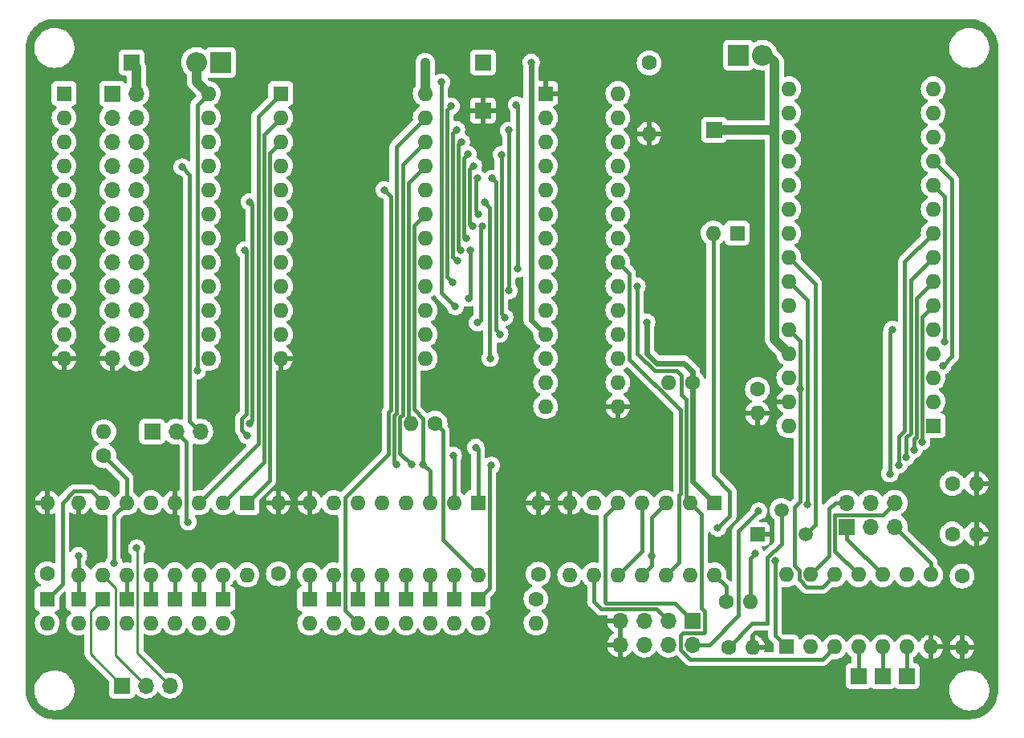
<source format=gbl>
G04 #@! TF.GenerationSoftware,KiCad,Pcbnew,(6.0.0)*
G04 #@! TF.CreationDate,2022-08-18T21:42:32-04:00*
G04 #@! TF.ProjectId,io_i2c,696f5f69-3263-42e6-9b69-6361645f7063,rev?*
G04 #@! TF.SameCoordinates,Original*
G04 #@! TF.FileFunction,Copper,L2,Bot*
G04 #@! TF.FilePolarity,Positive*
%FSLAX46Y46*%
G04 Gerber Fmt 4.6, Leading zero omitted, Abs format (unit mm)*
G04 Created by KiCad (PCBNEW (6.0.0)) date 2022-08-18 21:42:32*
%MOMM*%
%LPD*%
G01*
G04 APERTURE LIST*
G04 #@! TA.AperFunction,ComponentPad*
%ADD10R,1.600000X1.600000*%
G04 #@! TD*
G04 #@! TA.AperFunction,ComponentPad*
%ADD11O,1.600000X1.600000*%
G04 #@! TD*
G04 #@! TA.AperFunction,ComponentPad*
%ADD12R,1.700000X1.700000*%
G04 #@! TD*
G04 #@! TA.AperFunction,ComponentPad*
%ADD13C,1.600000*%
G04 #@! TD*
G04 #@! TA.AperFunction,ComponentPad*
%ADD14O,1.700000X1.700000*%
G04 #@! TD*
G04 #@! TA.AperFunction,ComponentPad*
%ADD15R,2.200000X2.200000*%
G04 #@! TD*
G04 #@! TA.AperFunction,ComponentPad*
%ADD16O,2.200000X2.200000*%
G04 #@! TD*
G04 #@! TA.AperFunction,ComponentPad*
%ADD17R,1.500000X1.500000*%
G04 #@! TD*
G04 #@! TA.AperFunction,ComponentPad*
%ADD18C,1.500000*%
G04 #@! TD*
G04 #@! TA.AperFunction,ViaPad*
%ADD19C,0.800000*%
G04 #@! TD*
G04 #@! TA.AperFunction,Conductor*
%ADD20C,0.400000*%
G04 #@! TD*
G04 #@! TA.AperFunction,Conductor*
%ADD21C,0.600000*%
G04 #@! TD*
G04 #@! TA.AperFunction,Conductor*
%ADD22C,1.000000*%
G04 #@! TD*
G04 #@! TA.AperFunction,Conductor*
%ADD23C,0.250000*%
G04 #@! TD*
G04 APERTURE END LIST*
D10*
X93218000Y-155448000D03*
D11*
X93218000Y-157988000D03*
D10*
X103378000Y-155448000D03*
D11*
X103378000Y-157988000D03*
D12*
X172974000Y-163576000D03*
D13*
X128299000Y-136906000D03*
D11*
X125759000Y-136906000D03*
D10*
X89154000Y-102108000D03*
D11*
X89154000Y-104648000D03*
X89154000Y-107188000D03*
X89154000Y-109728000D03*
X89154000Y-112268000D03*
X89154000Y-114808000D03*
X89154000Y-117348000D03*
X89154000Y-119888000D03*
X89154000Y-122428000D03*
X89154000Y-124968000D03*
X89154000Y-127508000D03*
X89154000Y-130048000D03*
X104394000Y-130048000D03*
X104394000Y-127508000D03*
X104394000Y-124968000D03*
X104394000Y-122428000D03*
X104394000Y-119888000D03*
X104394000Y-117348000D03*
X104394000Y-114808000D03*
X104394000Y-112268000D03*
X104394000Y-109728000D03*
X104394000Y-107188000D03*
X104394000Y-104648000D03*
X104394000Y-102108000D03*
D13*
X87376000Y-152788000D03*
D11*
X87376000Y-145288000D03*
D12*
X171704000Y-147828000D03*
D14*
X171704000Y-145288000D03*
X174244000Y-147828000D03*
X174244000Y-145288000D03*
X176784000Y-147828000D03*
X176784000Y-145288000D03*
D10*
X95758000Y-155448000D03*
D11*
X95758000Y-157988000D03*
D10*
X108458000Y-145288000D03*
D11*
X105918000Y-145288000D03*
X103378000Y-145288000D03*
X100838000Y-145288000D03*
X98298000Y-145288000D03*
X95758000Y-145288000D03*
X93218000Y-145288000D03*
X90678000Y-145288000D03*
X90678000Y-152908000D03*
X93218000Y-152908000D03*
X95758000Y-152908000D03*
X98298000Y-152908000D03*
X100838000Y-152908000D03*
X103378000Y-152908000D03*
X105918000Y-152908000D03*
X108458000Y-152908000D03*
D10*
X115062000Y-155448000D03*
D11*
X115062000Y-157988000D03*
D15*
X105664000Y-98806000D03*
D16*
X103124000Y-98806000D03*
D10*
X160175686Y-116840000D03*
D11*
X157635686Y-116840000D03*
D10*
X87376000Y-155448000D03*
D11*
X87376000Y-157988000D03*
D13*
X182851000Y-148590000D03*
D11*
X185391000Y-148590000D03*
D10*
X127762000Y-155448000D03*
D11*
X127762000Y-157988000D03*
D10*
X100838000Y-155448000D03*
D11*
X100838000Y-157988000D03*
D15*
X160274000Y-98044000D03*
D16*
X162814000Y-98044000D03*
D10*
X120142000Y-155448000D03*
D11*
X120142000Y-157988000D03*
D12*
X155438000Y-157729000D03*
D14*
X155438000Y-160269000D03*
X152898000Y-157729000D03*
X152898000Y-160269000D03*
X150358000Y-157729000D03*
X150358000Y-160269000D03*
X147818000Y-157729000D03*
X147818000Y-160269000D03*
D13*
X150876000Y-98866000D03*
D11*
X150876000Y-106366000D03*
D13*
X182851000Y-143256000D03*
D11*
X185391000Y-143256000D03*
D10*
X130302000Y-155448000D03*
D11*
X130302000Y-157988000D03*
D10*
X112014000Y-102108000D03*
D11*
X112014000Y-104648000D03*
X112014000Y-107188000D03*
X112014000Y-109728000D03*
X112014000Y-112268000D03*
X112014000Y-114808000D03*
X112014000Y-117348000D03*
X112014000Y-119888000D03*
X112014000Y-122428000D03*
X112014000Y-124968000D03*
X112014000Y-127508000D03*
X112014000Y-130048000D03*
X127254000Y-130048000D03*
X127254000Y-127508000D03*
X127254000Y-124968000D03*
X127254000Y-122428000D03*
X127254000Y-119888000D03*
X127254000Y-117348000D03*
X127254000Y-114808000D03*
X127254000Y-112268000D03*
X127254000Y-109728000D03*
X127254000Y-107188000D03*
X127254000Y-104648000D03*
X127254000Y-102108000D03*
D10*
X139954000Y-102108000D03*
D11*
X139954000Y-104648000D03*
X139954000Y-107188000D03*
X139954000Y-109728000D03*
X139954000Y-112268000D03*
X139954000Y-114808000D03*
X139954000Y-117348000D03*
X139954000Y-119888000D03*
X139954000Y-122428000D03*
X139954000Y-124968000D03*
X139954000Y-127508000D03*
X139954000Y-130048000D03*
X139954000Y-132588000D03*
X139954000Y-135128000D03*
X147574000Y-135128000D03*
X147574000Y-132588000D03*
X147574000Y-130048000D03*
X147574000Y-127508000D03*
X147574000Y-124968000D03*
X147574000Y-122428000D03*
X147574000Y-119888000D03*
X147574000Y-117348000D03*
X147574000Y-114808000D03*
X147574000Y-112268000D03*
X147574000Y-109728000D03*
X147574000Y-107188000D03*
X147574000Y-104648000D03*
X147574000Y-102108000D03*
D12*
X98440000Y-137795000D03*
D14*
X100980000Y-137795000D03*
X103520000Y-137795000D03*
D12*
X157734000Y-105918000D03*
X94234000Y-102108000D03*
D14*
X96774000Y-102108000D03*
X94234000Y-104648000D03*
X96774000Y-104648000D03*
X94234000Y-107188000D03*
X96774000Y-107188000D03*
X94234000Y-109728000D03*
X96774000Y-109728000D03*
X94234000Y-112268000D03*
X96774000Y-112268000D03*
X94234000Y-114808000D03*
X96774000Y-114808000D03*
X94234000Y-117348000D03*
X96774000Y-117348000D03*
X94234000Y-119888000D03*
X96774000Y-119888000D03*
X94234000Y-122428000D03*
X96774000Y-122428000D03*
X94234000Y-124968000D03*
X96774000Y-124968000D03*
X94234000Y-127508000D03*
X96774000Y-127508000D03*
X94234000Y-130048000D03*
X96774000Y-130048000D03*
D13*
X158975000Y-155702000D03*
D11*
X161515000Y-155702000D03*
D17*
X162306000Y-148598000D03*
D18*
X164846000Y-146058000D03*
X167386000Y-148598000D03*
D10*
X105918000Y-155448000D03*
D11*
X105918000Y-157988000D03*
D10*
X98298000Y-155448000D03*
D11*
X98298000Y-157988000D03*
D12*
X133350000Y-103886000D03*
D13*
X139169000Y-152838000D03*
D11*
X139169000Y-145338000D03*
D12*
X178054000Y-163576000D03*
D10*
X180848000Y-137160000D03*
D11*
X180848000Y-134620000D03*
X180848000Y-132080000D03*
X180848000Y-129540000D03*
X180848000Y-127000000D03*
X180848000Y-124460000D03*
X180848000Y-121920000D03*
X180848000Y-119380000D03*
X180848000Y-116840000D03*
X180848000Y-114300000D03*
X180848000Y-111760000D03*
X180848000Y-109220000D03*
X180848000Y-106680000D03*
X180848000Y-104140000D03*
X180848000Y-101600000D03*
X165608000Y-101600000D03*
X165608000Y-104140000D03*
X165608000Y-106680000D03*
X165608000Y-109220000D03*
X165608000Y-111760000D03*
X165608000Y-114300000D03*
X165608000Y-116840000D03*
X165608000Y-119380000D03*
X165608000Y-121920000D03*
X165608000Y-124460000D03*
X165608000Y-127000000D03*
X165608000Y-129540000D03*
X165608000Y-132080000D03*
X165608000Y-134620000D03*
X165608000Y-137160000D03*
D13*
X159229000Y-160528000D03*
D11*
X161769000Y-160528000D03*
D12*
X96266000Y-98806000D03*
D13*
X162306000Y-133321000D03*
D11*
X162306000Y-135861000D03*
D12*
X133350000Y-98806000D03*
D10*
X157739000Y-145298000D03*
D11*
X155199000Y-145298000D03*
X152659000Y-145298000D03*
X150119000Y-145298000D03*
X147579000Y-145298000D03*
X145039000Y-145298000D03*
X142499000Y-145298000D03*
X142499000Y-152918000D03*
X145039000Y-152918000D03*
X147579000Y-152918000D03*
X150119000Y-152918000D03*
X152659000Y-152918000D03*
X155199000Y-152918000D03*
X157739000Y-152918000D03*
D10*
X132827000Y-145298000D03*
D11*
X130287000Y-145298000D03*
X127747000Y-145298000D03*
X125207000Y-145298000D03*
X122667000Y-145298000D03*
X120127000Y-145298000D03*
X117587000Y-145298000D03*
X115047000Y-145298000D03*
X115047000Y-152918000D03*
X117587000Y-152918000D03*
X120127000Y-152918000D03*
X122667000Y-152918000D03*
X125207000Y-152918000D03*
X127747000Y-152918000D03*
X130287000Y-152918000D03*
X132827000Y-152918000D03*
D10*
X165349000Y-160518000D03*
D11*
X167889000Y-160518000D03*
X170429000Y-160518000D03*
X172969000Y-160518000D03*
X175509000Y-160518000D03*
X178049000Y-160518000D03*
X180589000Y-160518000D03*
X180589000Y-152898000D03*
X178049000Y-152898000D03*
X175509000Y-152898000D03*
X172969000Y-152898000D03*
X170429000Y-152898000D03*
X167889000Y-152898000D03*
X165349000Y-152898000D03*
D10*
X132842000Y-155448000D03*
D11*
X132842000Y-157988000D03*
D10*
X117602000Y-155448000D03*
D11*
X117602000Y-157988000D03*
D13*
X183896000Y-153028000D03*
D11*
X183896000Y-160528000D03*
D10*
X90678000Y-155448000D03*
D11*
X90678000Y-157988000D03*
D13*
X111760000Y-152788000D03*
D11*
X111760000Y-145288000D03*
D13*
X155448000Y-132588000D03*
D11*
X152908000Y-132588000D03*
D13*
X138938000Y-155448000D03*
D11*
X138938000Y-157988000D03*
D12*
X175514000Y-163576000D03*
D10*
X122682000Y-155448000D03*
D11*
X122682000Y-157988000D03*
D13*
X93345000Y-140335000D03*
D11*
X93345000Y-137795000D03*
D12*
X95265000Y-164592000D03*
D14*
X97805000Y-164592000D03*
X100345000Y-164592000D03*
D10*
X125222000Y-155448000D03*
D11*
X125222000Y-157988000D03*
D19*
X118618000Y-117602000D03*
X162052000Y-150622000D03*
X150622000Y-126238000D03*
X127254000Y-98806000D03*
X138430000Y-98806000D03*
X94417511Y-151708489D03*
X132588000Y-139446000D03*
X178816000Y-139700000D03*
X124206000Y-141224000D03*
X132771511Y-126308489D03*
X133279511Y-116148489D03*
X130210480Y-140299520D03*
X125799660Y-141293660D03*
X178016489Y-140499511D03*
X131826000Y-123698000D03*
X132009511Y-118688489D03*
X149606000Y-122428000D03*
X130993511Y-118688489D03*
X131064000Y-107188000D03*
X127000000Y-141224000D03*
X177216978Y-141299022D03*
X132334000Y-109728000D03*
X132263511Y-116148489D03*
X136874889Y-103307511D03*
X136977831Y-120628969D03*
X132842000Y-114808000D03*
X132771511Y-111068489D03*
X136105311Y-122898489D03*
X136073511Y-105988489D03*
X131755511Y-108528489D03*
X131572000Y-117348000D03*
X135636000Y-125730000D03*
X135278062Y-108561938D03*
X130619500Y-119748300D03*
X130556000Y-105918000D03*
X134295511Y-111068489D03*
X135128000Y-127508000D03*
X129977511Y-103448489D03*
X130149600Y-122072400D03*
X133533511Y-113608489D03*
X134112000Y-130048000D03*
X130429000Y-124587000D03*
X128961511Y-100908489D03*
X162433000Y-146177000D03*
X167607022Y-145509022D03*
X103194489Y-131388489D03*
X166807511Y-133279511D03*
X102235000Y-147320000D03*
X158115000Y-147955000D03*
X179648489Y-138867511D03*
X176276000Y-142240000D03*
X134239000Y-141351000D03*
X176530000Y-127000000D03*
X108712000Y-136906000D03*
X108712000Y-113538000D03*
X108204000Y-118618000D03*
X108458000Y-138176000D03*
X90678000Y-150876000D03*
X151130000Y-150876000D03*
X182047511Y-128340489D03*
X181864000Y-130810000D03*
X122936000Y-112268000D03*
X101600000Y-109855000D03*
X164149489Y-151449489D03*
X96811511Y-150076489D03*
D20*
X168406533Y-122178533D02*
X168406533Y-147577467D01*
X161515000Y-151159000D02*
X162052000Y-150622000D01*
X165608000Y-119380000D02*
X168406533Y-122178533D01*
X168406533Y-147577467D02*
X167386000Y-148598000D01*
X161515000Y-155702000D02*
X161515000Y-151159000D01*
D21*
X139954000Y-127508000D02*
X138430000Y-125984000D01*
D20*
X158975000Y-154154000D02*
X157739000Y-152918000D01*
D22*
X127254000Y-102108000D02*
X127254000Y-98806000D01*
D20*
X95758000Y-145288000D02*
X95758000Y-142748000D01*
D21*
X150622000Y-129566730D02*
X151611270Y-130556000D01*
D20*
X132827000Y-152918000D02*
X129087489Y-149178489D01*
X150119000Y-150378000D02*
X147579000Y-152918000D01*
X94417511Y-146628489D02*
X94417511Y-151708489D01*
X150119000Y-145298000D02*
X150119000Y-150373000D01*
X158975000Y-155702000D02*
X158975000Y-154154000D01*
D21*
X155448000Y-143007000D02*
X157739000Y-145298000D01*
D20*
X129087489Y-149178489D02*
X129087489Y-137694489D01*
D21*
X155448000Y-132588000D02*
X155448000Y-143007000D01*
X151611270Y-130556000D02*
X154547370Y-130556000D01*
D20*
X95758000Y-145288000D02*
X94417511Y-146628489D01*
X95758000Y-142748000D02*
X93345000Y-140335000D01*
D21*
X154547370Y-130556000D02*
X155448000Y-131456630D01*
D20*
X150119000Y-150373000D02*
X150119000Y-150378000D01*
D21*
X150622000Y-126238000D02*
X150622000Y-129566730D01*
X155448000Y-131456630D02*
X155448000Y-132588000D01*
D20*
X129087489Y-137694489D02*
X128299000Y-136906000D01*
D21*
X138430000Y-125984000D02*
X138430000Y-98806000D01*
D20*
X179048969Y-123719031D02*
X179048969Y-138336351D01*
X132827000Y-139685000D02*
X132588000Y-139446000D01*
X180848000Y-121920000D02*
X179048969Y-123719031D01*
X123959969Y-140977969D02*
X124206000Y-141224000D01*
X123959969Y-136050182D02*
X123959969Y-140977969D01*
X132827000Y-145298000D02*
X132827000Y-139685000D01*
X179048969Y-138336351D02*
X178816000Y-138569320D01*
X124206000Y-135804150D02*
X123959969Y-136050182D01*
X127254000Y-104648000D02*
X124206000Y-107696000D01*
X124206000Y-107696000D02*
X124206000Y-135804150D01*
X178816000Y-138569320D02*
X178816000Y-139700000D01*
X133096000Y-125984000D02*
X133096000Y-125730000D01*
X133279511Y-116148489D02*
X133096000Y-116332000D01*
X133096000Y-116332000D02*
X133096000Y-125730000D01*
X132771511Y-126308489D02*
X133096000Y-125984000D01*
X178449449Y-137922000D02*
X178016489Y-138354960D01*
X124855449Y-109586551D02*
X124855449Y-136002551D01*
X178449449Y-121778551D02*
X178449449Y-130160551D01*
X127254000Y-107188000D02*
X124855449Y-109586551D01*
X124855449Y-136002551D02*
X124559489Y-136298511D01*
X178016489Y-138354960D02*
X178016489Y-140499511D01*
X130287000Y-140376040D02*
X130287000Y-145298000D01*
X178449449Y-130160551D02*
X178449449Y-132729449D01*
X180848000Y-119380000D02*
X178449449Y-121778551D01*
X130210480Y-140299520D02*
X130287000Y-140376040D01*
X124559489Y-140053489D02*
X125799660Y-141293660D01*
X124559489Y-136298511D02*
X124559489Y-140053489D01*
X178449449Y-132729449D02*
X178449449Y-137922000D01*
X148773511Y-130149877D02*
X154148960Y-135525326D01*
X132009511Y-118688489D02*
X132009511Y-123768489D01*
X154148961Y-144301039D02*
X153999489Y-144450511D01*
X153999489Y-144450511D02*
X153999489Y-151577511D01*
X153999489Y-151577511D02*
X152659000Y-152918000D01*
X154148960Y-135525326D02*
X154148961Y-144301039D01*
X148773511Y-121087511D02*
X148773511Y-130149877D01*
X147574000Y-119888000D02*
X148773511Y-121087511D01*
X156718000Y-156718000D02*
X156718000Y-158948022D01*
X154416511Y-159019489D02*
X154178000Y-159258000D01*
X154748481Y-144847481D02*
X155199000Y-145298000D01*
X149606000Y-122428000D02*
X149606000Y-129540000D01*
X154748480Y-134366000D02*
X154748481Y-144847481D01*
X169149000Y-161798000D02*
X170429000Y-160518000D01*
X156398511Y-146497511D02*
X156398511Y-156398511D01*
X154248489Y-133866009D02*
X154748480Y-134366000D01*
X156398511Y-156398511D02*
X156718000Y-156718000D01*
X155199924Y-161798000D02*
X169149000Y-161798000D01*
X154178000Y-159258000D02*
X154178000Y-160776076D01*
X153744705Y-131388489D02*
X154248489Y-131892273D01*
X151454489Y-131388489D02*
X153744705Y-131388489D01*
X149606000Y-129540000D02*
X151454489Y-131388489D01*
X156646533Y-159019489D02*
X154416511Y-159019489D01*
X154178000Y-160776076D02*
X155199924Y-161798000D01*
X154248489Y-131892273D02*
X154248489Y-133866009D01*
X156718000Y-158948022D02*
X156646533Y-159019489D01*
X155199000Y-145298000D02*
X156398511Y-146497511D01*
X130760071Y-113538000D02*
X130760071Y-109220000D01*
X130993511Y-118688489D02*
X130760071Y-118455049D01*
X130760071Y-118455049D02*
X130760071Y-113538000D01*
X131064000Y-107188000D02*
X131014071Y-107188000D01*
X131014071Y-107188000D02*
X130760071Y-107442000D01*
X130760071Y-109220000D02*
X130760071Y-107442000D01*
X126054489Y-116007511D02*
X126054489Y-135452489D01*
X127000000Y-136398000D02*
X127000000Y-141224000D01*
X177849929Y-119838071D02*
X177849929Y-137673670D01*
X127747000Y-141971000D02*
X127747000Y-145298000D01*
X177849929Y-137673670D02*
X177216978Y-138306621D01*
X127254000Y-114808000D02*
X126054489Y-116007511D01*
X126054489Y-135452489D02*
X127000000Y-136398000D01*
X180848000Y-116840000D02*
X177849929Y-119838071D01*
X177216978Y-138306621D02*
X177216978Y-141299022D01*
X127000000Y-141224000D02*
X127747000Y-141971000D01*
X132334000Y-109728000D02*
X131959111Y-110102889D01*
X131959111Y-110102889D02*
X131959111Y-110623111D01*
X132263511Y-116148489D02*
X131959111Y-115844089D01*
X131959111Y-115844089D02*
X131959111Y-110623111D01*
X136874889Y-103307511D02*
X136977831Y-103410453D01*
X136977831Y-103410453D02*
X136977831Y-120628969D01*
X132771511Y-111068489D02*
X132558631Y-111281369D01*
X132842000Y-114808000D02*
X132558631Y-114524631D01*
X132558631Y-114524631D02*
X132558631Y-113821369D01*
X132558631Y-111281369D02*
X132558631Y-113821369D01*
X136077573Y-105992551D02*
X136077573Y-122870751D01*
X136073511Y-105988489D02*
X136077573Y-105992551D01*
X136077573Y-122870751D02*
X136105311Y-122898489D01*
X131359591Y-108924409D02*
X131359591Y-116881591D01*
X131755511Y-108528489D02*
X131359591Y-108924409D01*
X131359591Y-117135591D02*
X131359591Y-116881591D01*
X131572000Y-117348000D02*
X131359591Y-117135591D01*
X135636000Y-125730000D02*
X135278062Y-125372062D01*
X135278062Y-125372062D02*
X135278062Y-108561938D01*
X130619500Y-119748300D02*
X130160551Y-119289351D01*
X130160551Y-106313449D02*
X130160551Y-118628951D01*
X110814489Y-142931511D02*
X108458000Y-145288000D01*
X130556000Y-105918000D02*
X130160551Y-106313449D01*
X112014000Y-107188000D02*
X110814489Y-108387511D01*
X110814489Y-108387511D02*
X110814489Y-142931511D01*
X130160551Y-118628951D02*
X130160551Y-119267449D01*
X130160551Y-119289351D02*
X130160551Y-118628951D01*
X135128000Y-127508000D02*
X134678542Y-127058542D01*
X134295511Y-111068489D02*
X134678542Y-111451520D01*
X134678542Y-111451520D02*
X134678542Y-126550542D01*
X134678542Y-127058542D02*
X134678542Y-126550542D01*
X110214969Y-140991031D02*
X105918000Y-145288000D01*
X129561031Y-103864969D02*
X129977511Y-103448489D01*
X129561031Y-120730569D02*
X129561031Y-103864969D01*
X110214969Y-106447031D02*
X110214969Y-140991031D01*
X129561031Y-121483831D02*
X129561031Y-120730569D01*
X112014000Y-104648000D02*
X110214969Y-106447031D01*
X130149600Y-122072400D02*
X129561031Y-121483831D01*
X134079022Y-114154000D02*
X134079022Y-130080978D01*
X133533511Y-113608489D02*
X134079022Y-114154000D01*
X104902000Y-143764000D02*
X103378000Y-145288000D01*
X128961511Y-100908489D02*
X128961511Y-123119511D01*
X128961511Y-123119511D02*
X130429000Y-124587000D01*
X104902000Y-143764000D02*
X109615449Y-139050551D01*
X109615449Y-139050551D02*
X109615449Y-104506551D01*
X109615449Y-104506551D02*
X112014000Y-102108000D01*
X160315489Y-157184511D02*
X160315489Y-148294511D01*
X157231000Y-160269000D02*
X160315489Y-157184511D01*
X160315489Y-148294511D02*
X162433000Y-146177000D01*
X165608000Y-121920000D02*
X167607022Y-123919022D01*
X167607022Y-123919022D02*
X167607022Y-145509022D01*
X155438000Y-160269000D02*
X157231000Y-160269000D01*
X163349978Y-151118320D02*
X163349978Y-158042009D01*
X164846000Y-149622298D02*
X163349978Y-151118320D01*
X161714991Y-158042009D02*
X159229000Y-160528000D01*
X164846000Y-146058000D02*
X164846000Y-149622298D01*
X163349978Y-158042009D02*
X161714991Y-158042009D01*
X145780511Y-156479489D02*
X145039000Y-155737978D01*
X152898000Y-157729000D02*
X151648489Y-156479489D01*
X151648489Y-156479489D02*
X145780511Y-156479489D01*
X145039000Y-155737978D02*
X145039000Y-152918000D01*
X146238511Y-155814480D02*
X146238511Y-146638489D01*
X146304000Y-155879969D02*
X146238511Y-155814480D01*
X153588969Y-155879969D02*
X146304000Y-155879969D01*
X155438000Y-157729000D02*
X153588969Y-155879969D01*
X146238511Y-146638489D02*
X147579000Y-145298000D01*
D22*
X164108489Y-98781511D02*
X163624978Y-98298000D01*
X163624978Y-98298000D02*
X162560000Y-98298000D01*
X165608000Y-129540000D02*
X164108489Y-128040489D01*
X157734000Y-105918000D02*
X164084000Y-105918000D01*
X164108489Y-128040489D02*
X164108489Y-105942489D01*
X164084000Y-105918000D02*
X164108489Y-105942489D01*
X164108489Y-105942489D02*
X164108489Y-98781511D01*
D20*
X166689489Y-153394855D02*
X167472634Y-154178000D01*
X166236489Y-151948145D02*
X166236489Y-145748875D01*
X165608000Y-127000000D02*
X166807511Y-128199511D01*
D22*
X103124000Y-100838000D02*
X103124000Y-98806000D01*
D20*
X169149000Y-154178000D02*
X170429000Y-152898000D01*
D22*
X96774000Y-102108000D02*
X96774000Y-99314000D01*
D20*
X104394000Y-102108000D02*
X103194489Y-103307511D01*
X103194489Y-103307511D02*
X103194489Y-131388489D01*
X166236489Y-145748875D02*
X166807511Y-145177853D01*
X166689489Y-152401145D02*
X166236489Y-151948145D01*
X166689489Y-152401145D02*
X166689489Y-153394855D01*
X167472634Y-154178000D02*
X169149000Y-154178000D01*
D22*
X96774000Y-99314000D02*
X96266000Y-98806000D01*
D20*
X166807511Y-145177853D02*
X166807511Y-133279511D01*
X166807511Y-128199511D02*
X166807511Y-133279511D01*
D22*
X104394000Y-102108000D02*
X103124000Y-100838000D01*
D20*
X157635686Y-116840000D02*
X157635686Y-142395686D01*
X102037511Y-138852511D02*
X102037511Y-147122511D01*
X159385000Y-146685000D02*
X158115000Y-147955000D01*
X100980000Y-137795000D02*
X102037511Y-138852511D01*
X159385000Y-144145000D02*
X159385000Y-146685000D01*
X157635686Y-142395686D02*
X159385000Y-144145000D01*
X102037511Y-147122511D02*
X102235000Y-147320000D01*
X127254000Y-109728000D02*
X125454969Y-111527031D01*
X125454969Y-136601969D02*
X125759000Y-136906000D01*
X180848000Y-124460000D02*
X179648489Y-125659511D01*
X179648489Y-125659511D02*
X179648489Y-138867511D01*
X125454969Y-111527031D02*
X125454969Y-136601969D01*
X134026511Y-141563489D02*
X134026511Y-154263489D01*
X176276000Y-127254000D02*
X176276000Y-142240000D01*
X134026511Y-154263489D02*
X132842000Y-155448000D01*
X134239000Y-141351000D02*
X134026511Y-141563489D01*
X176530000Y-127000000D02*
X176276000Y-127254000D01*
X105918000Y-152908000D02*
X105918000Y-155448000D01*
X103378000Y-152908000D02*
X103378000Y-155448000D01*
X130287000Y-155433000D02*
X130302000Y-155448000D01*
X130287000Y-152918000D02*
X130287000Y-155433000D01*
X127747000Y-152918000D02*
X127747000Y-155433000D01*
X127747000Y-155433000D02*
X127762000Y-155448000D01*
X125207000Y-155433000D02*
X125222000Y-155448000D01*
X125207000Y-152918000D02*
X125207000Y-155433000D01*
X122667000Y-155433000D02*
X122682000Y-155448000D01*
X122667000Y-152918000D02*
X122667000Y-155433000D01*
X169854969Y-150932031D02*
X169854969Y-145934950D01*
X109015929Y-113841929D02*
X109015929Y-136602071D01*
X108712000Y-113538000D02*
X109015929Y-113841929D01*
X169854969Y-145934950D02*
X170501919Y-145288000D01*
X167889000Y-152898000D02*
X169854969Y-150932031D01*
X109015929Y-136602071D02*
X108712000Y-136906000D01*
X170501919Y-145288000D02*
X171704000Y-145288000D01*
X108204000Y-118618000D02*
X108416409Y-118830409D01*
X171704000Y-149093000D02*
X175509000Y-152898000D01*
X107912489Y-136393920D02*
X107912489Y-137630489D01*
X107912489Y-137630489D02*
X108458000Y-138176000D01*
X108416409Y-135890000D02*
X107912489Y-136393920D01*
X171704000Y-147828000D02*
X171704000Y-149093000D01*
X108416409Y-118830409D02*
X108416409Y-135890000D01*
X176784000Y-147828000D02*
X180589000Y-151633000D01*
X180589000Y-151633000D02*
X180589000Y-152898000D01*
X176784000Y-145288000D02*
X175493511Y-146578489D01*
X175493511Y-146578489D02*
X170454489Y-146578489D01*
X170454489Y-146578489D02*
X170454489Y-150383489D01*
X170454489Y-150383489D02*
X172969000Y-152898000D01*
X100838000Y-152908000D02*
X100838000Y-155448000D01*
D23*
X91948000Y-161275000D02*
X95265000Y-164592000D01*
X91948000Y-156718000D02*
X91948000Y-161275000D01*
X93218000Y-155448000D02*
X91948000Y-156718000D01*
D20*
X98298000Y-152908000D02*
X98298000Y-155448000D01*
X95758000Y-152908000D02*
X95758000Y-155448000D01*
X90678000Y-152908000D02*
X90678000Y-150876000D01*
X151130000Y-146827000D02*
X152659000Y-145298000D01*
X151130000Y-150876000D02*
X151130000Y-146827000D01*
X151130000Y-151907000D02*
X150119000Y-152918000D01*
X90678000Y-152908000D02*
X90678000Y-155448000D01*
X151130000Y-150876000D02*
X151130000Y-151907000D01*
X90181145Y-144088489D02*
X88956511Y-145313123D01*
X93218000Y-145288000D02*
X92018489Y-144088489D01*
X88956511Y-153867489D02*
X88956511Y-147122511D01*
X88956511Y-145313123D02*
X88956511Y-148138511D01*
X92018489Y-144088489D02*
X90181145Y-144088489D01*
X87376000Y-155448000D02*
X88956511Y-153867489D01*
X182047511Y-112959511D02*
X182047511Y-128340489D01*
X180848000Y-111760000D02*
X182047511Y-112959511D01*
X182847022Y-129826978D02*
X181864000Y-130810000D01*
X182847022Y-111219022D02*
X182847022Y-129826978D01*
X180848000Y-109220000D02*
X182847022Y-111219022D01*
X172969000Y-160518000D02*
X172969000Y-163571000D01*
X172969000Y-163571000D02*
X172974000Y-163576000D01*
X178049000Y-163571000D02*
X178054000Y-163576000D01*
X178049000Y-160518000D02*
X178049000Y-163571000D01*
X118801511Y-156647511D02*
X118801511Y-146741511D01*
X120142000Y-157988000D02*
X118801511Y-156647511D01*
X118786511Y-144694511D02*
X123360449Y-140120573D01*
X123360449Y-140120573D02*
X123360449Y-135719551D01*
X118801511Y-146741511D02*
X118786511Y-146726511D01*
X123606480Y-112938480D02*
X122936000Y-112268000D01*
X118786511Y-146726511D02*
X118786511Y-144694511D01*
X123606480Y-135473520D02*
X123606480Y-112938480D01*
X123360449Y-135719551D02*
X123606480Y-135473520D01*
X120127000Y-155433000D02*
X120142000Y-155448000D01*
X120127000Y-152918000D02*
X120127000Y-155433000D01*
X117587000Y-152918000D02*
X117587000Y-155433000D01*
X117587000Y-155433000D02*
X117602000Y-155448000D01*
X115047000Y-155433000D02*
X115062000Y-155448000D01*
X115047000Y-152918000D02*
X115047000Y-155433000D01*
X102394978Y-136669978D02*
X102394978Y-110649978D01*
X102394978Y-110649978D02*
X101600000Y-109855000D01*
X103520000Y-137795000D02*
X102394978Y-136669978D01*
D23*
X94615000Y-154305000D02*
X94615000Y-161402000D01*
X93218000Y-152908000D02*
X94615000Y-154305000D01*
X94615000Y-161402000D02*
X97805000Y-164592000D01*
D20*
X175509000Y-160518000D02*
X175509000Y-163571000D01*
X175509000Y-163571000D02*
X175514000Y-163576000D01*
X165349000Y-160518000D02*
X164149489Y-159318489D01*
D23*
X96811511Y-150076489D02*
X96882511Y-150147489D01*
X96882511Y-150147489D02*
X96882511Y-161129511D01*
D20*
X164149489Y-159318489D02*
X164149489Y-151449489D01*
D23*
X96882511Y-161129511D02*
X100345000Y-164592000D01*
G04 #@! TA.AperFunction,Conductor*
G36*
X184628057Y-94235500D02*
G01*
X184642858Y-94237805D01*
X184642861Y-94237805D01*
X184651730Y-94239186D01*
X184660631Y-94238022D01*
X184660635Y-94238022D01*
X184670411Y-94236743D01*
X184693342Y-94235852D01*
X184970003Y-94250351D01*
X184983119Y-94251729D01*
X185285193Y-94299573D01*
X185298093Y-94302315D01*
X185593510Y-94381472D01*
X185606053Y-94385548D01*
X185891565Y-94495145D01*
X185903614Y-94500509D01*
X186176120Y-94639358D01*
X186187536Y-94645949D01*
X186444042Y-94812526D01*
X186454702Y-94820272D01*
X186687689Y-95008941D01*
X186692379Y-95012739D01*
X186702180Y-95021564D01*
X186918436Y-95237820D01*
X186927261Y-95247621D01*
X187118519Y-95483804D01*
X187119726Y-95485295D01*
X187127474Y-95495958D01*
X187229833Y-95653577D01*
X187294048Y-95752459D01*
X187300642Y-95763880D01*
X187439491Y-96036386D01*
X187444855Y-96048435D01*
X187554452Y-96333947D01*
X187558528Y-96346489D01*
X187599332Y-96498771D01*
X187637685Y-96641907D01*
X187640427Y-96654807D01*
X187688271Y-96956881D01*
X187689649Y-96969997D01*
X187702413Y-97213546D01*
X187703764Y-97239330D01*
X187702436Y-97265312D01*
X187702195Y-97266856D01*
X187702195Y-97266860D01*
X187700814Y-97275730D01*
X187701978Y-97284632D01*
X187701978Y-97284635D01*
X187704936Y-97307251D01*
X187706000Y-97323589D01*
X187706000Y-165050672D01*
X187704500Y-165070057D01*
X187703002Y-165079680D01*
X187700814Y-165093730D01*
X187701978Y-165102631D01*
X187701978Y-165102635D01*
X187703257Y-165112411D01*
X187704148Y-165135342D01*
X187698114Y-165250488D01*
X187689649Y-165412002D01*
X187688271Y-165425118D01*
X187655318Y-165633173D01*
X187640427Y-165727193D01*
X187637685Y-165740093D01*
X187587865Y-165926025D01*
X187558528Y-166035510D01*
X187554452Y-166048053D01*
X187444855Y-166333565D01*
X187439491Y-166345614D01*
X187300642Y-166618120D01*
X187294051Y-166629536D01*
X187127474Y-166886042D01*
X187119728Y-166896702D01*
X187011209Y-167030712D01*
X186927261Y-167134379D01*
X186918436Y-167144180D01*
X186702180Y-167360436D01*
X186692379Y-167369261D01*
X186467058Y-167551723D01*
X186454705Y-167561726D01*
X186444042Y-167569474D01*
X186187536Y-167736051D01*
X186176120Y-167742642D01*
X185903614Y-167881491D01*
X185891565Y-167886855D01*
X185606053Y-167996452D01*
X185593510Y-168000528D01*
X185298093Y-168079685D01*
X185285193Y-168082427D01*
X184983119Y-168130271D01*
X184970003Y-168131649D01*
X184700666Y-168145764D01*
X184674688Y-168144436D01*
X184673144Y-168144195D01*
X184673140Y-168144195D01*
X184664270Y-168142814D01*
X184655368Y-168143978D01*
X184655365Y-168143978D01*
X184632749Y-168146936D01*
X184616411Y-168148000D01*
X88187328Y-168148000D01*
X88167943Y-168146500D01*
X88153142Y-168144195D01*
X88153139Y-168144195D01*
X88144270Y-168142814D01*
X88135369Y-168143978D01*
X88135365Y-168143978D01*
X88125589Y-168145257D01*
X88102658Y-168146148D01*
X87825997Y-168131649D01*
X87812881Y-168130271D01*
X87510807Y-168082427D01*
X87497907Y-168079685D01*
X87202490Y-168000528D01*
X87189947Y-167996452D01*
X86904435Y-167886855D01*
X86892386Y-167881491D01*
X86619880Y-167742642D01*
X86608464Y-167736051D01*
X86351958Y-167569474D01*
X86341295Y-167561726D01*
X86328943Y-167551723D01*
X86103621Y-167369261D01*
X86093820Y-167360436D01*
X85877564Y-167144180D01*
X85868739Y-167134379D01*
X85784791Y-167030712D01*
X85676272Y-166896702D01*
X85668526Y-166886042D01*
X85501949Y-166629536D01*
X85495358Y-166618120D01*
X85356509Y-166345614D01*
X85351145Y-166333565D01*
X85241548Y-166048053D01*
X85237472Y-166035510D01*
X85208136Y-165926025D01*
X85158315Y-165740093D01*
X85155573Y-165727193D01*
X85140682Y-165633173D01*
X85107729Y-165425118D01*
X85106351Y-165412002D01*
X85099928Y-165289438D01*
X85096955Y-165232703D01*
X86028743Y-165232703D01*
X86029302Y-165236947D01*
X86029302Y-165236951D01*
X86031650Y-165254784D01*
X86066268Y-165517734D01*
X86067401Y-165521874D01*
X86067401Y-165521876D01*
X86079455Y-165565938D01*
X86142129Y-165795036D01*
X86143813Y-165798984D01*
X86250051Y-166048053D01*
X86254923Y-166059476D01*
X86402561Y-166306161D01*
X86582313Y-166530528D01*
X86790851Y-166728423D01*
X87024317Y-166896186D01*
X87028112Y-166898195D01*
X87028113Y-166898196D01*
X87049869Y-166909715D01*
X87278392Y-167030712D01*
X87548373Y-167129511D01*
X87829264Y-167190755D01*
X87857841Y-167193004D01*
X88052282Y-167208307D01*
X88052291Y-167208307D01*
X88054739Y-167208500D01*
X88210271Y-167208500D01*
X88212407Y-167208354D01*
X88212418Y-167208354D01*
X88420548Y-167194165D01*
X88420554Y-167194164D01*
X88424825Y-167193873D01*
X88429020Y-167193004D01*
X88429022Y-167193004D01*
X88565584Y-167164723D01*
X88706342Y-167135574D01*
X88977343Y-167039607D01*
X89232812Y-166907750D01*
X89236313Y-166905289D01*
X89236317Y-166905287D01*
X89350417Y-166825096D01*
X89468023Y-166742441D01*
X89589518Y-166629541D01*
X89675479Y-166549661D01*
X89675481Y-166549658D01*
X89678622Y-166546740D01*
X89860713Y-166324268D01*
X90010927Y-166079142D01*
X90105956Y-165862661D01*
X90124757Y-165819830D01*
X90126483Y-165815898D01*
X90149894Y-165733715D01*
X90196135Y-165571382D01*
X90205244Y-165539406D01*
X90245751Y-165254784D01*
X90245831Y-165239625D01*
X90247235Y-164971583D01*
X90247235Y-164971576D01*
X90247257Y-164967297D01*
X90236426Y-164885023D01*
X90225676Y-164803370D01*
X90209732Y-164682266D01*
X90207117Y-164672705D01*
X90169805Y-164536316D01*
X90133871Y-164404964D01*
X90027171Y-164154811D01*
X90022763Y-164144476D01*
X90022761Y-164144472D01*
X90021077Y-164140524D01*
X89873439Y-163893839D01*
X89693687Y-163669472D01*
X89485149Y-163471577D01*
X89251683Y-163303814D01*
X89229843Y-163292250D01*
X89198764Y-163275795D01*
X88997608Y-163169288D01*
X88862617Y-163119888D01*
X88731658Y-163071964D01*
X88731656Y-163071963D01*
X88727627Y-163070489D01*
X88446736Y-163009245D01*
X88415685Y-163006801D01*
X88223718Y-162991693D01*
X88223709Y-162991693D01*
X88221261Y-162991500D01*
X88065729Y-162991500D01*
X88063593Y-162991646D01*
X88063582Y-162991646D01*
X87855452Y-163005835D01*
X87855446Y-163005836D01*
X87851175Y-163006127D01*
X87846980Y-163006996D01*
X87846978Y-163006996D01*
X87793890Y-163017990D01*
X87569658Y-163064426D01*
X87298657Y-163160393D01*
X87294848Y-163162359D01*
X87154314Y-163234894D01*
X87043188Y-163292250D01*
X87039687Y-163294711D01*
X87039683Y-163294713D01*
X87029594Y-163301804D01*
X86807977Y-163457559D01*
X86792892Y-163471577D01*
X86655909Y-163598870D01*
X86597378Y-163653260D01*
X86415287Y-163875732D01*
X86265073Y-164120858D01*
X86263347Y-164124791D01*
X86263346Y-164124792D01*
X86258059Y-164136837D01*
X86149517Y-164384102D01*
X86070756Y-164660594D01*
X86050436Y-164803370D01*
X86031827Y-164934131D01*
X86030249Y-164945216D01*
X86030227Y-164949505D01*
X86030226Y-164949512D01*
X86028765Y-165228417D01*
X86028743Y-165232703D01*
X85096955Y-165232703D01*
X85092236Y-165142666D01*
X85093564Y-165116688D01*
X85093805Y-165115144D01*
X85093805Y-165115140D01*
X85095186Y-165106270D01*
X85093547Y-165093730D01*
X85091064Y-165074749D01*
X85090000Y-165058411D01*
X85090000Y-157988000D01*
X86062502Y-157988000D01*
X86082457Y-158216087D01*
X86083881Y-158221400D01*
X86083881Y-158221402D01*
X86140237Y-158431722D01*
X86141716Y-158437243D01*
X86144039Y-158442224D01*
X86144039Y-158442225D01*
X86236151Y-158639762D01*
X86236154Y-158639767D01*
X86238477Y-158644749D01*
X86281284Y-158705883D01*
X86330611Y-158776329D01*
X86369802Y-158832300D01*
X86531700Y-158994198D01*
X86536208Y-158997355D01*
X86536211Y-158997357D01*
X86575717Y-159025019D01*
X86719251Y-159125523D01*
X86724233Y-159127846D01*
X86724238Y-159127849D01*
X86920156Y-159219206D01*
X86926757Y-159222284D01*
X86932065Y-159223706D01*
X86932067Y-159223707D01*
X87142598Y-159280119D01*
X87142600Y-159280119D01*
X87147913Y-159281543D01*
X87376000Y-159301498D01*
X87604087Y-159281543D01*
X87609400Y-159280119D01*
X87609402Y-159280119D01*
X87819933Y-159223707D01*
X87819935Y-159223706D01*
X87825243Y-159222284D01*
X87831844Y-159219206D01*
X88027762Y-159127849D01*
X88027767Y-159127846D01*
X88032749Y-159125523D01*
X88176283Y-159025019D01*
X88215789Y-158997357D01*
X88215792Y-158997355D01*
X88220300Y-158994198D01*
X88382198Y-158832300D01*
X88421390Y-158776329D01*
X88470716Y-158705883D01*
X88513523Y-158644749D01*
X88515846Y-158639767D01*
X88515849Y-158639762D01*
X88607961Y-158442225D01*
X88607961Y-158442224D01*
X88610284Y-158437243D01*
X88611764Y-158431722D01*
X88668119Y-158221402D01*
X88668119Y-158221400D01*
X88669543Y-158216087D01*
X88689498Y-157988000D01*
X88669543Y-157759913D01*
X88646000Y-157672050D01*
X88611707Y-157544067D01*
X88611706Y-157544065D01*
X88610284Y-157538757D01*
X88595313Y-157506652D01*
X88515849Y-157336238D01*
X88515846Y-157336233D01*
X88513523Y-157331251D01*
X88415562Y-157191348D01*
X88385357Y-157148211D01*
X88385355Y-157148208D01*
X88382198Y-157143700D01*
X88220300Y-156981802D01*
X88215789Y-156978643D01*
X88211576Y-156975108D01*
X88212527Y-156973974D01*
X88172529Y-156923929D01*
X88165224Y-156853310D01*
X88197258Y-156789951D01*
X88258462Y-156753970D01*
X88275517Y-156750918D01*
X88286316Y-156749745D01*
X88422705Y-156698615D01*
X88539261Y-156611261D01*
X88626615Y-156494705D01*
X88677745Y-156358316D01*
X88684500Y-156296134D01*
X88684500Y-155193660D01*
X88704502Y-155125540D01*
X88721405Y-155104566D01*
X89154405Y-154671566D01*
X89216717Y-154637540D01*
X89287532Y-154642605D01*
X89344368Y-154685152D01*
X89369179Y-154751672D01*
X89369500Y-154760661D01*
X89369500Y-156296134D01*
X89376255Y-156358316D01*
X89427385Y-156494705D01*
X89514739Y-156611261D01*
X89631295Y-156698615D01*
X89767684Y-156749745D01*
X89778474Y-156750917D01*
X89780606Y-156751803D01*
X89783222Y-156752425D01*
X89783121Y-156752848D01*
X89844035Y-156778155D01*
X89884463Y-156836517D01*
X89886922Y-156907471D01*
X89850629Y-156968490D01*
X89841969Y-156975489D01*
X89838207Y-156978646D01*
X89833700Y-156981802D01*
X89671802Y-157143700D01*
X89668645Y-157148208D01*
X89668643Y-157148211D01*
X89638438Y-157191348D01*
X89540477Y-157331251D01*
X89538154Y-157336233D01*
X89538151Y-157336238D01*
X89458687Y-157506652D01*
X89443716Y-157538757D01*
X89442294Y-157544065D01*
X89442293Y-157544067D01*
X89408000Y-157672050D01*
X89384457Y-157759913D01*
X89364502Y-157988000D01*
X89384457Y-158216087D01*
X89385881Y-158221400D01*
X89385881Y-158221402D01*
X89442237Y-158431722D01*
X89443716Y-158437243D01*
X89446039Y-158442224D01*
X89446039Y-158442225D01*
X89538151Y-158639762D01*
X89538154Y-158639767D01*
X89540477Y-158644749D01*
X89583284Y-158705883D01*
X89632611Y-158776329D01*
X89671802Y-158832300D01*
X89833700Y-158994198D01*
X89838208Y-158997355D01*
X89838211Y-158997357D01*
X89877717Y-159025019D01*
X90021251Y-159125523D01*
X90026233Y-159127846D01*
X90026238Y-159127849D01*
X90222156Y-159219206D01*
X90228757Y-159222284D01*
X90234065Y-159223706D01*
X90234067Y-159223707D01*
X90444598Y-159280119D01*
X90444600Y-159280119D01*
X90449913Y-159281543D01*
X90678000Y-159301498D01*
X90906087Y-159281543D01*
X90911400Y-159280119D01*
X90911402Y-159280119D01*
X91121933Y-159223707D01*
X91121935Y-159223706D01*
X91127243Y-159222284D01*
X91132225Y-159219961D01*
X91132230Y-159219959D01*
X91135247Y-159218552D01*
X91136704Y-159218331D01*
X91137398Y-159218078D01*
X91137449Y-159218218D01*
X91205438Y-159207889D01*
X91270252Y-159236867D01*
X91309110Y-159296285D01*
X91314500Y-159332745D01*
X91314500Y-161196233D01*
X91313973Y-161207416D01*
X91312298Y-161214909D01*
X91312547Y-161222835D01*
X91312547Y-161222836D01*
X91314438Y-161282986D01*
X91314500Y-161286945D01*
X91314500Y-161314856D01*
X91314997Y-161318790D01*
X91314997Y-161318791D01*
X91315005Y-161318856D01*
X91315938Y-161330693D01*
X91317327Y-161374889D01*
X91322799Y-161393723D01*
X91322978Y-161394339D01*
X91326987Y-161413700D01*
X91329526Y-161433797D01*
X91332445Y-161441168D01*
X91332445Y-161441170D01*
X91345804Y-161474912D01*
X91349649Y-161486142D01*
X91352435Y-161495731D01*
X91361982Y-161528593D01*
X91366015Y-161535412D01*
X91366017Y-161535417D01*
X91372293Y-161546028D01*
X91380988Y-161563776D01*
X91388448Y-161582617D01*
X91393110Y-161589033D01*
X91393110Y-161589034D01*
X91414436Y-161618387D01*
X91420952Y-161628307D01*
X91437048Y-161655523D01*
X91443458Y-161666362D01*
X91457779Y-161680683D01*
X91470619Y-161695716D01*
X91482528Y-161712107D01*
X91488634Y-161717158D01*
X91516605Y-161740298D01*
X91525384Y-161748288D01*
X93869595Y-164092499D01*
X93903621Y-164154811D01*
X93906500Y-164181594D01*
X93906500Y-165490134D01*
X93913255Y-165552316D01*
X93964385Y-165688705D01*
X94051739Y-165805261D01*
X94168295Y-165892615D01*
X94304684Y-165943745D01*
X94366866Y-165950500D01*
X96163134Y-165950500D01*
X96225316Y-165943745D01*
X96361705Y-165892615D01*
X96478261Y-165805261D01*
X96565615Y-165688705D01*
X96587799Y-165629529D01*
X96609598Y-165571382D01*
X96652240Y-165514618D01*
X96718802Y-165489918D01*
X96788150Y-165505126D01*
X96822817Y-165533114D01*
X96851250Y-165565938D01*
X97023126Y-165708632D01*
X97216000Y-165821338D01*
X97424692Y-165901030D01*
X97429760Y-165902061D01*
X97429763Y-165902062D01*
X97537017Y-165923883D01*
X97643597Y-165945567D01*
X97648772Y-165945757D01*
X97648774Y-165945757D01*
X97861673Y-165953564D01*
X97861677Y-165953564D01*
X97866837Y-165953753D01*
X97871957Y-165953097D01*
X97871959Y-165953097D01*
X98083288Y-165926025D01*
X98083289Y-165926025D01*
X98088416Y-165925368D01*
X98093366Y-165923883D01*
X98297429Y-165862661D01*
X98297434Y-165862659D01*
X98302384Y-165861174D01*
X98502994Y-165762896D01*
X98684860Y-165633173D01*
X98843096Y-165475489D01*
X98973453Y-165294077D01*
X98974776Y-165295028D01*
X99021645Y-165251857D01*
X99091580Y-165239625D01*
X99157026Y-165267144D01*
X99184875Y-165298994D01*
X99244987Y-165397088D01*
X99391250Y-165565938D01*
X99563126Y-165708632D01*
X99756000Y-165821338D01*
X99964692Y-165901030D01*
X99969760Y-165902061D01*
X99969763Y-165902062D01*
X100077017Y-165923883D01*
X100183597Y-165945567D01*
X100188772Y-165945757D01*
X100188774Y-165945757D01*
X100401673Y-165953564D01*
X100401677Y-165953564D01*
X100406837Y-165953753D01*
X100411957Y-165953097D01*
X100411959Y-165953097D01*
X100623288Y-165926025D01*
X100623289Y-165926025D01*
X100628416Y-165925368D01*
X100633366Y-165923883D01*
X100837429Y-165862661D01*
X100837434Y-165862659D01*
X100842384Y-165861174D01*
X101042994Y-165762896D01*
X101224860Y-165633173D01*
X101383096Y-165475489D01*
X101513453Y-165294077D01*
X101534320Y-165251857D01*
X101543786Y-165232703D01*
X182548743Y-165232703D01*
X182549302Y-165236947D01*
X182549302Y-165236951D01*
X182551650Y-165254784D01*
X182586268Y-165517734D01*
X182587401Y-165521874D01*
X182587401Y-165521876D01*
X182599455Y-165565938D01*
X182662129Y-165795036D01*
X182663813Y-165798984D01*
X182770051Y-166048053D01*
X182774923Y-166059476D01*
X182922561Y-166306161D01*
X183102313Y-166530528D01*
X183310851Y-166728423D01*
X183544317Y-166896186D01*
X183548112Y-166898195D01*
X183548113Y-166898196D01*
X183569869Y-166909715D01*
X183798392Y-167030712D01*
X184068373Y-167129511D01*
X184349264Y-167190755D01*
X184377841Y-167193004D01*
X184572282Y-167208307D01*
X184572291Y-167208307D01*
X184574739Y-167208500D01*
X184730271Y-167208500D01*
X184732407Y-167208354D01*
X184732418Y-167208354D01*
X184940548Y-167194165D01*
X184940554Y-167194164D01*
X184944825Y-167193873D01*
X184949020Y-167193004D01*
X184949022Y-167193004D01*
X185085584Y-167164723D01*
X185226342Y-167135574D01*
X185497343Y-167039607D01*
X185752812Y-166907750D01*
X185756313Y-166905289D01*
X185756317Y-166905287D01*
X185870417Y-166825096D01*
X185988023Y-166742441D01*
X186109518Y-166629541D01*
X186195479Y-166549661D01*
X186195481Y-166549658D01*
X186198622Y-166546740D01*
X186380713Y-166324268D01*
X186530927Y-166079142D01*
X186625956Y-165862661D01*
X186644757Y-165819830D01*
X186646483Y-165815898D01*
X186669894Y-165733715D01*
X186716135Y-165571382D01*
X186725244Y-165539406D01*
X186765751Y-165254784D01*
X186765831Y-165239625D01*
X186767235Y-164971583D01*
X186767235Y-164971576D01*
X186767257Y-164967297D01*
X186756426Y-164885023D01*
X186745676Y-164803370D01*
X186729732Y-164682266D01*
X186727117Y-164672705D01*
X186689805Y-164536316D01*
X186653871Y-164404964D01*
X186547171Y-164154811D01*
X186542763Y-164144476D01*
X186542761Y-164144472D01*
X186541077Y-164140524D01*
X186393439Y-163893839D01*
X186213687Y-163669472D01*
X186005149Y-163471577D01*
X185771683Y-163303814D01*
X185749843Y-163292250D01*
X185718764Y-163275795D01*
X185517608Y-163169288D01*
X185382617Y-163119888D01*
X185251658Y-163071964D01*
X185251656Y-163071963D01*
X185247627Y-163070489D01*
X184966736Y-163009245D01*
X184935685Y-163006801D01*
X184743718Y-162991693D01*
X184743709Y-162991693D01*
X184741261Y-162991500D01*
X184585729Y-162991500D01*
X184583593Y-162991646D01*
X184583582Y-162991646D01*
X184375452Y-163005835D01*
X184375446Y-163005836D01*
X184371175Y-163006127D01*
X184366980Y-163006996D01*
X184366978Y-163006996D01*
X184313890Y-163017990D01*
X184089658Y-163064426D01*
X183818657Y-163160393D01*
X183814848Y-163162359D01*
X183674314Y-163234894D01*
X183563188Y-163292250D01*
X183559687Y-163294711D01*
X183559683Y-163294713D01*
X183549594Y-163301804D01*
X183327977Y-163457559D01*
X183312892Y-163471577D01*
X183175909Y-163598870D01*
X183117378Y-163653260D01*
X182935287Y-163875732D01*
X182785073Y-164120858D01*
X182783347Y-164124791D01*
X182783346Y-164124792D01*
X182778059Y-164136837D01*
X182669517Y-164384102D01*
X182590756Y-164660594D01*
X182570436Y-164803370D01*
X182551827Y-164934131D01*
X182550249Y-164945216D01*
X182550227Y-164949505D01*
X182550226Y-164949512D01*
X182548765Y-165228417D01*
X182548743Y-165232703D01*
X101543786Y-165232703D01*
X101610136Y-165098453D01*
X101610137Y-165098451D01*
X101612430Y-165093811D01*
X101677370Y-164880069D01*
X101706529Y-164658590D01*
X101708156Y-164592000D01*
X101689852Y-164369361D01*
X101635431Y-164152702D01*
X101546354Y-163947840D01*
X101425014Y-163760277D01*
X101274670Y-163595051D01*
X101270619Y-163591852D01*
X101270615Y-163591848D01*
X101103414Y-163459800D01*
X101103410Y-163459798D01*
X101099359Y-163456598D01*
X100903789Y-163348638D01*
X100898920Y-163346914D01*
X100898916Y-163346912D01*
X100698087Y-163275795D01*
X100698083Y-163275794D01*
X100693212Y-163274069D01*
X100688119Y-163273162D01*
X100688116Y-163273161D01*
X100478373Y-163235800D01*
X100478367Y-163235799D01*
X100473284Y-163234894D01*
X100399452Y-163233992D01*
X100255081Y-163232228D01*
X100255079Y-163232228D01*
X100249911Y-163232165D01*
X100029091Y-163265955D01*
X100016532Y-163270060D01*
X99945568Y-163272210D01*
X99888294Y-163239389D01*
X97552916Y-160904011D01*
X97518890Y-160841699D01*
X97516011Y-160814916D01*
X97516011Y-160536966D01*
X146486257Y-160536966D01*
X146516565Y-160671446D01*
X146519645Y-160681275D01*
X146599770Y-160878603D01*
X146604413Y-160887794D01*
X146715694Y-161069388D01*
X146721777Y-161077699D01*
X146861213Y-161238667D01*
X146868580Y-161245883D01*
X147032434Y-161381916D01*
X147040881Y-161387831D01*
X147224756Y-161495279D01*
X147234042Y-161499729D01*
X147433001Y-161575703D01*
X147442899Y-161578579D01*
X147546250Y-161599606D01*
X147560299Y-161598410D01*
X147564000Y-161588065D01*
X147564000Y-160541115D01*
X147559525Y-160525876D01*
X147558135Y-160524671D01*
X147550452Y-160523000D01*
X146501225Y-160523000D01*
X146487694Y-160526973D01*
X146486257Y-160536966D01*
X97516011Y-160536966D01*
X97516011Y-160003183D01*
X146482389Y-160003183D01*
X146483912Y-160011607D01*
X146496292Y-160015000D01*
X147545885Y-160015000D01*
X147561124Y-160010525D01*
X147562329Y-160009135D01*
X147564000Y-160001452D01*
X147564000Y-158001115D01*
X147559525Y-157985876D01*
X147558135Y-157984671D01*
X147550452Y-157983000D01*
X146501225Y-157983000D01*
X146487694Y-157986973D01*
X146486257Y-157996966D01*
X146516565Y-158131446D01*
X146519645Y-158141275D01*
X146599770Y-158338603D01*
X146604413Y-158347794D01*
X146715694Y-158529388D01*
X146721777Y-158537699D01*
X146861213Y-158698667D01*
X146868580Y-158705883D01*
X147032434Y-158841916D01*
X147040881Y-158847831D01*
X147110479Y-158888501D01*
X147159203Y-158940140D01*
X147172274Y-159009923D01*
X147145543Y-159075694D01*
X147105087Y-159109053D01*
X147096462Y-159113542D01*
X147087738Y-159119036D01*
X146917433Y-159246905D01*
X146909726Y-159253748D01*
X146762590Y-159407717D01*
X146756104Y-159415727D01*
X146636098Y-159591649D01*
X146631000Y-159600623D01*
X146541338Y-159793783D01*
X146537775Y-159803470D01*
X146482389Y-160003183D01*
X97516011Y-160003183D01*
X97516011Y-159264903D01*
X97536013Y-159196782D01*
X97589669Y-159150289D01*
X97659943Y-159140185D01*
X97695261Y-159150708D01*
X97841777Y-159219029D01*
X97848757Y-159222284D01*
X97854065Y-159223706D01*
X97854067Y-159223707D01*
X98064598Y-159280119D01*
X98064600Y-159280119D01*
X98069913Y-159281543D01*
X98298000Y-159301498D01*
X98526087Y-159281543D01*
X98531400Y-159280119D01*
X98531402Y-159280119D01*
X98741933Y-159223707D01*
X98741935Y-159223706D01*
X98747243Y-159222284D01*
X98753844Y-159219206D01*
X98949762Y-159127849D01*
X98949767Y-159127846D01*
X98954749Y-159125523D01*
X99098283Y-159025019D01*
X99137789Y-158997357D01*
X99137792Y-158997355D01*
X99142300Y-158994198D01*
X99304198Y-158832300D01*
X99343390Y-158776329D01*
X99392716Y-158705883D01*
X99435523Y-158644749D01*
X99437846Y-158639767D01*
X99437849Y-158639762D01*
X99453805Y-158605543D01*
X99500722Y-158552258D01*
X99568999Y-158532797D01*
X99636959Y-158553339D01*
X99682195Y-158605543D01*
X99698151Y-158639762D01*
X99698154Y-158639767D01*
X99700477Y-158644749D01*
X99743284Y-158705883D01*
X99792611Y-158776329D01*
X99831802Y-158832300D01*
X99993700Y-158994198D01*
X99998208Y-158997355D01*
X99998211Y-158997357D01*
X100037717Y-159025019D01*
X100181251Y-159125523D01*
X100186233Y-159127846D01*
X100186238Y-159127849D01*
X100382156Y-159219206D01*
X100388757Y-159222284D01*
X100394065Y-159223706D01*
X100394067Y-159223707D01*
X100604598Y-159280119D01*
X100604600Y-159280119D01*
X100609913Y-159281543D01*
X100838000Y-159301498D01*
X101066087Y-159281543D01*
X101071400Y-159280119D01*
X101071402Y-159280119D01*
X101281933Y-159223707D01*
X101281935Y-159223706D01*
X101287243Y-159222284D01*
X101293844Y-159219206D01*
X101489762Y-159127849D01*
X101489767Y-159127846D01*
X101494749Y-159125523D01*
X101638283Y-159025019D01*
X101677789Y-158997357D01*
X101677792Y-158997355D01*
X101682300Y-158994198D01*
X101844198Y-158832300D01*
X101883390Y-158776329D01*
X101932716Y-158705883D01*
X101975523Y-158644749D01*
X101977846Y-158639767D01*
X101977849Y-158639762D01*
X101993805Y-158605543D01*
X102040722Y-158552258D01*
X102108999Y-158532797D01*
X102176959Y-158553339D01*
X102222195Y-158605543D01*
X102238151Y-158639762D01*
X102238154Y-158639767D01*
X102240477Y-158644749D01*
X102283284Y-158705883D01*
X102332611Y-158776329D01*
X102371802Y-158832300D01*
X102533700Y-158994198D01*
X102538208Y-158997355D01*
X102538211Y-158997357D01*
X102577717Y-159025019D01*
X102721251Y-159125523D01*
X102726233Y-159127846D01*
X102726238Y-159127849D01*
X102922156Y-159219206D01*
X102928757Y-159222284D01*
X102934065Y-159223706D01*
X102934067Y-159223707D01*
X103144598Y-159280119D01*
X103144600Y-159280119D01*
X103149913Y-159281543D01*
X103378000Y-159301498D01*
X103606087Y-159281543D01*
X103611400Y-159280119D01*
X103611402Y-159280119D01*
X103821933Y-159223707D01*
X103821935Y-159223706D01*
X103827243Y-159222284D01*
X103833844Y-159219206D01*
X104029762Y-159127849D01*
X104029767Y-159127846D01*
X104034749Y-159125523D01*
X104178283Y-159025019D01*
X104217789Y-158997357D01*
X104217792Y-158997355D01*
X104222300Y-158994198D01*
X104384198Y-158832300D01*
X104423390Y-158776329D01*
X104472716Y-158705883D01*
X104515523Y-158644749D01*
X104517846Y-158639767D01*
X104517849Y-158639762D01*
X104533805Y-158605543D01*
X104580722Y-158552258D01*
X104648999Y-158532797D01*
X104716959Y-158553339D01*
X104762195Y-158605543D01*
X104778151Y-158639762D01*
X104778154Y-158639767D01*
X104780477Y-158644749D01*
X104823284Y-158705883D01*
X104872611Y-158776329D01*
X104911802Y-158832300D01*
X105073700Y-158994198D01*
X105078208Y-158997355D01*
X105078211Y-158997357D01*
X105117717Y-159025019D01*
X105261251Y-159125523D01*
X105266233Y-159127846D01*
X105266238Y-159127849D01*
X105462156Y-159219206D01*
X105468757Y-159222284D01*
X105474065Y-159223706D01*
X105474067Y-159223707D01*
X105684598Y-159280119D01*
X105684600Y-159280119D01*
X105689913Y-159281543D01*
X105918000Y-159301498D01*
X106146087Y-159281543D01*
X106151400Y-159280119D01*
X106151402Y-159280119D01*
X106361933Y-159223707D01*
X106361935Y-159223706D01*
X106367243Y-159222284D01*
X106373844Y-159219206D01*
X106569762Y-159127849D01*
X106569767Y-159127846D01*
X106574749Y-159125523D01*
X106718283Y-159025019D01*
X106757789Y-158997357D01*
X106757792Y-158997355D01*
X106762300Y-158994198D01*
X106924198Y-158832300D01*
X106963390Y-158776329D01*
X107012716Y-158705883D01*
X107055523Y-158644749D01*
X107057846Y-158639767D01*
X107057849Y-158639762D01*
X107149961Y-158442225D01*
X107149961Y-158442224D01*
X107152284Y-158437243D01*
X107153764Y-158431722D01*
X107210119Y-158221402D01*
X107210119Y-158221400D01*
X107211543Y-158216087D01*
X107231498Y-157988000D01*
X107211543Y-157759913D01*
X107188000Y-157672050D01*
X107153707Y-157544067D01*
X107153706Y-157544065D01*
X107152284Y-157538757D01*
X107137313Y-157506652D01*
X107057849Y-157336238D01*
X107057846Y-157336233D01*
X107055523Y-157331251D01*
X106957562Y-157191348D01*
X106927357Y-157148211D01*
X106927355Y-157148208D01*
X106924198Y-157143700D01*
X106762300Y-156981802D01*
X106757789Y-156978643D01*
X106753576Y-156975108D01*
X106754527Y-156973974D01*
X106714529Y-156923929D01*
X106707224Y-156853310D01*
X106739258Y-156789951D01*
X106800462Y-156753970D01*
X106817517Y-156750918D01*
X106828316Y-156749745D01*
X106964705Y-156698615D01*
X107081261Y-156611261D01*
X107168615Y-156494705D01*
X107219745Y-156358316D01*
X107226500Y-156296134D01*
X107226500Y-154599866D01*
X107219745Y-154537684D01*
X107168615Y-154401295D01*
X107081261Y-154284739D01*
X106964705Y-154197385D01*
X106828316Y-154146255D01*
X106817526Y-154145083D01*
X106815394Y-154144197D01*
X106812778Y-154143575D01*
X106812879Y-154143152D01*
X106751965Y-154117845D01*
X106711537Y-154059483D01*
X106709078Y-153988529D01*
X106745371Y-153927510D01*
X106754031Y-153920511D01*
X106757793Y-153917354D01*
X106762300Y-153914198D01*
X106924198Y-153752300D01*
X106928472Y-153746197D01*
X107048308Y-153575053D01*
X107055523Y-153564749D01*
X107057846Y-153559767D01*
X107057849Y-153559762D01*
X107073805Y-153525543D01*
X107120722Y-153472258D01*
X107188999Y-153452797D01*
X107256959Y-153473339D01*
X107302195Y-153525543D01*
X107318151Y-153559762D01*
X107318154Y-153559767D01*
X107320477Y-153564749D01*
X107327692Y-153575053D01*
X107447529Y-153746197D01*
X107451802Y-153752300D01*
X107613700Y-153914198D01*
X107618208Y-153917355D01*
X107618211Y-153917357D01*
X107676011Y-153957829D01*
X107801251Y-154045523D01*
X107806233Y-154047846D01*
X107806238Y-154047849D01*
X108003578Y-154139869D01*
X108008757Y-154142284D01*
X108014065Y-154143706D01*
X108014067Y-154143707D01*
X108224598Y-154200119D01*
X108224600Y-154200119D01*
X108229913Y-154201543D01*
X108458000Y-154221498D01*
X108686087Y-154201543D01*
X108691400Y-154200119D01*
X108691402Y-154200119D01*
X108901933Y-154143707D01*
X108901935Y-154143706D01*
X108907243Y-154142284D01*
X108912422Y-154139869D01*
X109109762Y-154047849D01*
X109109767Y-154047846D01*
X109114749Y-154045523D01*
X109239989Y-153957829D01*
X109297789Y-153917357D01*
X109297792Y-153917355D01*
X109302300Y-153914198D01*
X109464198Y-153752300D01*
X109468472Y-153746197D01*
X109588308Y-153575053D01*
X109595523Y-153564749D01*
X109597846Y-153559767D01*
X109597849Y-153559762D01*
X109689961Y-153362225D01*
X109689961Y-153362224D01*
X109692284Y-153357243D01*
X109696387Y-153341933D01*
X109750119Y-153141402D01*
X109750119Y-153141400D01*
X109751543Y-153136087D01*
X109771498Y-152908000D01*
X109760999Y-152788000D01*
X110446502Y-152788000D01*
X110466457Y-153016087D01*
X110467881Y-153021400D01*
X110467881Y-153021402D01*
X110519475Y-153213950D01*
X110525716Y-153237243D01*
X110528039Y-153242224D01*
X110528039Y-153242225D01*
X110620151Y-153439762D01*
X110620154Y-153439767D01*
X110622477Y-153444749D01*
X110660644Y-153499257D01*
X110709426Y-153568924D01*
X110753802Y-153632300D01*
X110915700Y-153794198D01*
X110920208Y-153797355D01*
X110920211Y-153797357D01*
X110935238Y-153807879D01*
X111103251Y-153925523D01*
X111108233Y-153927846D01*
X111108238Y-153927849D01*
X111305775Y-154019961D01*
X111310757Y-154022284D01*
X111316065Y-154023706D01*
X111316067Y-154023707D01*
X111526598Y-154080119D01*
X111526600Y-154080119D01*
X111531913Y-154081543D01*
X111760000Y-154101498D01*
X111988087Y-154081543D01*
X111993400Y-154080119D01*
X111993402Y-154080119D01*
X112203933Y-154023707D01*
X112203935Y-154023706D01*
X112209243Y-154022284D01*
X112214225Y-154019961D01*
X112411762Y-153927849D01*
X112411767Y-153927846D01*
X112416749Y-153925523D01*
X112584762Y-153807879D01*
X112599789Y-153797357D01*
X112599792Y-153797355D01*
X112604300Y-153794198D01*
X112766198Y-153632300D01*
X112810575Y-153568924D01*
X112859356Y-153499257D01*
X112897523Y-153444749D01*
X112899846Y-153439767D01*
X112899849Y-153439762D01*
X112991961Y-153242225D01*
X112991961Y-153242224D01*
X112994284Y-153237243D01*
X113000526Y-153213950D01*
X113052119Y-153021402D01*
X113052119Y-153021400D01*
X113053543Y-153016087D01*
X113062124Y-152918000D01*
X113733502Y-152918000D01*
X113753457Y-153146087D01*
X113754881Y-153151400D01*
X113754881Y-153151402D01*
X113808614Y-153351933D01*
X113812716Y-153367243D01*
X113815039Y-153372224D01*
X113815039Y-153372225D01*
X113907151Y-153569762D01*
X113907154Y-153569767D01*
X113909477Y-153574749D01*
X113953874Y-153638154D01*
X114036529Y-153756197D01*
X114040802Y-153762300D01*
X114202700Y-153924198D01*
X114207160Y-153927321D01*
X114246476Y-153986418D01*
X114247600Y-154057405D01*
X114210167Y-154117732D01*
X114156624Y-154145718D01*
X114151684Y-154146255D01*
X114015295Y-154197385D01*
X113898739Y-154284739D01*
X113811385Y-154401295D01*
X113760255Y-154537684D01*
X113753500Y-154599866D01*
X113753500Y-156296134D01*
X113760255Y-156358316D01*
X113811385Y-156494705D01*
X113898739Y-156611261D01*
X114015295Y-156698615D01*
X114151684Y-156749745D01*
X114162474Y-156750917D01*
X114164606Y-156751803D01*
X114167222Y-156752425D01*
X114167121Y-156752848D01*
X114228035Y-156778155D01*
X114268463Y-156836517D01*
X114270922Y-156907471D01*
X114234629Y-156968490D01*
X114225969Y-156975489D01*
X114222207Y-156978646D01*
X114217700Y-156981802D01*
X114055802Y-157143700D01*
X114052645Y-157148208D01*
X114052643Y-157148211D01*
X114022438Y-157191348D01*
X113924477Y-157331251D01*
X113922154Y-157336233D01*
X113922151Y-157336238D01*
X113842687Y-157506652D01*
X113827716Y-157538757D01*
X113826294Y-157544065D01*
X113826293Y-157544067D01*
X113792000Y-157672050D01*
X113768457Y-157759913D01*
X113748502Y-157988000D01*
X113768457Y-158216087D01*
X113769881Y-158221400D01*
X113769881Y-158221402D01*
X113826237Y-158431722D01*
X113827716Y-158437243D01*
X113830039Y-158442224D01*
X113830039Y-158442225D01*
X113922151Y-158639762D01*
X113922154Y-158639767D01*
X113924477Y-158644749D01*
X113967284Y-158705883D01*
X114016611Y-158776329D01*
X114055802Y-158832300D01*
X114217700Y-158994198D01*
X114222208Y-158997355D01*
X114222211Y-158997357D01*
X114261717Y-159025019D01*
X114405251Y-159125523D01*
X114410233Y-159127846D01*
X114410238Y-159127849D01*
X114606156Y-159219206D01*
X114612757Y-159222284D01*
X114618065Y-159223706D01*
X114618067Y-159223707D01*
X114828598Y-159280119D01*
X114828600Y-159280119D01*
X114833913Y-159281543D01*
X115062000Y-159301498D01*
X115290087Y-159281543D01*
X115295400Y-159280119D01*
X115295402Y-159280119D01*
X115505933Y-159223707D01*
X115505935Y-159223706D01*
X115511243Y-159222284D01*
X115517844Y-159219206D01*
X115713762Y-159127849D01*
X115713767Y-159127846D01*
X115718749Y-159125523D01*
X115862283Y-159025019D01*
X115901789Y-158997357D01*
X115901792Y-158997355D01*
X115906300Y-158994198D01*
X116068198Y-158832300D01*
X116107390Y-158776329D01*
X116156716Y-158705883D01*
X116199523Y-158644749D01*
X116201846Y-158639767D01*
X116201849Y-158639762D01*
X116217805Y-158605543D01*
X116264722Y-158552258D01*
X116332999Y-158532797D01*
X116400959Y-158553339D01*
X116446195Y-158605543D01*
X116462151Y-158639762D01*
X116462154Y-158639767D01*
X116464477Y-158644749D01*
X116507284Y-158705883D01*
X116556611Y-158776329D01*
X116595802Y-158832300D01*
X116757700Y-158994198D01*
X116762208Y-158997355D01*
X116762211Y-158997357D01*
X116801717Y-159025019D01*
X116945251Y-159125523D01*
X116950233Y-159127846D01*
X116950238Y-159127849D01*
X117146156Y-159219206D01*
X117152757Y-159222284D01*
X117158065Y-159223706D01*
X117158067Y-159223707D01*
X117368598Y-159280119D01*
X117368600Y-159280119D01*
X117373913Y-159281543D01*
X117602000Y-159301498D01*
X117830087Y-159281543D01*
X117835400Y-159280119D01*
X117835402Y-159280119D01*
X118045933Y-159223707D01*
X118045935Y-159223706D01*
X118051243Y-159222284D01*
X118057844Y-159219206D01*
X118253762Y-159127849D01*
X118253767Y-159127846D01*
X118258749Y-159125523D01*
X118402283Y-159025019D01*
X118441789Y-158997357D01*
X118441792Y-158997355D01*
X118446300Y-158994198D01*
X118608198Y-158832300D01*
X118647390Y-158776329D01*
X118696716Y-158705883D01*
X118739523Y-158644749D01*
X118741846Y-158639767D01*
X118741849Y-158639762D01*
X118757805Y-158605543D01*
X118804722Y-158552258D01*
X118872999Y-158532797D01*
X118940959Y-158553339D01*
X118986195Y-158605543D01*
X119002151Y-158639762D01*
X119002154Y-158639767D01*
X119004477Y-158644749D01*
X119047284Y-158705883D01*
X119096611Y-158776329D01*
X119135802Y-158832300D01*
X119297700Y-158994198D01*
X119302208Y-158997355D01*
X119302211Y-158997357D01*
X119341717Y-159025019D01*
X119485251Y-159125523D01*
X119490233Y-159127846D01*
X119490238Y-159127849D01*
X119686156Y-159219206D01*
X119692757Y-159222284D01*
X119698065Y-159223706D01*
X119698067Y-159223707D01*
X119908598Y-159280119D01*
X119908600Y-159280119D01*
X119913913Y-159281543D01*
X120142000Y-159301498D01*
X120370087Y-159281543D01*
X120375400Y-159280119D01*
X120375402Y-159280119D01*
X120585933Y-159223707D01*
X120585935Y-159223706D01*
X120591243Y-159222284D01*
X120597844Y-159219206D01*
X120793762Y-159127849D01*
X120793767Y-159127846D01*
X120798749Y-159125523D01*
X120942283Y-159025019D01*
X120981789Y-158997357D01*
X120981792Y-158997355D01*
X120986300Y-158994198D01*
X121148198Y-158832300D01*
X121187390Y-158776329D01*
X121236716Y-158705883D01*
X121279523Y-158644749D01*
X121281846Y-158639767D01*
X121281849Y-158639762D01*
X121297805Y-158605543D01*
X121344722Y-158552258D01*
X121412999Y-158532797D01*
X121480959Y-158553339D01*
X121526195Y-158605543D01*
X121542151Y-158639762D01*
X121542154Y-158639767D01*
X121544477Y-158644749D01*
X121587284Y-158705883D01*
X121636611Y-158776329D01*
X121675802Y-158832300D01*
X121837700Y-158994198D01*
X121842208Y-158997355D01*
X121842211Y-158997357D01*
X121881717Y-159025019D01*
X122025251Y-159125523D01*
X122030233Y-159127846D01*
X122030238Y-159127849D01*
X122226156Y-159219206D01*
X122232757Y-159222284D01*
X122238065Y-159223706D01*
X122238067Y-159223707D01*
X122448598Y-159280119D01*
X122448600Y-159280119D01*
X122453913Y-159281543D01*
X122682000Y-159301498D01*
X122910087Y-159281543D01*
X122915400Y-159280119D01*
X122915402Y-159280119D01*
X123125933Y-159223707D01*
X123125935Y-159223706D01*
X123131243Y-159222284D01*
X123137844Y-159219206D01*
X123333762Y-159127849D01*
X123333767Y-159127846D01*
X123338749Y-159125523D01*
X123482283Y-159025019D01*
X123521789Y-158997357D01*
X123521792Y-158997355D01*
X123526300Y-158994198D01*
X123688198Y-158832300D01*
X123727390Y-158776329D01*
X123776716Y-158705883D01*
X123819523Y-158644749D01*
X123821846Y-158639767D01*
X123821849Y-158639762D01*
X123837805Y-158605543D01*
X123884722Y-158552258D01*
X123952999Y-158532797D01*
X124020959Y-158553339D01*
X124066195Y-158605543D01*
X124082151Y-158639762D01*
X124082154Y-158639767D01*
X124084477Y-158644749D01*
X124127284Y-158705883D01*
X124176611Y-158776329D01*
X124215802Y-158832300D01*
X124377700Y-158994198D01*
X124382208Y-158997355D01*
X124382211Y-158997357D01*
X124421717Y-159025019D01*
X124565251Y-159125523D01*
X124570233Y-159127846D01*
X124570238Y-159127849D01*
X124766156Y-159219206D01*
X124772757Y-159222284D01*
X124778065Y-159223706D01*
X124778067Y-159223707D01*
X124988598Y-159280119D01*
X124988600Y-159280119D01*
X124993913Y-159281543D01*
X125222000Y-159301498D01*
X125450087Y-159281543D01*
X125455400Y-159280119D01*
X125455402Y-159280119D01*
X125665933Y-159223707D01*
X125665935Y-159223706D01*
X125671243Y-159222284D01*
X125677844Y-159219206D01*
X125873762Y-159127849D01*
X125873767Y-159127846D01*
X125878749Y-159125523D01*
X126022283Y-159025019D01*
X126061789Y-158997357D01*
X126061792Y-158997355D01*
X126066300Y-158994198D01*
X126228198Y-158832300D01*
X126267390Y-158776329D01*
X126316716Y-158705883D01*
X126359523Y-158644749D01*
X126361846Y-158639767D01*
X126361849Y-158639762D01*
X126377805Y-158605543D01*
X126424722Y-158552258D01*
X126492999Y-158532797D01*
X126560959Y-158553339D01*
X126606195Y-158605543D01*
X126622151Y-158639762D01*
X126622154Y-158639767D01*
X126624477Y-158644749D01*
X126667284Y-158705883D01*
X126716611Y-158776329D01*
X126755802Y-158832300D01*
X126917700Y-158994198D01*
X126922208Y-158997355D01*
X126922211Y-158997357D01*
X126961717Y-159025019D01*
X127105251Y-159125523D01*
X127110233Y-159127846D01*
X127110238Y-159127849D01*
X127306156Y-159219206D01*
X127312757Y-159222284D01*
X127318065Y-159223706D01*
X127318067Y-159223707D01*
X127528598Y-159280119D01*
X127528600Y-159280119D01*
X127533913Y-159281543D01*
X127762000Y-159301498D01*
X127990087Y-159281543D01*
X127995400Y-159280119D01*
X127995402Y-159280119D01*
X128205933Y-159223707D01*
X128205935Y-159223706D01*
X128211243Y-159222284D01*
X128217844Y-159219206D01*
X128413762Y-159127849D01*
X128413767Y-159127846D01*
X128418749Y-159125523D01*
X128562283Y-159025019D01*
X128601789Y-158997357D01*
X128601792Y-158997355D01*
X128606300Y-158994198D01*
X128768198Y-158832300D01*
X128807390Y-158776329D01*
X128856716Y-158705883D01*
X128899523Y-158644749D01*
X128901846Y-158639767D01*
X128901849Y-158639762D01*
X128917805Y-158605543D01*
X128964722Y-158552258D01*
X129032999Y-158532797D01*
X129100959Y-158553339D01*
X129146195Y-158605543D01*
X129162151Y-158639762D01*
X129162154Y-158639767D01*
X129164477Y-158644749D01*
X129207284Y-158705883D01*
X129256611Y-158776329D01*
X129295802Y-158832300D01*
X129457700Y-158994198D01*
X129462208Y-158997355D01*
X129462211Y-158997357D01*
X129501717Y-159025019D01*
X129645251Y-159125523D01*
X129650233Y-159127846D01*
X129650238Y-159127849D01*
X129846156Y-159219206D01*
X129852757Y-159222284D01*
X129858065Y-159223706D01*
X129858067Y-159223707D01*
X130068598Y-159280119D01*
X130068600Y-159280119D01*
X130073913Y-159281543D01*
X130302000Y-159301498D01*
X130530087Y-159281543D01*
X130535400Y-159280119D01*
X130535402Y-159280119D01*
X130745933Y-159223707D01*
X130745935Y-159223706D01*
X130751243Y-159222284D01*
X130757844Y-159219206D01*
X130953762Y-159127849D01*
X130953767Y-159127846D01*
X130958749Y-159125523D01*
X131102283Y-159025019D01*
X131141789Y-158997357D01*
X131141792Y-158997355D01*
X131146300Y-158994198D01*
X131308198Y-158832300D01*
X131347390Y-158776329D01*
X131396716Y-158705883D01*
X131439523Y-158644749D01*
X131441846Y-158639767D01*
X131441849Y-158639762D01*
X131457805Y-158605543D01*
X131504722Y-158552258D01*
X131572999Y-158532797D01*
X131640959Y-158553339D01*
X131686195Y-158605543D01*
X131702151Y-158639762D01*
X131702154Y-158639767D01*
X131704477Y-158644749D01*
X131747284Y-158705883D01*
X131796611Y-158776329D01*
X131835802Y-158832300D01*
X131997700Y-158994198D01*
X132002208Y-158997355D01*
X132002211Y-158997357D01*
X132041717Y-159025019D01*
X132185251Y-159125523D01*
X132190233Y-159127846D01*
X132190238Y-159127849D01*
X132386156Y-159219206D01*
X132392757Y-159222284D01*
X132398065Y-159223706D01*
X132398067Y-159223707D01*
X132608598Y-159280119D01*
X132608600Y-159280119D01*
X132613913Y-159281543D01*
X132842000Y-159301498D01*
X133070087Y-159281543D01*
X133075400Y-159280119D01*
X133075402Y-159280119D01*
X133285933Y-159223707D01*
X133285935Y-159223706D01*
X133291243Y-159222284D01*
X133297844Y-159219206D01*
X133493762Y-159127849D01*
X133493767Y-159127846D01*
X133498749Y-159125523D01*
X133642283Y-159025019D01*
X133681789Y-158997357D01*
X133681792Y-158997355D01*
X133686300Y-158994198D01*
X133848198Y-158832300D01*
X133887390Y-158776329D01*
X133936716Y-158705883D01*
X133979523Y-158644749D01*
X133981846Y-158639767D01*
X133981849Y-158639762D01*
X134073961Y-158442225D01*
X134073961Y-158442224D01*
X134076284Y-158437243D01*
X134077764Y-158431722D01*
X134134119Y-158221402D01*
X134134119Y-158221400D01*
X134135543Y-158216087D01*
X134155498Y-157988000D01*
X137624502Y-157988000D01*
X137644457Y-158216087D01*
X137645881Y-158221400D01*
X137645881Y-158221402D01*
X137702237Y-158431722D01*
X137703716Y-158437243D01*
X137706039Y-158442224D01*
X137706039Y-158442225D01*
X137798151Y-158639762D01*
X137798154Y-158639767D01*
X137800477Y-158644749D01*
X137843284Y-158705883D01*
X137892611Y-158776329D01*
X137931802Y-158832300D01*
X138093700Y-158994198D01*
X138098208Y-158997355D01*
X138098211Y-158997357D01*
X138137717Y-159025019D01*
X138281251Y-159125523D01*
X138286233Y-159127846D01*
X138286238Y-159127849D01*
X138482156Y-159219206D01*
X138488757Y-159222284D01*
X138494065Y-159223706D01*
X138494067Y-159223707D01*
X138704598Y-159280119D01*
X138704600Y-159280119D01*
X138709913Y-159281543D01*
X138938000Y-159301498D01*
X139166087Y-159281543D01*
X139171400Y-159280119D01*
X139171402Y-159280119D01*
X139381933Y-159223707D01*
X139381935Y-159223706D01*
X139387243Y-159222284D01*
X139393844Y-159219206D01*
X139589762Y-159127849D01*
X139589767Y-159127846D01*
X139594749Y-159125523D01*
X139738283Y-159025019D01*
X139777789Y-158997357D01*
X139777792Y-158997355D01*
X139782300Y-158994198D01*
X139944198Y-158832300D01*
X139983390Y-158776329D01*
X140032716Y-158705883D01*
X140075523Y-158644749D01*
X140077846Y-158639767D01*
X140077849Y-158639762D01*
X140169961Y-158442225D01*
X140169961Y-158442224D01*
X140172284Y-158437243D01*
X140173764Y-158431722D01*
X140230119Y-158221402D01*
X140230119Y-158221400D01*
X140231543Y-158216087D01*
X140251498Y-157988000D01*
X140231543Y-157759913D01*
X140208000Y-157672050D01*
X140173707Y-157544067D01*
X140173706Y-157544065D01*
X140172284Y-157538757D01*
X140157313Y-157506652D01*
X140077849Y-157336238D01*
X140077846Y-157336233D01*
X140075523Y-157331251D01*
X139977562Y-157191348D01*
X139947357Y-157148211D01*
X139947355Y-157148208D01*
X139944198Y-157143700D01*
X139782300Y-156981802D01*
X139777792Y-156978645D01*
X139777789Y-156978643D01*
X139689478Y-156916807D01*
X139594749Y-156850477D01*
X139589767Y-156848154D01*
X139589762Y-156848151D01*
X139555543Y-156832195D01*
X139502258Y-156785278D01*
X139482797Y-156717001D01*
X139503339Y-156649041D01*
X139555543Y-156603805D01*
X139589762Y-156587849D01*
X139589767Y-156587846D01*
X139594749Y-156585523D01*
X139736458Y-156486297D01*
X139777789Y-156457357D01*
X139777792Y-156457355D01*
X139782300Y-156454198D01*
X139944198Y-156292300D01*
X139972828Y-156251413D01*
X140039479Y-156156225D01*
X140075523Y-156104749D01*
X140077846Y-156099767D01*
X140077849Y-156099762D01*
X140169961Y-155902225D01*
X140169961Y-155902224D01*
X140172284Y-155897243D01*
X140186336Y-155844803D01*
X140230119Y-155681402D01*
X140230119Y-155681400D01*
X140231543Y-155676087D01*
X140251498Y-155448000D01*
X140231543Y-155219913D01*
X140224509Y-155193661D01*
X140173707Y-155004067D01*
X140173706Y-155004065D01*
X140172284Y-154998757D01*
X140169961Y-154993775D01*
X140077849Y-154796238D01*
X140077846Y-154796233D01*
X140075523Y-154791251D01*
X139986982Y-154664801D01*
X139947357Y-154608211D01*
X139947355Y-154608208D01*
X139944198Y-154603700D01*
X139782300Y-154441802D01*
X139777792Y-154438645D01*
X139777789Y-154438643D01*
X139638367Y-154341019D01*
X139594749Y-154310477D01*
X139589761Y-154308151D01*
X139584998Y-154305401D01*
X139586012Y-154303645D01*
X139539386Y-154262590D01*
X139519925Y-154194313D01*
X139540467Y-154126353D01*
X139594490Y-154080287D01*
X139609235Y-154075053D01*
X139612935Y-154073706D01*
X139618243Y-154072284D01*
X139645695Y-154059483D01*
X139820762Y-153977849D01*
X139820767Y-153977846D01*
X139825749Y-153975523D01*
X139967601Y-153876197D01*
X140008789Y-153847357D01*
X140008792Y-153847355D01*
X140013300Y-153844198D01*
X140175198Y-153682300D01*
X140206110Y-153638154D01*
X140269271Y-153547950D01*
X140306523Y-153494749D01*
X140308846Y-153489767D01*
X140308849Y-153489762D01*
X140400961Y-153292225D01*
X140400961Y-153292224D01*
X140403284Y-153287243D01*
X140418105Y-153231933D01*
X140461119Y-153071402D01*
X140461119Y-153071400D01*
X140462543Y-153066087D01*
X140475499Y-152918000D01*
X141185502Y-152918000D01*
X141205457Y-153146087D01*
X141206881Y-153151400D01*
X141206881Y-153151402D01*
X141260614Y-153351933D01*
X141264716Y-153367243D01*
X141267039Y-153372224D01*
X141267039Y-153372225D01*
X141359151Y-153569762D01*
X141359154Y-153569767D01*
X141361477Y-153574749D01*
X141405874Y-153638154D01*
X141488529Y-153756197D01*
X141492802Y-153762300D01*
X141654700Y-153924198D01*
X141659208Y-153927355D01*
X141659211Y-153927357D01*
X141731321Y-153977849D01*
X141842251Y-154055523D01*
X141847233Y-154057846D01*
X141847238Y-154057849D01*
X142044775Y-154149961D01*
X142049757Y-154152284D01*
X142055065Y-154153706D01*
X142055067Y-154153707D01*
X142265598Y-154210119D01*
X142265600Y-154210119D01*
X142270913Y-154211543D01*
X142499000Y-154231498D01*
X142727087Y-154211543D01*
X142732400Y-154210119D01*
X142732402Y-154210119D01*
X142942933Y-154153707D01*
X142942935Y-154153706D01*
X142948243Y-154152284D01*
X142953225Y-154149961D01*
X143150762Y-154057849D01*
X143150767Y-154057846D01*
X143155749Y-154055523D01*
X143266679Y-153977849D01*
X143338789Y-153927357D01*
X143338792Y-153927355D01*
X143343300Y-153924198D01*
X143505198Y-153762300D01*
X143509472Y-153756197D01*
X143592126Y-153638154D01*
X143636523Y-153574749D01*
X143638846Y-153569767D01*
X143638849Y-153569762D01*
X143654805Y-153535543D01*
X143701722Y-153482258D01*
X143769999Y-153462797D01*
X143837959Y-153483339D01*
X143883195Y-153535543D01*
X143899151Y-153569762D01*
X143899154Y-153569767D01*
X143901477Y-153574749D01*
X143945874Y-153638154D01*
X144028529Y-153756197D01*
X144032802Y-153762300D01*
X144194700Y-153924198D01*
X144199208Y-153927355D01*
X144199211Y-153927357D01*
X144276771Y-153981665D01*
X144321099Y-154037122D01*
X144330500Y-154084878D01*
X144330500Y-155709066D01*
X144330208Y-155717636D01*
X144326275Y-155775330D01*
X144327580Y-155782807D01*
X144327580Y-155782808D01*
X144337261Y-155838277D01*
X144338223Y-155844799D01*
X144345898Y-155908220D01*
X144348581Y-155915321D01*
X144349222Y-155917930D01*
X144353685Y-155934240D01*
X144354450Y-155936776D01*
X144355757Y-155944262D01*
X144358811Y-155951219D01*
X144381442Y-156002773D01*
X144383933Y-156008877D01*
X144406513Y-156068634D01*
X144410817Y-156074897D01*
X144412054Y-156077263D01*
X144420299Y-156092075D01*
X144421632Y-156094329D01*
X144424685Y-156101283D01*
X144463022Y-156151243D01*
X144463579Y-156151969D01*
X144467459Y-156157310D01*
X144499339Y-156203698D01*
X144499344Y-156203703D01*
X144503643Y-156209959D01*
X144509313Y-156215010D01*
X144509314Y-156215012D01*
X144550170Y-156251413D01*
X144555446Y-156256394D01*
X145259061Y-156960009D01*
X145264915Y-156966274D01*
X145302950Y-157009874D01*
X145319034Y-157021178D01*
X145355230Y-157046617D01*
X145360525Y-157050550D01*
X145410793Y-157089965D01*
X145417709Y-157093088D01*
X145419995Y-157094472D01*
X145434676Y-157102846D01*
X145437036Y-157104111D01*
X145443250Y-157108479D01*
X145450329Y-157111239D01*
X145450331Y-157111240D01*
X145502786Y-157131691D01*
X145508855Y-157134242D01*
X145567084Y-157160534D01*
X145574551Y-157161918D01*
X145577106Y-157162719D01*
X145593359Y-157167348D01*
X145595939Y-157168011D01*
X145603020Y-157170771D01*
X145610551Y-157171762D01*
X145610553Y-157171763D01*
X145640172Y-157175662D01*
X145666372Y-157179111D01*
X145672870Y-157180141D01*
X145735697Y-157191785D01*
X145743277Y-157191348D01*
X145743278Y-157191348D01*
X145797903Y-157188198D01*
X145805157Y-157187989D01*
X146393009Y-157187989D01*
X146461130Y-157207991D01*
X146507623Y-157261647D01*
X146517727Y-157331921D01*
X146514426Y-157347661D01*
X146482389Y-157463183D01*
X146483912Y-157471607D01*
X146496292Y-157475000D01*
X147946000Y-157475000D01*
X148014121Y-157495002D01*
X148060614Y-157548658D01*
X148072000Y-157601000D01*
X148072000Y-161587517D01*
X148076064Y-161601359D01*
X148089478Y-161603393D01*
X148096184Y-161602534D01*
X148106262Y-161600392D01*
X148310255Y-161539191D01*
X148319842Y-161535433D01*
X148511095Y-161441739D01*
X148519945Y-161436464D01*
X148693328Y-161312792D01*
X148701200Y-161306139D01*
X148852052Y-161155812D01*
X148858730Y-161147965D01*
X148986022Y-160970819D01*
X148987279Y-160971722D01*
X149034373Y-160928362D01*
X149104311Y-160916145D01*
X149169751Y-160943678D01*
X149197579Y-160975511D01*
X149198798Y-160977500D01*
X149257987Y-161074088D01*
X149404250Y-161242938D01*
X149576126Y-161385632D01*
X149769000Y-161498338D01*
X149977692Y-161578030D01*
X149982760Y-161579061D01*
X149982763Y-161579062D01*
X150060163Y-161594809D01*
X150196597Y-161622567D01*
X150201772Y-161622757D01*
X150201774Y-161622757D01*
X150414673Y-161630564D01*
X150414677Y-161630564D01*
X150419837Y-161630753D01*
X150424957Y-161630097D01*
X150424959Y-161630097D01*
X150636288Y-161603025D01*
X150636289Y-161603025D01*
X150641416Y-161602368D01*
X150646366Y-161600883D01*
X150850429Y-161539661D01*
X150850434Y-161539659D01*
X150855384Y-161538174D01*
X151055994Y-161439896D01*
X151237860Y-161310173D01*
X151396096Y-161152489D01*
X151446211Y-161082747D01*
X151526453Y-160971077D01*
X151527776Y-160972028D01*
X151574645Y-160928857D01*
X151644580Y-160916625D01*
X151710026Y-160944144D01*
X151737875Y-160975994D01*
X151738798Y-160977500D01*
X151797987Y-161074088D01*
X151944250Y-161242938D01*
X152116126Y-161385632D01*
X152309000Y-161498338D01*
X152517692Y-161578030D01*
X152522760Y-161579061D01*
X152522763Y-161579062D01*
X152600163Y-161594809D01*
X152736597Y-161622567D01*
X152741772Y-161622757D01*
X152741774Y-161622757D01*
X152954673Y-161630564D01*
X152954677Y-161630564D01*
X152959837Y-161630753D01*
X152964957Y-161630097D01*
X152964959Y-161630097D01*
X153176288Y-161603025D01*
X153176289Y-161603025D01*
X153181416Y-161602368D01*
X153186366Y-161600883D01*
X153390429Y-161539661D01*
X153390434Y-161539659D01*
X153395384Y-161538174D01*
X153595994Y-161439896D01*
X153635162Y-161411958D01*
X153651488Y-161400313D01*
X153718562Y-161377039D01*
X153787570Y-161393723D01*
X153813751Y-161413797D01*
X154678474Y-162278520D01*
X154684328Y-162284785D01*
X154722363Y-162328385D01*
X154771245Y-162362739D01*
X154774621Y-162365112D01*
X154779917Y-162369045D01*
X154830206Y-162408477D01*
X154837128Y-162411602D01*
X154839376Y-162412964D01*
X154854109Y-162421368D01*
X154856448Y-162422622D01*
X154862663Y-162426990D01*
X154869739Y-162429749D01*
X154869743Y-162429751D01*
X154922193Y-162450200D01*
X154928258Y-162452749D01*
X154986497Y-162479045D01*
X154993962Y-162480429D01*
X154996506Y-162481226D01*
X155012772Y-162485859D01*
X155015352Y-162486521D01*
X155022433Y-162489282D01*
X155029966Y-162490274D01*
X155029967Y-162490274D01*
X155043185Y-162492014D01*
X155085781Y-162497622D01*
X155092279Y-162498650D01*
X155155111Y-162510296D01*
X155162691Y-162509859D01*
X155162692Y-162509859D01*
X155217317Y-162506709D01*
X155224571Y-162506500D01*
X169120088Y-162506500D01*
X169128658Y-162506792D01*
X169178776Y-162510209D01*
X169178780Y-162510209D01*
X169186352Y-162510725D01*
X169193829Y-162509420D01*
X169193830Y-162509420D01*
X169220308Y-162504799D01*
X169249303Y-162499738D01*
X169255821Y-162498777D01*
X169319242Y-162491102D01*
X169326343Y-162488419D01*
X169328952Y-162487778D01*
X169345262Y-162483315D01*
X169347798Y-162482550D01*
X169355284Y-162481243D01*
X169413800Y-162455556D01*
X169419904Y-162453065D01*
X169424319Y-162451397D01*
X169479656Y-162430487D01*
X169485919Y-162426183D01*
X169488285Y-162424946D01*
X169503097Y-162416701D01*
X169505351Y-162415368D01*
X169512305Y-162412315D01*
X169563002Y-162373413D01*
X169568332Y-162369541D01*
X169614720Y-162337661D01*
X169614725Y-162337656D01*
X169620981Y-162333357D01*
X169662427Y-162286839D01*
X169667408Y-162281563D01*
X170100989Y-161847982D01*
X170163301Y-161813956D01*
X170201063Y-161811556D01*
X170429000Y-161831498D01*
X170657087Y-161811543D01*
X170662400Y-161810119D01*
X170662402Y-161810119D01*
X170872933Y-161753707D01*
X170872935Y-161753706D01*
X170878243Y-161752284D01*
X170895843Y-161744077D01*
X171080762Y-161657849D01*
X171080767Y-161657846D01*
X171085749Y-161655523D01*
X171199055Y-161576185D01*
X171268789Y-161527357D01*
X171268792Y-161527355D01*
X171273300Y-161524198D01*
X171435198Y-161362300D01*
X171443926Y-161349836D01*
X171521767Y-161238667D01*
X171566523Y-161174749D01*
X171568846Y-161169767D01*
X171568849Y-161169762D01*
X171584805Y-161135543D01*
X171631722Y-161082258D01*
X171699999Y-161062797D01*
X171767959Y-161083339D01*
X171813195Y-161135543D01*
X171829151Y-161169762D01*
X171829154Y-161169767D01*
X171831477Y-161174749D01*
X171876233Y-161238667D01*
X171954075Y-161349836D01*
X171962802Y-161362300D01*
X172124700Y-161524198D01*
X172129208Y-161527355D01*
X172129211Y-161527357D01*
X172206771Y-161581665D01*
X172251099Y-161637122D01*
X172260500Y-161684878D01*
X172260500Y-162091500D01*
X172240498Y-162159621D01*
X172186842Y-162206114D01*
X172134500Y-162217500D01*
X172075866Y-162217500D01*
X172013684Y-162224255D01*
X171877295Y-162275385D01*
X171760739Y-162362739D01*
X171673385Y-162479295D01*
X171622255Y-162615684D01*
X171615500Y-162677866D01*
X171615500Y-164474134D01*
X171622255Y-164536316D01*
X171673385Y-164672705D01*
X171760739Y-164789261D01*
X171877295Y-164876615D01*
X172013684Y-164927745D01*
X172075866Y-164934500D01*
X173872134Y-164934500D01*
X173934316Y-164927745D01*
X174070705Y-164876615D01*
X174168436Y-164803370D01*
X174234941Y-164778522D01*
X174304324Y-164793575D01*
X174319562Y-164803368D01*
X174417295Y-164876615D01*
X174553684Y-164927745D01*
X174615866Y-164934500D01*
X176412134Y-164934500D01*
X176474316Y-164927745D01*
X176610705Y-164876615D01*
X176708436Y-164803370D01*
X176774941Y-164778522D01*
X176844324Y-164793575D01*
X176859562Y-164803368D01*
X176957295Y-164876615D01*
X177093684Y-164927745D01*
X177155866Y-164934500D01*
X178952134Y-164934500D01*
X179014316Y-164927745D01*
X179150705Y-164876615D01*
X179267261Y-164789261D01*
X179354615Y-164672705D01*
X179405745Y-164536316D01*
X179412500Y-164474134D01*
X179412500Y-162677866D01*
X179405745Y-162615684D01*
X179354615Y-162479295D01*
X179267261Y-162362739D01*
X179150705Y-162275385D01*
X179014316Y-162224255D01*
X178952134Y-162217500D01*
X178883500Y-162217500D01*
X178815379Y-162197498D01*
X178768886Y-162143842D01*
X178757500Y-162091500D01*
X178757500Y-161684878D01*
X178777502Y-161616757D01*
X178811229Y-161581665D01*
X178888789Y-161527357D01*
X178888792Y-161527355D01*
X178893300Y-161524198D01*
X179055198Y-161362300D01*
X179063926Y-161349836D01*
X179141767Y-161238667D01*
X179186523Y-161174749D01*
X179188846Y-161169767D01*
X179188849Y-161169762D01*
X179205081Y-161134951D01*
X179251998Y-161081666D01*
X179320275Y-161062205D01*
X179388235Y-161082747D01*
X179433471Y-161134951D01*
X179449586Y-161169511D01*
X179455069Y-161179007D01*
X179580028Y-161357467D01*
X179587084Y-161365875D01*
X179741125Y-161519916D01*
X179749533Y-161526972D01*
X179927993Y-161651931D01*
X179937489Y-161657414D01*
X180134947Y-161749490D01*
X180145239Y-161753236D01*
X180317503Y-161799394D01*
X180331599Y-161799058D01*
X180335000Y-161791116D01*
X180335000Y-161785967D01*
X180843000Y-161785967D01*
X180846973Y-161799498D01*
X180855522Y-161800727D01*
X181032761Y-161753236D01*
X181043053Y-161749490D01*
X181240511Y-161657414D01*
X181250007Y-161651931D01*
X181428467Y-161526972D01*
X181436875Y-161519916D01*
X181590916Y-161365875D01*
X181597972Y-161357467D01*
X181722931Y-161179007D01*
X181728414Y-161169511D01*
X181820490Y-160972053D01*
X181824236Y-160961761D01*
X181869048Y-160794522D01*
X182613273Y-160794522D01*
X182660764Y-160971761D01*
X182664510Y-160982053D01*
X182756586Y-161179511D01*
X182762069Y-161189007D01*
X182887028Y-161367467D01*
X182894084Y-161375875D01*
X183048125Y-161529916D01*
X183056533Y-161536972D01*
X183234993Y-161661931D01*
X183244489Y-161667414D01*
X183441947Y-161759490D01*
X183452239Y-161763236D01*
X183624503Y-161809394D01*
X183638599Y-161809058D01*
X183642000Y-161801116D01*
X183642000Y-161795967D01*
X184150000Y-161795967D01*
X184153973Y-161809498D01*
X184162522Y-161810727D01*
X184339761Y-161763236D01*
X184350053Y-161759490D01*
X184547511Y-161667414D01*
X184557007Y-161661931D01*
X184735467Y-161536972D01*
X184743875Y-161529916D01*
X184897916Y-161375875D01*
X184904972Y-161367467D01*
X185029931Y-161189007D01*
X185035414Y-161179511D01*
X185127490Y-160982053D01*
X185131236Y-160971761D01*
X185177394Y-160799497D01*
X185177058Y-160785401D01*
X185169116Y-160782000D01*
X184168115Y-160782000D01*
X184152876Y-160786475D01*
X184151671Y-160787865D01*
X184150000Y-160795548D01*
X184150000Y-161795967D01*
X183642000Y-161795967D01*
X183642000Y-160800115D01*
X183637525Y-160784876D01*
X183636135Y-160783671D01*
X183628452Y-160782000D01*
X182628033Y-160782000D01*
X182614502Y-160785973D01*
X182613273Y-160794522D01*
X181869048Y-160794522D01*
X181870394Y-160789497D01*
X181870058Y-160775401D01*
X181862116Y-160772000D01*
X180861115Y-160772000D01*
X180845876Y-160776475D01*
X180844671Y-160777865D01*
X180843000Y-160785548D01*
X180843000Y-161785967D01*
X180335000Y-161785967D01*
X180335000Y-160245885D01*
X180843000Y-160245885D01*
X180847475Y-160261124D01*
X180848865Y-160262329D01*
X180856548Y-160264000D01*
X181856967Y-160264000D01*
X181870498Y-160260027D01*
X181871005Y-160256503D01*
X182614606Y-160256503D01*
X182614942Y-160270599D01*
X182622884Y-160274000D01*
X183623885Y-160274000D01*
X183639124Y-160269525D01*
X183640329Y-160268135D01*
X183642000Y-160260452D01*
X183642000Y-160255885D01*
X184150000Y-160255885D01*
X184154475Y-160271124D01*
X184155865Y-160272329D01*
X184163548Y-160274000D01*
X185163967Y-160274000D01*
X185177498Y-160270027D01*
X185178727Y-160261478D01*
X185131236Y-160084239D01*
X185127490Y-160073947D01*
X185035414Y-159876489D01*
X185029931Y-159866993D01*
X184904972Y-159688533D01*
X184897916Y-159680125D01*
X184743875Y-159526084D01*
X184735467Y-159519028D01*
X184557007Y-159394069D01*
X184547511Y-159388586D01*
X184350053Y-159296510D01*
X184339761Y-159292764D01*
X184167497Y-159246606D01*
X184153401Y-159246942D01*
X184150000Y-159254884D01*
X184150000Y-160255885D01*
X183642000Y-160255885D01*
X183642000Y-159260033D01*
X183638027Y-159246502D01*
X183629478Y-159245273D01*
X183452239Y-159292764D01*
X183441947Y-159296510D01*
X183244489Y-159388586D01*
X183234993Y-159394069D01*
X183056533Y-159519028D01*
X183048125Y-159526084D01*
X182894084Y-159680125D01*
X182887028Y-159688533D01*
X182762069Y-159866993D01*
X182756586Y-159876489D01*
X182664510Y-160073947D01*
X182660764Y-160084239D01*
X182614606Y-160256503D01*
X181871005Y-160256503D01*
X181871727Y-160251478D01*
X181824236Y-160074239D01*
X181820490Y-160063947D01*
X181728414Y-159866489D01*
X181722931Y-159856993D01*
X181597972Y-159678533D01*
X181590916Y-159670125D01*
X181436875Y-159516084D01*
X181428467Y-159509028D01*
X181250007Y-159384069D01*
X181240511Y-159378586D01*
X181043053Y-159286510D01*
X181032761Y-159282764D01*
X180860497Y-159236606D01*
X180846401Y-159236942D01*
X180843000Y-159244884D01*
X180843000Y-160245885D01*
X180335000Y-160245885D01*
X180335000Y-159250033D01*
X180331027Y-159236502D01*
X180322478Y-159235273D01*
X180145239Y-159282764D01*
X180134947Y-159286510D01*
X179937489Y-159378586D01*
X179927993Y-159384069D01*
X179749533Y-159509028D01*
X179741125Y-159516084D01*
X179587084Y-159670125D01*
X179580028Y-159678533D01*
X179455069Y-159856993D01*
X179449586Y-159866489D01*
X179433471Y-159901049D01*
X179386554Y-159954334D01*
X179318277Y-159973795D01*
X179250317Y-159953253D01*
X179205081Y-159901049D01*
X179188849Y-159866238D01*
X179188846Y-159866233D01*
X179186523Y-159861251D01*
X179071332Y-159696742D01*
X179058357Y-159678211D01*
X179058355Y-159678208D01*
X179055198Y-159673700D01*
X178893300Y-159511802D01*
X178888792Y-159508645D01*
X178888789Y-159508643D01*
X178793066Y-159441617D01*
X178705749Y-159380477D01*
X178700767Y-159378154D01*
X178700762Y-159378151D01*
X178503225Y-159286039D01*
X178503224Y-159286039D01*
X178498243Y-159283716D01*
X178492935Y-159282294D01*
X178492933Y-159282293D01*
X178282402Y-159225881D01*
X178282400Y-159225881D01*
X178277087Y-159224457D01*
X178049000Y-159204502D01*
X177820913Y-159224457D01*
X177815600Y-159225881D01*
X177815598Y-159225881D01*
X177605067Y-159282293D01*
X177605065Y-159282294D01*
X177599757Y-159283716D01*
X177594776Y-159286039D01*
X177594775Y-159286039D01*
X177397238Y-159378151D01*
X177397233Y-159378154D01*
X177392251Y-159380477D01*
X177304934Y-159441617D01*
X177209211Y-159508643D01*
X177209208Y-159508645D01*
X177204700Y-159511802D01*
X177042802Y-159673700D01*
X177039645Y-159678208D01*
X177039643Y-159678211D01*
X177026668Y-159696742D01*
X176911477Y-159861251D01*
X176909154Y-159866233D01*
X176909151Y-159866238D01*
X176893195Y-159900457D01*
X176846278Y-159953742D01*
X176778001Y-159973203D01*
X176710041Y-159952661D01*
X176664805Y-159900457D01*
X176648849Y-159866238D01*
X176648846Y-159866233D01*
X176646523Y-159861251D01*
X176531332Y-159696742D01*
X176518357Y-159678211D01*
X176518355Y-159678208D01*
X176515198Y-159673700D01*
X176353300Y-159511802D01*
X176348792Y-159508645D01*
X176348789Y-159508643D01*
X176253066Y-159441617D01*
X176165749Y-159380477D01*
X176160767Y-159378154D01*
X176160762Y-159378151D01*
X175963225Y-159286039D01*
X175963224Y-159286039D01*
X175958243Y-159283716D01*
X175952935Y-159282294D01*
X175952933Y-159282293D01*
X175742402Y-159225881D01*
X175742400Y-159225881D01*
X175737087Y-159224457D01*
X175509000Y-159204502D01*
X175280913Y-159224457D01*
X175275600Y-159225881D01*
X175275598Y-159225881D01*
X175065067Y-159282293D01*
X175065065Y-159282294D01*
X175059757Y-159283716D01*
X175054776Y-159286039D01*
X175054775Y-159286039D01*
X174857238Y-159378151D01*
X174857233Y-159378154D01*
X174852251Y-159380477D01*
X174764934Y-159441617D01*
X174669211Y-159508643D01*
X174669208Y-159508645D01*
X174664700Y-159511802D01*
X174502802Y-159673700D01*
X174499645Y-159678208D01*
X174499643Y-159678211D01*
X174486668Y-159696742D01*
X174371477Y-159861251D01*
X174369154Y-159866233D01*
X174369151Y-159866238D01*
X174353195Y-159900457D01*
X174306278Y-159953742D01*
X174238001Y-159973203D01*
X174170041Y-159952661D01*
X174124805Y-159900457D01*
X174108849Y-159866238D01*
X174108846Y-159866233D01*
X174106523Y-159861251D01*
X173991332Y-159696742D01*
X173978357Y-159678211D01*
X173978355Y-159678208D01*
X173975198Y-159673700D01*
X173813300Y-159511802D01*
X173808792Y-159508645D01*
X173808789Y-159508643D01*
X173713066Y-159441617D01*
X173625749Y-159380477D01*
X173620767Y-159378154D01*
X173620762Y-159378151D01*
X173423225Y-159286039D01*
X173423224Y-159286039D01*
X173418243Y-159283716D01*
X173412935Y-159282294D01*
X173412933Y-159282293D01*
X173202402Y-159225881D01*
X173202400Y-159225881D01*
X173197087Y-159224457D01*
X172969000Y-159204502D01*
X172740913Y-159224457D01*
X172735600Y-159225881D01*
X172735598Y-159225881D01*
X172525067Y-159282293D01*
X172525065Y-159282294D01*
X172519757Y-159283716D01*
X172514776Y-159286039D01*
X172514775Y-159286039D01*
X172317238Y-159378151D01*
X172317233Y-159378154D01*
X172312251Y-159380477D01*
X172224934Y-159441617D01*
X172129211Y-159508643D01*
X172129208Y-159508645D01*
X172124700Y-159511802D01*
X171962802Y-159673700D01*
X171959645Y-159678208D01*
X171959643Y-159678211D01*
X171946668Y-159696742D01*
X171831477Y-159861251D01*
X171829154Y-159866233D01*
X171829151Y-159866238D01*
X171813195Y-159900457D01*
X171766278Y-159953742D01*
X171698001Y-159973203D01*
X171630041Y-159952661D01*
X171584805Y-159900457D01*
X171568849Y-159866238D01*
X171568846Y-159866233D01*
X171566523Y-159861251D01*
X171451332Y-159696742D01*
X171438357Y-159678211D01*
X171438355Y-159678208D01*
X171435198Y-159673700D01*
X171273300Y-159511802D01*
X171268792Y-159508645D01*
X171268789Y-159508643D01*
X171173066Y-159441617D01*
X171085749Y-159380477D01*
X171080767Y-159378154D01*
X171080762Y-159378151D01*
X170883225Y-159286039D01*
X170883224Y-159286039D01*
X170878243Y-159283716D01*
X170872935Y-159282294D01*
X170872933Y-159282293D01*
X170662402Y-159225881D01*
X170662400Y-159225881D01*
X170657087Y-159224457D01*
X170429000Y-159204502D01*
X170200913Y-159224457D01*
X170195600Y-159225881D01*
X170195598Y-159225881D01*
X169985067Y-159282293D01*
X169985065Y-159282294D01*
X169979757Y-159283716D01*
X169974776Y-159286039D01*
X169974775Y-159286039D01*
X169777238Y-159378151D01*
X169777233Y-159378154D01*
X169772251Y-159380477D01*
X169684934Y-159441617D01*
X169589211Y-159508643D01*
X169589208Y-159508645D01*
X169584700Y-159511802D01*
X169422802Y-159673700D01*
X169419645Y-159678208D01*
X169419643Y-159678211D01*
X169406668Y-159696742D01*
X169291477Y-159861251D01*
X169289154Y-159866233D01*
X169289151Y-159866238D01*
X169273195Y-159900457D01*
X169226278Y-159953742D01*
X169158001Y-159973203D01*
X169090041Y-159952661D01*
X169044805Y-159900457D01*
X169028849Y-159866238D01*
X169028846Y-159866233D01*
X169026523Y-159861251D01*
X168911332Y-159696742D01*
X168898357Y-159678211D01*
X168898355Y-159678208D01*
X168895198Y-159673700D01*
X168733300Y-159511802D01*
X168728792Y-159508645D01*
X168728789Y-159508643D01*
X168633066Y-159441617D01*
X168545749Y-159380477D01*
X168540767Y-159378154D01*
X168540762Y-159378151D01*
X168343225Y-159286039D01*
X168343224Y-159286039D01*
X168338243Y-159283716D01*
X168332935Y-159282294D01*
X168332933Y-159282293D01*
X168122402Y-159225881D01*
X168122400Y-159225881D01*
X168117087Y-159224457D01*
X167889000Y-159204502D01*
X167660913Y-159224457D01*
X167655600Y-159225881D01*
X167655598Y-159225881D01*
X167445067Y-159282293D01*
X167445065Y-159282294D01*
X167439757Y-159283716D01*
X167434776Y-159286039D01*
X167434775Y-159286039D01*
X167237238Y-159378151D01*
X167237233Y-159378154D01*
X167232251Y-159380477D01*
X167144934Y-159441617D01*
X167049211Y-159508643D01*
X167049208Y-159508645D01*
X167044700Y-159511802D01*
X166882802Y-159673700D01*
X166879643Y-159678211D01*
X166876108Y-159682424D01*
X166874974Y-159681473D01*
X166824929Y-159721471D01*
X166754310Y-159728776D01*
X166690951Y-159696742D01*
X166654970Y-159635538D01*
X166651918Y-159618483D01*
X166650745Y-159607684D01*
X166599615Y-159471295D01*
X166512261Y-159354739D01*
X166395705Y-159267385D01*
X166259316Y-159216255D01*
X166197134Y-159209500D01*
X165094660Y-159209500D01*
X165026539Y-159189498D01*
X165005565Y-159172595D01*
X164894894Y-159061924D01*
X164860868Y-158999612D01*
X164857989Y-158972829D01*
X164857989Y-154285299D01*
X164877991Y-154217178D01*
X164931647Y-154170685D01*
X165001921Y-154160581D01*
X165016593Y-154163590D01*
X165120913Y-154191543D01*
X165349000Y-154211498D01*
X165577087Y-154191543D01*
X165582400Y-154190119D01*
X165582402Y-154190119D01*
X165792933Y-154133707D01*
X165792935Y-154133706D01*
X165798243Y-154132284D01*
X165829450Y-154117732D01*
X166000762Y-154037849D01*
X166000767Y-154037846D01*
X166005749Y-154035523D01*
X166010258Y-154032366D01*
X166010263Y-154032363D01*
X166108790Y-153963374D01*
X166176064Y-153940686D01*
X166244924Y-153957971D01*
X166270156Y-153977492D01*
X166612782Y-154320119D01*
X166951199Y-154658536D01*
X166957052Y-154664801D01*
X166987496Y-154699699D01*
X166995073Y-154708385D01*
X167047363Y-154745136D01*
X167052605Y-154749028D01*
X167102916Y-154788476D01*
X167109835Y-154791600D01*
X167112127Y-154792988D01*
X167126799Y-154801357D01*
X167129159Y-154802622D01*
X167135373Y-154806990D01*
X167142452Y-154809750D01*
X167142454Y-154809751D01*
X167194909Y-154830202D01*
X167200978Y-154832753D01*
X167259207Y-154859045D01*
X167266680Y-154860430D01*
X167269246Y-154861234D01*
X167285469Y-154865855D01*
X167288061Y-154866520D01*
X167295143Y-154869282D01*
X167302678Y-154870274D01*
X167358495Y-154877622D01*
X167365011Y-154878654D01*
X167403404Y-154885770D01*
X167427820Y-154890295D01*
X167435400Y-154889858D01*
X167435401Y-154889858D01*
X167490014Y-154886709D01*
X167497267Y-154886500D01*
X169120088Y-154886500D01*
X169128658Y-154886792D01*
X169178776Y-154890209D01*
X169178780Y-154890209D01*
X169186352Y-154890725D01*
X169193829Y-154889420D01*
X169193830Y-154889420D01*
X169220308Y-154884799D01*
X169249303Y-154879738D01*
X169255821Y-154878777D01*
X169319242Y-154871102D01*
X169326343Y-154868419D01*
X169328952Y-154867778D01*
X169345262Y-154863315D01*
X169347798Y-154862550D01*
X169355284Y-154861243D01*
X169413800Y-154835556D01*
X169419904Y-154833065D01*
X169472548Y-154813173D01*
X169472549Y-154813172D01*
X169479656Y-154810487D01*
X169485919Y-154806183D01*
X169488285Y-154804946D01*
X169503097Y-154796701D01*
X169505351Y-154795368D01*
X169512305Y-154792315D01*
X169563002Y-154753413D01*
X169568332Y-154749541D01*
X169614720Y-154717661D01*
X169614725Y-154717656D01*
X169620981Y-154713357D01*
X169639437Y-154692643D01*
X169662427Y-154666839D01*
X169667408Y-154661563D01*
X170100989Y-154227982D01*
X170163301Y-154193956D01*
X170201063Y-154191556D01*
X170429000Y-154211498D01*
X170657087Y-154191543D01*
X170662400Y-154190119D01*
X170662402Y-154190119D01*
X170872933Y-154133707D01*
X170872935Y-154133706D01*
X170878243Y-154132284D01*
X170909450Y-154117732D01*
X171080762Y-154037849D01*
X171080767Y-154037846D01*
X171085749Y-154035523D01*
X171246358Y-153923063D01*
X171268789Y-153907357D01*
X171268792Y-153907355D01*
X171273300Y-153904198D01*
X171435198Y-153742300D01*
X171566523Y-153554749D01*
X171568846Y-153549767D01*
X171568849Y-153549762D01*
X171584805Y-153515543D01*
X171631722Y-153462258D01*
X171699999Y-153442797D01*
X171767959Y-153463339D01*
X171813195Y-153515543D01*
X171829151Y-153549762D01*
X171829154Y-153549767D01*
X171831477Y-153554749D01*
X171962802Y-153742300D01*
X172124700Y-153904198D01*
X172129208Y-153907355D01*
X172129211Y-153907357D01*
X172151642Y-153923063D01*
X172312251Y-154035523D01*
X172317233Y-154037846D01*
X172317238Y-154037849D01*
X172488550Y-154117732D01*
X172519757Y-154132284D01*
X172525065Y-154133706D01*
X172525067Y-154133707D01*
X172735598Y-154190119D01*
X172735600Y-154190119D01*
X172740913Y-154191543D01*
X172969000Y-154211498D01*
X173197087Y-154191543D01*
X173202400Y-154190119D01*
X173202402Y-154190119D01*
X173412933Y-154133707D01*
X173412935Y-154133706D01*
X173418243Y-154132284D01*
X173449450Y-154117732D01*
X173620762Y-154037849D01*
X173620767Y-154037846D01*
X173625749Y-154035523D01*
X173786358Y-153923063D01*
X173808789Y-153907357D01*
X173808792Y-153907355D01*
X173813300Y-153904198D01*
X173975198Y-153742300D01*
X174106523Y-153554749D01*
X174108846Y-153549767D01*
X174108849Y-153549762D01*
X174124805Y-153515543D01*
X174171722Y-153462258D01*
X174239999Y-153442797D01*
X174307959Y-153463339D01*
X174353195Y-153515543D01*
X174369151Y-153549762D01*
X174369154Y-153549767D01*
X174371477Y-153554749D01*
X174502802Y-153742300D01*
X174664700Y-153904198D01*
X174669208Y-153907355D01*
X174669211Y-153907357D01*
X174691642Y-153923063D01*
X174852251Y-154035523D01*
X174857233Y-154037846D01*
X174857238Y-154037849D01*
X175028550Y-154117732D01*
X175059757Y-154132284D01*
X175065065Y-154133706D01*
X175065067Y-154133707D01*
X175275598Y-154190119D01*
X175275600Y-154190119D01*
X175280913Y-154191543D01*
X175509000Y-154211498D01*
X175737087Y-154191543D01*
X175742400Y-154190119D01*
X175742402Y-154190119D01*
X175952933Y-154133707D01*
X175952935Y-154133706D01*
X175958243Y-154132284D01*
X175989450Y-154117732D01*
X176160762Y-154037849D01*
X176160767Y-154037846D01*
X176165749Y-154035523D01*
X176326358Y-153923063D01*
X176348789Y-153907357D01*
X176348792Y-153907355D01*
X176353300Y-153904198D01*
X176515198Y-153742300D01*
X176646523Y-153554749D01*
X176648846Y-153549767D01*
X176648849Y-153549762D01*
X176664805Y-153515543D01*
X176711722Y-153462258D01*
X176779999Y-153442797D01*
X176847959Y-153463339D01*
X176893195Y-153515543D01*
X176909151Y-153549762D01*
X176909154Y-153549767D01*
X176911477Y-153554749D01*
X177042802Y-153742300D01*
X177204700Y-153904198D01*
X177209208Y-153907355D01*
X177209211Y-153907357D01*
X177231642Y-153923063D01*
X177392251Y-154035523D01*
X177397233Y-154037846D01*
X177397238Y-154037849D01*
X177568550Y-154117732D01*
X177599757Y-154132284D01*
X177605065Y-154133706D01*
X177605067Y-154133707D01*
X177815598Y-154190119D01*
X177815600Y-154190119D01*
X177820913Y-154191543D01*
X178049000Y-154211498D01*
X178277087Y-154191543D01*
X178282400Y-154190119D01*
X178282402Y-154190119D01*
X178492933Y-154133707D01*
X178492935Y-154133706D01*
X178498243Y-154132284D01*
X178529450Y-154117732D01*
X178700762Y-154037849D01*
X178700767Y-154037846D01*
X178705749Y-154035523D01*
X178866358Y-153923063D01*
X178888789Y-153907357D01*
X178888792Y-153907355D01*
X178893300Y-153904198D01*
X179055198Y-153742300D01*
X179186523Y-153554749D01*
X179188846Y-153549767D01*
X179188849Y-153549762D01*
X179204805Y-153515543D01*
X179251722Y-153462258D01*
X179319999Y-153442797D01*
X179387959Y-153463339D01*
X179433195Y-153515543D01*
X179449151Y-153549762D01*
X179449154Y-153549767D01*
X179451477Y-153554749D01*
X179582802Y-153742300D01*
X179744700Y-153904198D01*
X179749208Y-153907355D01*
X179749211Y-153907357D01*
X179771642Y-153923063D01*
X179932251Y-154035523D01*
X179937233Y-154037846D01*
X179937238Y-154037849D01*
X180108550Y-154117732D01*
X180139757Y-154132284D01*
X180145065Y-154133706D01*
X180145067Y-154133707D01*
X180355598Y-154190119D01*
X180355600Y-154190119D01*
X180360913Y-154191543D01*
X180589000Y-154211498D01*
X180817087Y-154191543D01*
X180822400Y-154190119D01*
X180822402Y-154190119D01*
X181032933Y-154133707D01*
X181032935Y-154133706D01*
X181038243Y-154132284D01*
X181069450Y-154117732D01*
X181240762Y-154037849D01*
X181240767Y-154037846D01*
X181245749Y-154035523D01*
X181406358Y-153923063D01*
X181428789Y-153907357D01*
X181428792Y-153907355D01*
X181433300Y-153904198D01*
X181595198Y-153742300D01*
X181726523Y-153554749D01*
X181728846Y-153549767D01*
X181728849Y-153549762D01*
X181820961Y-153352225D01*
X181820961Y-153352224D01*
X181823284Y-153347243D01*
X181847710Y-153256087D01*
X181881119Y-153131402D01*
X181881119Y-153131400D01*
X181882543Y-153126087D01*
X181891124Y-153028000D01*
X182582502Y-153028000D01*
X182602457Y-153256087D01*
X182603881Y-153261400D01*
X182603881Y-153261402D01*
X182655166Y-153452797D01*
X182661716Y-153477243D01*
X182664039Y-153482224D01*
X182664039Y-153482225D01*
X182756151Y-153679762D01*
X182756154Y-153679767D01*
X182758477Y-153684749D01*
X182802618Y-153747789D01*
X182872337Y-153847357D01*
X182889802Y-153872300D01*
X183051700Y-154034198D01*
X183056208Y-154037355D01*
X183056211Y-154037357D01*
X183124078Y-154084878D01*
X183239251Y-154165523D01*
X183244233Y-154167846D01*
X183244238Y-154167849D01*
X183441775Y-154259961D01*
X183446757Y-154262284D01*
X183452065Y-154263706D01*
X183452067Y-154263707D01*
X183662598Y-154320119D01*
X183662600Y-154320119D01*
X183667913Y-154321543D01*
X183896000Y-154341498D01*
X184124087Y-154321543D01*
X184129400Y-154320119D01*
X184129402Y-154320119D01*
X184339933Y-154263707D01*
X184339935Y-154263706D01*
X184345243Y-154262284D01*
X184350225Y-154259961D01*
X184547762Y-154167849D01*
X184547767Y-154167846D01*
X184552749Y-154165523D01*
X184667922Y-154084878D01*
X184735789Y-154037357D01*
X184735792Y-154037355D01*
X184740300Y-154034198D01*
X184902198Y-153872300D01*
X184919664Y-153847357D01*
X184989382Y-153747789D01*
X185033523Y-153684749D01*
X185035846Y-153679767D01*
X185035849Y-153679762D01*
X185127961Y-153482225D01*
X185127961Y-153482224D01*
X185130284Y-153477243D01*
X185136835Y-153452797D01*
X185188119Y-153261402D01*
X185188119Y-153261400D01*
X185189543Y-153256087D01*
X185209498Y-153028000D01*
X185189543Y-152799913D01*
X185161537Y-152695393D01*
X185131707Y-152584067D01*
X185131706Y-152584065D01*
X185130284Y-152578757D01*
X185081467Y-152474067D01*
X185035849Y-152376238D01*
X185035846Y-152376233D01*
X185033523Y-152371251D01*
X184902198Y-152183700D01*
X184740300Y-152021802D01*
X184735792Y-152018645D01*
X184735789Y-152018643D01*
X184628759Y-151943700D01*
X184552749Y-151890477D01*
X184547767Y-151888154D01*
X184547762Y-151888151D01*
X184350225Y-151796039D01*
X184350224Y-151796039D01*
X184345243Y-151793716D01*
X184339935Y-151792294D01*
X184339933Y-151792293D01*
X184129402Y-151735881D01*
X184129400Y-151735881D01*
X184124087Y-151734457D01*
X183896000Y-151714502D01*
X183667913Y-151734457D01*
X183662600Y-151735881D01*
X183662598Y-151735881D01*
X183452067Y-151792293D01*
X183452065Y-151792294D01*
X183446757Y-151793716D01*
X183441776Y-151796039D01*
X183441775Y-151796039D01*
X183244238Y-151888151D01*
X183244233Y-151888154D01*
X183239251Y-151890477D01*
X183163241Y-151943700D01*
X183056211Y-152018643D01*
X183056208Y-152018645D01*
X183051700Y-152021802D01*
X182889802Y-152183700D01*
X182758477Y-152371251D01*
X182756154Y-152376233D01*
X182756151Y-152376238D01*
X182710533Y-152474067D01*
X182661716Y-152578757D01*
X182660294Y-152584065D01*
X182660293Y-152584067D01*
X182630463Y-152695393D01*
X182602457Y-152799913D01*
X182582502Y-153028000D01*
X181891124Y-153028000D01*
X181902498Y-152898000D01*
X181882543Y-152669913D01*
X181861680Y-152592050D01*
X181824707Y-152454067D01*
X181824706Y-152454065D01*
X181823284Y-152448757D01*
X181787143Y-152371251D01*
X181728849Y-152246238D01*
X181728846Y-152246233D01*
X181726523Y-152241251D01*
X181609202Y-152073700D01*
X181598357Y-152058211D01*
X181598355Y-152058208D01*
X181595198Y-152053700D01*
X181433300Y-151891802D01*
X181428792Y-151888645D01*
X181428789Y-151888643D01*
X181351229Y-151834335D01*
X181306901Y-151778878D01*
X181297500Y-151731122D01*
X181297500Y-151661927D01*
X181297792Y-151653358D01*
X181301210Y-151603225D01*
X181301210Y-151603221D01*
X181301726Y-151595648D01*
X181290736Y-151532681D01*
X181289775Y-151526165D01*
X181286110Y-151495881D01*
X181282102Y-151462758D01*
X181279419Y-151455657D01*
X181278778Y-151453048D01*
X181274313Y-151436728D01*
X181273548Y-151434195D01*
X181272243Y-151426717D01*
X181246552Y-151368190D01*
X181244067Y-151362102D01*
X181224172Y-151309449D01*
X181224171Y-151309447D01*
X181221487Y-151302344D01*
X181217186Y-151296085D01*
X181215949Y-151293720D01*
X181207727Y-151278948D01*
X181206372Y-151276656D01*
X181203316Y-151269695D01*
X181198691Y-151263668D01*
X181198689Y-151263664D01*
X181164407Y-151218987D01*
X181160529Y-151213650D01*
X181128659Y-151167278D01*
X181128658Y-151167277D01*
X181124357Y-151161019D01*
X181098103Y-151137627D01*
X181077839Y-151119573D01*
X181072563Y-151114592D01*
X179646870Y-149688899D01*
X178547970Y-148590000D01*
X181537502Y-148590000D01*
X181557457Y-148818087D01*
X181558881Y-148823400D01*
X181558881Y-148823402D01*
X181612837Y-149024765D01*
X181616716Y-149039243D01*
X181619039Y-149044224D01*
X181619039Y-149044225D01*
X181711151Y-149241762D01*
X181711154Y-149241767D01*
X181713477Y-149246749D01*
X181743238Y-149289252D01*
X181827814Y-149410038D01*
X181844802Y-149434300D01*
X182006700Y-149596198D01*
X182011208Y-149599355D01*
X182011211Y-149599357D01*
X182075267Y-149644209D01*
X182194251Y-149727523D01*
X182199233Y-149729846D01*
X182199238Y-149729849D01*
X182363904Y-149806633D01*
X182401757Y-149824284D01*
X182407065Y-149825706D01*
X182407067Y-149825707D01*
X182617598Y-149882119D01*
X182617600Y-149882119D01*
X182622913Y-149883543D01*
X182851000Y-149903498D01*
X183079087Y-149883543D01*
X183084400Y-149882119D01*
X183084402Y-149882119D01*
X183294933Y-149825707D01*
X183294935Y-149825706D01*
X183300243Y-149824284D01*
X183338096Y-149806633D01*
X183502762Y-149729849D01*
X183502767Y-149729846D01*
X183507749Y-149727523D01*
X183626733Y-149644209D01*
X183690789Y-149599357D01*
X183690792Y-149599355D01*
X183695300Y-149596198D01*
X183857198Y-149434300D01*
X183874187Y-149410038D01*
X183958762Y-149289252D01*
X183988523Y-149246749D01*
X183990846Y-149241767D01*
X183990849Y-149241762D01*
X184007081Y-149206951D01*
X184053998Y-149153666D01*
X184122275Y-149134205D01*
X184190235Y-149154747D01*
X184235471Y-149206951D01*
X184251586Y-149241511D01*
X184257069Y-149251007D01*
X184382028Y-149429467D01*
X184389084Y-149437875D01*
X184543125Y-149591916D01*
X184551533Y-149598972D01*
X184729993Y-149723931D01*
X184739489Y-149729414D01*
X184936947Y-149821490D01*
X184947239Y-149825236D01*
X185119503Y-149871394D01*
X185133599Y-149871058D01*
X185137000Y-149863116D01*
X185137000Y-149857967D01*
X185645000Y-149857967D01*
X185648973Y-149871498D01*
X185657522Y-149872727D01*
X185834761Y-149825236D01*
X185845053Y-149821490D01*
X186042511Y-149729414D01*
X186052007Y-149723931D01*
X186230467Y-149598972D01*
X186238875Y-149591916D01*
X186392916Y-149437875D01*
X186399972Y-149429467D01*
X186524931Y-149251007D01*
X186530414Y-149241511D01*
X186622490Y-149044053D01*
X186626236Y-149033761D01*
X186672394Y-148861497D01*
X186672058Y-148847401D01*
X186664116Y-148844000D01*
X185663115Y-148844000D01*
X185647876Y-148848475D01*
X185646671Y-148849865D01*
X185645000Y-148857548D01*
X185645000Y-149857967D01*
X185137000Y-149857967D01*
X185137000Y-148317885D01*
X185645000Y-148317885D01*
X185649475Y-148333124D01*
X185650865Y-148334329D01*
X185658548Y-148336000D01*
X186658967Y-148336000D01*
X186672498Y-148332027D01*
X186673727Y-148323478D01*
X186626236Y-148146239D01*
X186622490Y-148135947D01*
X186530414Y-147938489D01*
X186524931Y-147928993D01*
X186399972Y-147750533D01*
X186392916Y-147742125D01*
X186238875Y-147588084D01*
X186230467Y-147581028D01*
X186052007Y-147456069D01*
X186042511Y-147450586D01*
X185845053Y-147358510D01*
X185834761Y-147354764D01*
X185662497Y-147308606D01*
X185648401Y-147308942D01*
X185645000Y-147316884D01*
X185645000Y-148317885D01*
X185137000Y-148317885D01*
X185137000Y-147322033D01*
X185133027Y-147308502D01*
X185124478Y-147307273D01*
X184947239Y-147354764D01*
X184936947Y-147358510D01*
X184739489Y-147450586D01*
X184729993Y-147456069D01*
X184551533Y-147581028D01*
X184543125Y-147588084D01*
X184389084Y-147742125D01*
X184382028Y-147750533D01*
X184257069Y-147928993D01*
X184251586Y-147938489D01*
X184235471Y-147973049D01*
X184188554Y-148026334D01*
X184120277Y-148045795D01*
X184052317Y-148025253D01*
X184007081Y-147973049D01*
X183990849Y-147938238D01*
X183990846Y-147938233D01*
X183988523Y-147933251D01*
X183907088Y-147816950D01*
X183860357Y-147750211D01*
X183860355Y-147750208D01*
X183857198Y-147745700D01*
X183695300Y-147583802D01*
X183690792Y-147580645D01*
X183690789Y-147580643D01*
X183598763Y-147516206D01*
X183507749Y-147452477D01*
X183502767Y-147450154D01*
X183502762Y-147450151D01*
X183305225Y-147358039D01*
X183305224Y-147358039D01*
X183300243Y-147355716D01*
X183294935Y-147354294D01*
X183294933Y-147354293D01*
X183084402Y-147297881D01*
X183084400Y-147297881D01*
X183079087Y-147296457D01*
X182851000Y-147276502D01*
X182622913Y-147296457D01*
X182617600Y-147297881D01*
X182617598Y-147297881D01*
X182407067Y-147354293D01*
X182407065Y-147354294D01*
X182401757Y-147355716D01*
X182396776Y-147358039D01*
X182396775Y-147358039D01*
X182199238Y-147450151D01*
X182199233Y-147450154D01*
X182194251Y-147452477D01*
X182103237Y-147516206D01*
X182011211Y-147580643D01*
X182011208Y-147580645D01*
X182006700Y-147583802D01*
X181844802Y-147745700D01*
X181841645Y-147750208D01*
X181841643Y-147750211D01*
X181794912Y-147816950D01*
X181713477Y-147933251D01*
X181711154Y-147938233D01*
X181711151Y-147938238D01*
X181630537Y-148111118D01*
X181616716Y-148140757D01*
X181615294Y-148146065D01*
X181615293Y-148146067D01*
X181559206Y-148355386D01*
X181557457Y-148361913D01*
X181537502Y-148590000D01*
X178547970Y-148590000D01*
X178155383Y-148197413D01*
X178121357Y-148135101D01*
X178119556Y-148091871D01*
X178138408Y-147948676D01*
X178145529Y-147894590D01*
X178147156Y-147828000D01*
X178128852Y-147605361D01*
X178074431Y-147388702D01*
X177985354Y-147183840D01*
X177929748Y-147097886D01*
X177866822Y-147000617D01*
X177866820Y-147000614D01*
X177864014Y-146996277D01*
X177713670Y-146831051D01*
X177709619Y-146827852D01*
X177709615Y-146827848D01*
X177542414Y-146695800D01*
X177542410Y-146695798D01*
X177538359Y-146692598D01*
X177497053Y-146669796D01*
X177447084Y-146619364D01*
X177432312Y-146549921D01*
X177457428Y-146483516D01*
X177484780Y-146456909D01*
X177533817Y-146421931D01*
X177663860Y-146329173D01*
X177685753Y-146307357D01*
X177787750Y-146205715D01*
X177822096Y-146171489D01*
X177840502Y-146145875D01*
X177949435Y-145994277D01*
X177952453Y-145990077D01*
X177957042Y-145980793D01*
X178049136Y-145794453D01*
X178049137Y-145794451D01*
X178051430Y-145789811D01*
X178110323Y-145595973D01*
X178114865Y-145581023D01*
X178114865Y-145581021D01*
X178116370Y-145576069D01*
X178145529Y-145354590D01*
X178146597Y-145310891D01*
X178147074Y-145291365D01*
X178147074Y-145291361D01*
X178147156Y-145288000D01*
X178128852Y-145065361D01*
X178074431Y-144848702D01*
X177985354Y-144643840D01*
X177886014Y-144490284D01*
X177866822Y-144460617D01*
X177866820Y-144460614D01*
X177864014Y-144456277D01*
X177713670Y-144291051D01*
X177709619Y-144287852D01*
X177709615Y-144287848D01*
X177542414Y-144155800D01*
X177542410Y-144155798D01*
X177538359Y-144152598D01*
X177531092Y-144148586D01*
X177424685Y-144089847D01*
X177342789Y-144044638D01*
X177337920Y-144042914D01*
X177337916Y-144042912D01*
X177137087Y-143971795D01*
X177137083Y-143971794D01*
X177132212Y-143970069D01*
X177127119Y-143969162D01*
X177127116Y-143969161D01*
X176917373Y-143931800D01*
X176917367Y-143931799D01*
X176912284Y-143930894D01*
X176838452Y-143929992D01*
X176694081Y-143928228D01*
X176694079Y-143928228D01*
X176688911Y-143928165D01*
X176468091Y-143961955D01*
X176255756Y-144031357D01*
X176230140Y-144044692D01*
X176064110Y-144131122D01*
X176057607Y-144134507D01*
X176053474Y-144137610D01*
X176053471Y-144137612D01*
X175883100Y-144265530D01*
X175878965Y-144268635D01*
X175875393Y-144272373D01*
X175750351Y-144403222D01*
X175724629Y-144430138D01*
X175617201Y-144587621D01*
X175562293Y-144632621D01*
X175491768Y-144640792D01*
X175428021Y-144609538D01*
X175407324Y-144585054D01*
X175326822Y-144460617D01*
X175326820Y-144460614D01*
X175324014Y-144456277D01*
X175173670Y-144291051D01*
X175169619Y-144287852D01*
X175169615Y-144287848D01*
X175002414Y-144155800D01*
X175002410Y-144155798D01*
X174998359Y-144152598D01*
X174991092Y-144148586D01*
X174884685Y-144089847D01*
X174802789Y-144044638D01*
X174797920Y-144042914D01*
X174797916Y-144042912D01*
X174597087Y-143971795D01*
X174597083Y-143971794D01*
X174592212Y-143970069D01*
X174587119Y-143969162D01*
X174587116Y-143969161D01*
X174377373Y-143931800D01*
X174377367Y-143931799D01*
X174372284Y-143930894D01*
X174298452Y-143929992D01*
X174154081Y-143928228D01*
X174154079Y-143928228D01*
X174148911Y-143928165D01*
X173928091Y-143961955D01*
X173715756Y-144031357D01*
X173690140Y-144044692D01*
X173524110Y-144131122D01*
X173517607Y-144134507D01*
X173513474Y-144137610D01*
X173513471Y-144137612D01*
X173343100Y-144265530D01*
X173338965Y-144268635D01*
X173335393Y-144272373D01*
X173210351Y-144403222D01*
X173184629Y-144430138D01*
X173077201Y-144587621D01*
X173022293Y-144632621D01*
X172951768Y-144640792D01*
X172888021Y-144609538D01*
X172867324Y-144585054D01*
X172786822Y-144460617D01*
X172786820Y-144460614D01*
X172784014Y-144456277D01*
X172633670Y-144291051D01*
X172629619Y-144287852D01*
X172629615Y-144287848D01*
X172462414Y-144155800D01*
X172462410Y-144155798D01*
X172458359Y-144152598D01*
X172451092Y-144148586D01*
X172344685Y-144089847D01*
X172262789Y-144044638D01*
X172257920Y-144042914D01*
X172257916Y-144042912D01*
X172057087Y-143971795D01*
X172057083Y-143971794D01*
X172052212Y-143970069D01*
X172047119Y-143969162D01*
X172047116Y-143969161D01*
X171837373Y-143931800D01*
X171837367Y-143931799D01*
X171832284Y-143930894D01*
X171758452Y-143929992D01*
X171614081Y-143928228D01*
X171614079Y-143928228D01*
X171608911Y-143928165D01*
X171388091Y-143961955D01*
X171175756Y-144031357D01*
X171150140Y-144044692D01*
X170984110Y-144131122D01*
X170977607Y-144134507D01*
X170973474Y-144137610D01*
X170973471Y-144137612D01*
X170803100Y-144265530D01*
X170798965Y-144268635D01*
X170795393Y-144272373D01*
X170670351Y-144403222D01*
X170644629Y-144430138D01*
X170641720Y-144434403D01*
X170641714Y-144434411D01*
X170582686Y-144520943D01*
X170527775Y-144565946D01*
X170479657Y-144574032D01*
X170479728Y-144575394D01*
X170472142Y-144575791D01*
X170464566Y-144575275D01*
X170401604Y-144586264D01*
X170395114Y-144587221D01*
X170331677Y-144594898D01*
X170324568Y-144597584D01*
X170321997Y-144598216D01*
X170305691Y-144602676D01*
X170303123Y-144603451D01*
X170295635Y-144604758D01*
X170284746Y-144609538D01*
X170237131Y-144630439D01*
X170231024Y-144632931D01*
X170195144Y-144646489D01*
X170171263Y-144655513D01*
X170165002Y-144659816D01*
X170162636Y-144661053D01*
X170147856Y-144669280D01*
X170145571Y-144670631D01*
X170138614Y-144673685D01*
X170132594Y-144678305D01*
X170132588Y-144678308D01*
X170101461Y-144702194D01*
X170087917Y-144712587D01*
X170082587Y-144716459D01*
X170036199Y-144748339D01*
X170036194Y-144748344D01*
X170029938Y-144752643D01*
X170024887Y-144758313D01*
X170024885Y-144758314D01*
X169988484Y-144799170D01*
X169983503Y-144804446D01*
X169374449Y-145413500D01*
X169368184Y-145419354D01*
X169324584Y-145457389D01*
X169322525Y-145455029D01*
X169274242Y-145484786D01*
X169203258Y-145483445D01*
X169144267Y-145443940D01*
X169115999Y-145378814D01*
X169115033Y-145363241D01*
X169115033Y-143256000D01*
X181537502Y-143256000D01*
X181557457Y-143484087D01*
X181558881Y-143489400D01*
X181558881Y-143489402D01*
X181609759Y-143679278D01*
X181616716Y-143705243D01*
X181619039Y-143710224D01*
X181619039Y-143710225D01*
X181711151Y-143907762D01*
X181711154Y-143907767D01*
X181713477Y-143912749D01*
X181771687Y-143995881D01*
X181837483Y-144089847D01*
X181844802Y-144100300D01*
X182006700Y-144262198D01*
X182011208Y-144265355D01*
X182011211Y-144265357D01*
X182043332Y-144287848D01*
X182194251Y-144393523D01*
X182199233Y-144395846D01*
X182199238Y-144395849D01*
X182345465Y-144464035D01*
X182401757Y-144490284D01*
X182407065Y-144491706D01*
X182407067Y-144491707D01*
X182617598Y-144548119D01*
X182617600Y-144548119D01*
X182622913Y-144549543D01*
X182851000Y-144569498D01*
X183079087Y-144549543D01*
X183084400Y-144548119D01*
X183084402Y-144548119D01*
X183294933Y-144491707D01*
X183294935Y-144491706D01*
X183300243Y-144490284D01*
X183356535Y-144464035D01*
X183502762Y-144395849D01*
X183502767Y-144395846D01*
X183507749Y-144393523D01*
X183658668Y-144287848D01*
X183690789Y-144265357D01*
X183690792Y-144265355D01*
X183695300Y-144262198D01*
X183857198Y-144100300D01*
X183864518Y-144089847D01*
X183930313Y-143995881D01*
X183988523Y-143912749D01*
X183990846Y-143907767D01*
X183990849Y-143907762D01*
X184007081Y-143872951D01*
X184053998Y-143819666D01*
X184122275Y-143800205D01*
X184190235Y-143820747D01*
X184235471Y-143872951D01*
X184251586Y-143907511D01*
X184257069Y-143917007D01*
X184382028Y-144095467D01*
X184389084Y-144103875D01*
X184543125Y-144257916D01*
X184551533Y-144264972D01*
X184729993Y-144389931D01*
X184739489Y-144395414D01*
X184936947Y-144487490D01*
X184947239Y-144491236D01*
X185119503Y-144537394D01*
X185133599Y-144537058D01*
X185137000Y-144529116D01*
X185137000Y-144523967D01*
X185645000Y-144523967D01*
X185648973Y-144537498D01*
X185657522Y-144538727D01*
X185834761Y-144491236D01*
X185845053Y-144487490D01*
X186042511Y-144395414D01*
X186052007Y-144389931D01*
X186230467Y-144264972D01*
X186238875Y-144257916D01*
X186392916Y-144103875D01*
X186399972Y-144095467D01*
X186524931Y-143917007D01*
X186530414Y-143907511D01*
X186622490Y-143710053D01*
X186626236Y-143699761D01*
X186672394Y-143527497D01*
X186672058Y-143513401D01*
X186664116Y-143510000D01*
X185663115Y-143510000D01*
X185647876Y-143514475D01*
X185646671Y-143515865D01*
X185645000Y-143523548D01*
X185645000Y-144523967D01*
X185137000Y-144523967D01*
X185137000Y-142983885D01*
X185645000Y-142983885D01*
X185649475Y-142999124D01*
X185650865Y-143000329D01*
X185658548Y-143002000D01*
X186658967Y-143002000D01*
X186672498Y-142998027D01*
X186673727Y-142989478D01*
X186626236Y-142812239D01*
X186622490Y-142801947D01*
X186530414Y-142604489D01*
X186524931Y-142594993D01*
X186399972Y-142416533D01*
X186392916Y-142408125D01*
X186238875Y-142254084D01*
X186230467Y-142247028D01*
X186052007Y-142122069D01*
X186042511Y-142116586D01*
X185845053Y-142024510D01*
X185834761Y-142020764D01*
X185662497Y-141974606D01*
X185648401Y-141974942D01*
X185645000Y-141982884D01*
X185645000Y-142983885D01*
X185137000Y-142983885D01*
X185137000Y-141988033D01*
X185133027Y-141974502D01*
X185124478Y-141973273D01*
X184947239Y-142020764D01*
X184936947Y-142024510D01*
X184739489Y-142116586D01*
X184729993Y-142122069D01*
X184551533Y-142247028D01*
X184543125Y-142254084D01*
X184389084Y-142408125D01*
X184382028Y-142416533D01*
X184257069Y-142594993D01*
X184251586Y-142604489D01*
X184235471Y-142639049D01*
X184188554Y-142692334D01*
X184120277Y-142711795D01*
X184052317Y-142691253D01*
X184007081Y-142639049D01*
X183990849Y-142604238D01*
X183990846Y-142604233D01*
X183988523Y-142599251D01*
X183877375Y-142440516D01*
X183860357Y-142416211D01*
X183860355Y-142416208D01*
X183857198Y-142411700D01*
X183695300Y-142249802D01*
X183690792Y-142246645D01*
X183690789Y-142246643D01*
X183592464Y-142177795D01*
X183507749Y-142118477D01*
X183502767Y-142116154D01*
X183502762Y-142116151D01*
X183305225Y-142024039D01*
X183305224Y-142024039D01*
X183300243Y-142021716D01*
X183294935Y-142020294D01*
X183294933Y-142020293D01*
X183084402Y-141963881D01*
X183084400Y-141963881D01*
X183079087Y-141962457D01*
X182851000Y-141942502D01*
X182622913Y-141962457D01*
X182617600Y-141963881D01*
X182617598Y-141963881D01*
X182407067Y-142020293D01*
X182407065Y-142020294D01*
X182401757Y-142021716D01*
X182396776Y-142024039D01*
X182396775Y-142024039D01*
X182199238Y-142116151D01*
X182199233Y-142116154D01*
X182194251Y-142118477D01*
X182109536Y-142177795D01*
X182011211Y-142246643D01*
X182011208Y-142246645D01*
X182006700Y-142249802D01*
X181844802Y-142411700D01*
X181841645Y-142416208D01*
X181841643Y-142416211D01*
X181824625Y-142440516D01*
X181713477Y-142599251D01*
X181711154Y-142604233D01*
X181711151Y-142604238D01*
X181636181Y-142765014D01*
X181616716Y-142806757D01*
X181615294Y-142812065D01*
X181615293Y-142812067D01*
X181614502Y-142815018D01*
X181557457Y-143027913D01*
X181537502Y-143256000D01*
X169115033Y-143256000D01*
X169115033Y-142240000D01*
X175362496Y-142240000D01*
X175363186Y-142246565D01*
X175380229Y-142408717D01*
X175382458Y-142429928D01*
X175441473Y-142611556D01*
X175536960Y-142776944D01*
X175541378Y-142781851D01*
X175541379Y-142781852D01*
X175657203Y-142910488D01*
X175664747Y-142918866D01*
X175819248Y-143031118D01*
X175825276Y-143033802D01*
X175825278Y-143033803D01*
X175977257Y-143101468D01*
X175993712Y-143108794D01*
X176087112Y-143128647D01*
X176174056Y-143147128D01*
X176174061Y-143147128D01*
X176180513Y-143148500D01*
X176371487Y-143148500D01*
X176377939Y-143147128D01*
X176377944Y-143147128D01*
X176464888Y-143128647D01*
X176558288Y-143108794D01*
X176574743Y-143101468D01*
X176726722Y-143033803D01*
X176726724Y-143033802D01*
X176732752Y-143031118D01*
X176887253Y-142918866D01*
X176894797Y-142910488D01*
X177010621Y-142781852D01*
X177010622Y-142781851D01*
X177015040Y-142776944D01*
X177110527Y-142611556D01*
X177169542Y-142429928D01*
X177171772Y-142408717D01*
X177181059Y-142320351D01*
X177208072Y-142254695D01*
X177266294Y-142214065D01*
X177299344Y-142208669D01*
X177299296Y-142208212D01*
X177305863Y-142207522D01*
X177312465Y-142207522D01*
X177318917Y-142206150D01*
X177318922Y-142206150D01*
X177405866Y-142187669D01*
X177499266Y-142167816D01*
X177508228Y-142163826D01*
X177667700Y-142092825D01*
X177667702Y-142092824D01*
X177673730Y-142090140D01*
X177692079Y-142076809D01*
X177729135Y-142049886D01*
X177828231Y-141977888D01*
X177842125Y-141962457D01*
X177951599Y-141840874D01*
X177951600Y-141840873D01*
X177956018Y-141835966D01*
X178037222Y-141695317D01*
X178048201Y-141676301D01*
X178048202Y-141676300D01*
X178051505Y-141670578D01*
X178110520Y-141488950D01*
X178111027Y-141484127D01*
X178144445Y-141422227D01*
X178207767Y-141387650D01*
X178226339Y-141383702D01*
X178298777Y-141368305D01*
X178337645Y-141351000D01*
X178467211Y-141293314D01*
X178467213Y-141293313D01*
X178473241Y-141290629D01*
X178627742Y-141178377D01*
X178637414Y-141167635D01*
X178751110Y-141041363D01*
X178751111Y-141041362D01*
X178755529Y-141036455D01*
X178851016Y-140871067D01*
X178910031Y-140689439D01*
X178910538Y-140684616D01*
X178943956Y-140622716D01*
X179007278Y-140588139D01*
X179025850Y-140584191D01*
X179098288Y-140568794D01*
X179109588Y-140563763D01*
X179266722Y-140493803D01*
X179266724Y-140493802D01*
X179272752Y-140491118D01*
X179285019Y-140482206D01*
X179360243Y-140427552D01*
X179427253Y-140378866D01*
X179445838Y-140358225D01*
X179550621Y-140241852D01*
X179550622Y-140241851D01*
X179555040Y-140236944D01*
X179630114Y-140106913D01*
X179647223Y-140077279D01*
X179647224Y-140077278D01*
X179650527Y-140071556D01*
X179709542Y-139889928D01*
X179711433Y-139871936D01*
X179738447Y-139806280D01*
X179796669Y-139765651D01*
X179810546Y-139761861D01*
X179819212Y-139760019D01*
X179930777Y-139736305D01*
X179994738Y-139707828D01*
X180099211Y-139661314D01*
X180099213Y-139661313D01*
X180105241Y-139658629D01*
X180259742Y-139546377D01*
X180293935Y-139508402D01*
X180383110Y-139409363D01*
X180383111Y-139409362D01*
X180387529Y-139404455D01*
X180483016Y-139239067D01*
X180542031Y-139057439D01*
X180547955Y-139001081D01*
X180561303Y-138874076D01*
X180561993Y-138867511D01*
X180548183Y-138736115D01*
X180542721Y-138684146D01*
X180542721Y-138684144D01*
X180542031Y-138677583D01*
X180529592Y-138639300D01*
X180527687Y-138633436D01*
X180525660Y-138562468D01*
X180562322Y-138501670D01*
X180626035Y-138470345D01*
X180647520Y-138468500D01*
X181696134Y-138468500D01*
X181758316Y-138461745D01*
X181894705Y-138410615D01*
X182011261Y-138323261D01*
X182098615Y-138206705D01*
X182149745Y-138070316D01*
X182156500Y-138008134D01*
X182156500Y-136311866D01*
X182149745Y-136249684D01*
X182098615Y-136113295D01*
X182011261Y-135996739D01*
X181894705Y-135909385D01*
X181758316Y-135858255D01*
X181747526Y-135857083D01*
X181745394Y-135856197D01*
X181742778Y-135855575D01*
X181742879Y-135855152D01*
X181681965Y-135829845D01*
X181641537Y-135771483D01*
X181639078Y-135700529D01*
X181675371Y-135639510D01*
X181684035Y-135632507D01*
X181687790Y-135629356D01*
X181692300Y-135626198D01*
X181854198Y-135464300D01*
X181985523Y-135276749D01*
X181987846Y-135271767D01*
X181987849Y-135271762D01*
X182079961Y-135074225D01*
X182079961Y-135074224D01*
X182082284Y-135069243D01*
X182137651Y-134862614D01*
X182140119Y-134853402D01*
X182140119Y-134853400D01*
X182141543Y-134848087D01*
X182161498Y-134620000D01*
X182141543Y-134391913D01*
X182124203Y-134327198D01*
X182083707Y-134176067D01*
X182083706Y-134176065D01*
X182082284Y-134170757D01*
X182079961Y-134165775D01*
X181987849Y-133968238D01*
X181987846Y-133968233D01*
X181985523Y-133963251D01*
X181882735Y-133816455D01*
X181857357Y-133780211D01*
X181857355Y-133780208D01*
X181854198Y-133775700D01*
X181692300Y-133613802D01*
X181687792Y-133610645D01*
X181687789Y-133610643D01*
X181592051Y-133543607D01*
X181504749Y-133482477D01*
X181499767Y-133480154D01*
X181499762Y-133480151D01*
X181465543Y-133464195D01*
X181412258Y-133417278D01*
X181392797Y-133349001D01*
X181413339Y-133281041D01*
X181465543Y-133235805D01*
X181499762Y-133219849D01*
X181499767Y-133219846D01*
X181504749Y-133217523D01*
X181682710Y-133092913D01*
X181687789Y-133089357D01*
X181687792Y-133089355D01*
X181692300Y-133086198D01*
X181854198Y-132924300D01*
X181985523Y-132736749D01*
X181987846Y-132731767D01*
X181987849Y-132731762D01*
X182079961Y-132534225D01*
X182079961Y-132534224D01*
X182082284Y-132529243D01*
X182141543Y-132308087D01*
X182161498Y-132080000D01*
X182141543Y-131851913D01*
X182128458Y-131803080D01*
X182130148Y-131732104D01*
X182169942Y-131673308D01*
X182198917Y-131655362D01*
X182314719Y-131603805D01*
X182314726Y-131603801D01*
X182320752Y-131601118D01*
X182341975Y-131585699D01*
X182468445Y-131493812D01*
X182475253Y-131488866D01*
X182496026Y-131465795D01*
X182598621Y-131351852D01*
X182598622Y-131351851D01*
X182603040Y-131346944D01*
X182698527Y-131181556D01*
X182729855Y-131085139D01*
X182755502Y-131006207D01*
X182755502Y-131006205D01*
X182757542Y-130999928D01*
X182762450Y-130953230D01*
X182789463Y-130887573D01*
X182798665Y-130877305D01*
X183327542Y-130348428D01*
X183333807Y-130342574D01*
X183365963Y-130314522D01*
X183377407Y-130304539D01*
X183414151Y-130252258D01*
X183418083Y-130246964D01*
X183452813Y-130202671D01*
X183457498Y-130196696D01*
X183460621Y-130189780D01*
X183462005Y-130187494D01*
X183470379Y-130172813D01*
X183471644Y-130170453D01*
X183476012Y-130164239D01*
X183499225Y-130104701D01*
X183501781Y-130098620D01*
X183522166Y-130053475D01*
X183528067Y-130040405D01*
X183529452Y-130032932D01*
X183530256Y-130030366D01*
X183534877Y-130014143D01*
X183535542Y-130011551D01*
X183538304Y-130004469D01*
X183541008Y-129983933D01*
X183546644Y-129941117D01*
X183547676Y-129934601D01*
X183557933Y-129879259D01*
X183559317Y-129871792D01*
X183556351Y-129820342D01*
X183555731Y-129809598D01*
X183555522Y-129802345D01*
X183555522Y-111247934D01*
X183555814Y-111239364D01*
X183559231Y-111189246D01*
X183559231Y-111189242D01*
X183559747Y-111181670D01*
X183548760Y-111118719D01*
X183547798Y-111112197D01*
X183547798Y-111112195D01*
X183540124Y-111048780D01*
X183537441Y-111041679D01*
X183536800Y-111039070D01*
X183532337Y-111022760D01*
X183531572Y-111020224D01*
X183530265Y-111012738D01*
X183504578Y-110954222D01*
X183502087Y-110948118D01*
X183500323Y-110943448D01*
X183488365Y-110911803D01*
X183482195Y-110895474D01*
X183482194Y-110895473D01*
X183479509Y-110888366D01*
X183475205Y-110882103D01*
X183473968Y-110879737D01*
X183465723Y-110864925D01*
X183464390Y-110862671D01*
X183461337Y-110855717D01*
X183422435Y-110805020D01*
X183418563Y-110799690D01*
X183386683Y-110753302D01*
X183386678Y-110753297D01*
X183382379Y-110747041D01*
X183367965Y-110734198D01*
X183335852Y-110705587D01*
X183330576Y-110700606D01*
X182177982Y-109548012D01*
X182143956Y-109485700D01*
X182141556Y-109447935D01*
X182153349Y-109313148D01*
X182161498Y-109220000D01*
X182141543Y-108991913D01*
X182127423Y-108939217D01*
X182083707Y-108776067D01*
X182083706Y-108776065D01*
X182082284Y-108770757D01*
X182073475Y-108751866D01*
X181987849Y-108568238D01*
X181987846Y-108568233D01*
X181985523Y-108563251D01*
X181886817Y-108422284D01*
X181857357Y-108380211D01*
X181857355Y-108380208D01*
X181854198Y-108375700D01*
X181692300Y-108213802D01*
X181687792Y-108210645D01*
X181687789Y-108210643D01*
X181602910Y-108151210D01*
X181504749Y-108082477D01*
X181499767Y-108080154D01*
X181499762Y-108080151D01*
X181465543Y-108064195D01*
X181412258Y-108017278D01*
X181392797Y-107949001D01*
X181413339Y-107881041D01*
X181465543Y-107835805D01*
X181499762Y-107819849D01*
X181499767Y-107819846D01*
X181504749Y-107817523D01*
X181623052Y-107734686D01*
X181687789Y-107689357D01*
X181687792Y-107689355D01*
X181692300Y-107686198D01*
X181854198Y-107524300D01*
X181860002Y-107516012D01*
X181952295Y-107384203D01*
X181985523Y-107336749D01*
X181987846Y-107331767D01*
X181987849Y-107331762D01*
X182079961Y-107134225D01*
X182079961Y-107134224D01*
X182082284Y-107129243D01*
X182102848Y-107052500D01*
X182140119Y-106913402D01*
X182140119Y-106913400D01*
X182141543Y-106908087D01*
X182161498Y-106680000D01*
X182141543Y-106451913D01*
X182127837Y-106400763D01*
X182083707Y-106236067D01*
X182083706Y-106236065D01*
X182082284Y-106230757D01*
X182063769Y-106191051D01*
X181987849Y-106028238D01*
X181987846Y-106028233D01*
X181985523Y-106023251D01*
X181886817Y-105882284D01*
X181857357Y-105840211D01*
X181857355Y-105840208D01*
X181854198Y-105835700D01*
X181692300Y-105673802D01*
X181687792Y-105670645D01*
X181687789Y-105670643D01*
X181510414Y-105546444D01*
X181504749Y-105542477D01*
X181499767Y-105540154D01*
X181499762Y-105540151D01*
X181465543Y-105524195D01*
X181412258Y-105477278D01*
X181392797Y-105409001D01*
X181413339Y-105341041D01*
X181465543Y-105295805D01*
X181499762Y-105279849D01*
X181499767Y-105279846D01*
X181504749Y-105277523D01*
X181630710Y-105189324D01*
X181687789Y-105149357D01*
X181687792Y-105149355D01*
X181692300Y-105146198D01*
X181854198Y-104984300D01*
X181860002Y-104976012D01*
X181945711Y-104853606D01*
X181985523Y-104796749D01*
X181987846Y-104791767D01*
X181987849Y-104791762D01*
X182079961Y-104594225D01*
X182079961Y-104594224D01*
X182082284Y-104589243D01*
X182087701Y-104569029D01*
X182140119Y-104373402D01*
X182140119Y-104373400D01*
X182141543Y-104368087D01*
X182161498Y-104140000D01*
X182141543Y-103911913D01*
X182123468Y-103844455D01*
X182083707Y-103696067D01*
X182083706Y-103696065D01*
X182082284Y-103690757D01*
X182063769Y-103651051D01*
X181987849Y-103488238D01*
X181987846Y-103488233D01*
X181985523Y-103483251D01*
X181886817Y-103342284D01*
X181857357Y-103300211D01*
X181857355Y-103300208D01*
X181854198Y-103295700D01*
X181692300Y-103133802D01*
X181687792Y-103130645D01*
X181687789Y-103130643D01*
X181602910Y-103071210D01*
X181504749Y-103002477D01*
X181499767Y-103000154D01*
X181499762Y-103000151D01*
X181465543Y-102984195D01*
X181412258Y-102937278D01*
X181392797Y-102869001D01*
X181413339Y-102801041D01*
X181465543Y-102755805D01*
X181499762Y-102739849D01*
X181499767Y-102739846D01*
X181504749Y-102737523D01*
X181653229Y-102633556D01*
X181687789Y-102609357D01*
X181687792Y-102609355D01*
X181692300Y-102606198D01*
X181854198Y-102444300D01*
X181858108Y-102438717D01*
X181982366Y-102261257D01*
X181985523Y-102256749D01*
X181987846Y-102251767D01*
X181987849Y-102251762D01*
X182079961Y-102054225D01*
X182079961Y-102054224D01*
X182082284Y-102049243D01*
X182124814Y-101890522D01*
X182140119Y-101833402D01*
X182140119Y-101833400D01*
X182141543Y-101828087D01*
X182161498Y-101600000D01*
X182141543Y-101371913D01*
X182122148Y-101299531D01*
X182083707Y-101156067D01*
X182083706Y-101156065D01*
X182082284Y-101150757D01*
X182057878Y-101098417D01*
X181987849Y-100948238D01*
X181987846Y-100948233D01*
X181985523Y-100943251D01*
X181891735Y-100809308D01*
X181857357Y-100760211D01*
X181857355Y-100760208D01*
X181854198Y-100755700D01*
X181692300Y-100593802D01*
X181687792Y-100590645D01*
X181687789Y-100590643D01*
X181535178Y-100483784D01*
X181504749Y-100462477D01*
X181499767Y-100460154D01*
X181499762Y-100460151D01*
X181302225Y-100368039D01*
X181302224Y-100368039D01*
X181297243Y-100365716D01*
X181291935Y-100364294D01*
X181291933Y-100364293D01*
X181081402Y-100307881D01*
X181081400Y-100307881D01*
X181076087Y-100306457D01*
X180848000Y-100286502D01*
X180619913Y-100306457D01*
X180614600Y-100307881D01*
X180614598Y-100307881D01*
X180404067Y-100364293D01*
X180404065Y-100364294D01*
X180398757Y-100365716D01*
X180393776Y-100368039D01*
X180393775Y-100368039D01*
X180196238Y-100460151D01*
X180196233Y-100460154D01*
X180191251Y-100462477D01*
X180160822Y-100483784D01*
X180008211Y-100590643D01*
X180008208Y-100590645D01*
X180003700Y-100593802D01*
X179841802Y-100755700D01*
X179838645Y-100760208D01*
X179838643Y-100760211D01*
X179804265Y-100809308D01*
X179710477Y-100943251D01*
X179708154Y-100948233D01*
X179708151Y-100948238D01*
X179638122Y-101098417D01*
X179613716Y-101150757D01*
X179612294Y-101156065D01*
X179612293Y-101156067D01*
X179573852Y-101299531D01*
X179554457Y-101371913D01*
X179534502Y-101600000D01*
X179554457Y-101828087D01*
X179555881Y-101833400D01*
X179555881Y-101833402D01*
X179571187Y-101890522D01*
X179613716Y-102049243D01*
X179616039Y-102054224D01*
X179616039Y-102054225D01*
X179708151Y-102251762D01*
X179708154Y-102251767D01*
X179710477Y-102256749D01*
X179713634Y-102261257D01*
X179837893Y-102438717D01*
X179841802Y-102444300D01*
X180003700Y-102606198D01*
X180008208Y-102609355D01*
X180008211Y-102609357D01*
X180042771Y-102633556D01*
X180191251Y-102737523D01*
X180196233Y-102739846D01*
X180196238Y-102739849D01*
X180230457Y-102755805D01*
X180283742Y-102802722D01*
X180303203Y-102870999D01*
X180282661Y-102938959D01*
X180230457Y-102984195D01*
X180196238Y-103000151D01*
X180196233Y-103000154D01*
X180191251Y-103002477D01*
X180093090Y-103071210D01*
X180008211Y-103130643D01*
X180008208Y-103130645D01*
X180003700Y-103133802D01*
X179841802Y-103295700D01*
X179838645Y-103300208D01*
X179838643Y-103300211D01*
X179809183Y-103342284D01*
X179710477Y-103483251D01*
X179708154Y-103488233D01*
X179708151Y-103488238D01*
X179632231Y-103651051D01*
X179613716Y-103690757D01*
X179612294Y-103696065D01*
X179612293Y-103696067D01*
X179572532Y-103844455D01*
X179554457Y-103911913D01*
X179534502Y-104140000D01*
X179554457Y-104368087D01*
X179555881Y-104373400D01*
X179555881Y-104373402D01*
X179608300Y-104569029D01*
X179613716Y-104589243D01*
X179616039Y-104594224D01*
X179616039Y-104594225D01*
X179708151Y-104791762D01*
X179708154Y-104791767D01*
X179710477Y-104796749D01*
X179750289Y-104853606D01*
X179835999Y-104976012D01*
X179841802Y-104984300D01*
X180003700Y-105146198D01*
X180008208Y-105149355D01*
X180008211Y-105149357D01*
X180065290Y-105189324D01*
X180191251Y-105277523D01*
X180196233Y-105279846D01*
X180196238Y-105279849D01*
X180230457Y-105295805D01*
X180283742Y-105342722D01*
X180303203Y-105410999D01*
X180282661Y-105478959D01*
X180230457Y-105524195D01*
X180196238Y-105540151D01*
X180196233Y-105540154D01*
X180191251Y-105542477D01*
X180185586Y-105546444D01*
X180008211Y-105670643D01*
X180008208Y-105670645D01*
X180003700Y-105673802D01*
X179841802Y-105835700D01*
X179838645Y-105840208D01*
X179838643Y-105840211D01*
X179809183Y-105882284D01*
X179710477Y-106023251D01*
X179708154Y-106028233D01*
X179708151Y-106028238D01*
X179632231Y-106191051D01*
X179613716Y-106230757D01*
X179612294Y-106236065D01*
X179612293Y-106236067D01*
X179568163Y-106400763D01*
X179554457Y-106451913D01*
X179534502Y-106680000D01*
X179554457Y-106908087D01*
X179555881Y-106913400D01*
X179555881Y-106913402D01*
X179593153Y-107052500D01*
X179613716Y-107129243D01*
X179616039Y-107134224D01*
X179616039Y-107134225D01*
X179708151Y-107331762D01*
X179708154Y-107331767D01*
X179710477Y-107336749D01*
X179743705Y-107384203D01*
X179835999Y-107516012D01*
X179841802Y-107524300D01*
X180003700Y-107686198D01*
X180008208Y-107689355D01*
X180008211Y-107689357D01*
X180072948Y-107734686D01*
X180191251Y-107817523D01*
X180196233Y-107819846D01*
X180196238Y-107819849D01*
X180230457Y-107835805D01*
X180283742Y-107882722D01*
X180303203Y-107950999D01*
X180282661Y-108018959D01*
X180230457Y-108064195D01*
X180196238Y-108080151D01*
X180196233Y-108080154D01*
X180191251Y-108082477D01*
X180093090Y-108151210D01*
X180008211Y-108210643D01*
X180008208Y-108210645D01*
X180003700Y-108213802D01*
X179841802Y-108375700D01*
X179838645Y-108380208D01*
X179838643Y-108380211D01*
X179809183Y-108422284D01*
X179710477Y-108563251D01*
X179708154Y-108568233D01*
X179708151Y-108568238D01*
X179622525Y-108751866D01*
X179613716Y-108770757D01*
X179612294Y-108776065D01*
X179612293Y-108776067D01*
X179568577Y-108939217D01*
X179554457Y-108991913D01*
X179534502Y-109220000D01*
X179554457Y-109448087D01*
X179555881Y-109453400D01*
X179555881Y-109453402D01*
X179606370Y-109641826D01*
X179613716Y-109669243D01*
X179616039Y-109674224D01*
X179616039Y-109674225D01*
X179708151Y-109871762D01*
X179708154Y-109871767D01*
X179710477Y-109876749D01*
X179743707Y-109924206D01*
X179835999Y-110056012D01*
X179841802Y-110064300D01*
X180003700Y-110226198D01*
X180008208Y-110229355D01*
X180008211Y-110229357D01*
X180064956Y-110269090D01*
X180191251Y-110357523D01*
X180196233Y-110359846D01*
X180196238Y-110359849D01*
X180230457Y-110375805D01*
X180283742Y-110422722D01*
X180303203Y-110490999D01*
X180282661Y-110558959D01*
X180230457Y-110604195D01*
X180196238Y-110620151D01*
X180196233Y-110620154D01*
X180191251Y-110622477D01*
X180153654Y-110648803D01*
X180008211Y-110750643D01*
X180008208Y-110750645D01*
X180003700Y-110753802D01*
X179841802Y-110915700D01*
X179838645Y-110920208D01*
X179838643Y-110920211D01*
X179809183Y-110962284D01*
X179710477Y-111103251D01*
X179708154Y-111108233D01*
X179708151Y-111108238D01*
X179632231Y-111271051D01*
X179613716Y-111310757D01*
X179612294Y-111316065D01*
X179612293Y-111316067D01*
X179568163Y-111480763D01*
X179554457Y-111531913D01*
X179534502Y-111760000D01*
X179554457Y-111988087D01*
X179555881Y-111993400D01*
X179555881Y-111993402D01*
X179578569Y-112078072D01*
X179613716Y-112209243D01*
X179616039Y-112214224D01*
X179616039Y-112214225D01*
X179708151Y-112411762D01*
X179708154Y-112411767D01*
X179710477Y-112416749D01*
X179743707Y-112464206D01*
X179831164Y-112589107D01*
X179841802Y-112604300D01*
X180003700Y-112766198D01*
X180008208Y-112769355D01*
X180008211Y-112769357D01*
X180015489Y-112774453D01*
X180191251Y-112897523D01*
X180196233Y-112899846D01*
X180196238Y-112899849D01*
X180230457Y-112915805D01*
X180283742Y-112962722D01*
X180303203Y-113030999D01*
X180282661Y-113098959D01*
X180230457Y-113144195D01*
X180196238Y-113160151D01*
X180196233Y-113160154D01*
X180191251Y-113162477D01*
X180135908Y-113201229D01*
X180008211Y-113290643D01*
X180008208Y-113290645D01*
X180003700Y-113293802D01*
X179841802Y-113455700D01*
X179838645Y-113460208D01*
X179838643Y-113460211D01*
X179809183Y-113502284D01*
X179710477Y-113643251D01*
X179708154Y-113648233D01*
X179708151Y-113648238D01*
X179632231Y-113811051D01*
X179613716Y-113850757D01*
X179612294Y-113856065D01*
X179612293Y-113856067D01*
X179584497Y-113959803D01*
X179554457Y-114071913D01*
X179534502Y-114300000D01*
X179554457Y-114528087D01*
X179555881Y-114533400D01*
X179555881Y-114533402D01*
X179571187Y-114590522D01*
X179613716Y-114749243D01*
X179616039Y-114754224D01*
X179616039Y-114754225D01*
X179708151Y-114951762D01*
X179708154Y-114951767D01*
X179710477Y-114956749D01*
X179841802Y-115144300D01*
X180003700Y-115306198D01*
X180008208Y-115309355D01*
X180008211Y-115309357D01*
X180015489Y-115314453D01*
X180191251Y-115437523D01*
X180196233Y-115439846D01*
X180196238Y-115439849D01*
X180230457Y-115455805D01*
X180283742Y-115502722D01*
X180303203Y-115570999D01*
X180282661Y-115638959D01*
X180230457Y-115684195D01*
X180196238Y-115700151D01*
X180196233Y-115700154D01*
X180191251Y-115702477D01*
X180086389Y-115775902D01*
X180008211Y-115830643D01*
X180008208Y-115830645D01*
X180003700Y-115833802D01*
X179841802Y-115995700D01*
X179838645Y-116000208D01*
X179838643Y-116000211D01*
X179809183Y-116042284D01*
X179710477Y-116183251D01*
X179708154Y-116188233D01*
X179708151Y-116188238D01*
X179632231Y-116351051D01*
X179613716Y-116390757D01*
X179554457Y-116611913D01*
X179534502Y-116840000D01*
X179534981Y-116845475D01*
X179554444Y-117067934D01*
X179540455Y-117137539D01*
X179518018Y-117168011D01*
X177369406Y-119316623D01*
X177363143Y-119322475D01*
X177319544Y-119360510D01*
X177282801Y-119412790D01*
X177278868Y-119418085D01*
X177239453Y-119468353D01*
X177236330Y-119475269D01*
X177234946Y-119477555D01*
X177226572Y-119492236D01*
X177225307Y-119494596D01*
X177220939Y-119500810D01*
X177218179Y-119507889D01*
X177218178Y-119507891D01*
X177197727Y-119560346D01*
X177195176Y-119566415D01*
X177168884Y-119624644D01*
X177167500Y-119632109D01*
X177166699Y-119634665D01*
X177162070Y-119650919D01*
X177161407Y-119653499D01*
X177158647Y-119660580D01*
X177152403Y-119708012D01*
X177150308Y-119723923D01*
X177149277Y-119730430D01*
X177137633Y-119793257D01*
X177138070Y-119800837D01*
X177138070Y-119800838D01*
X177141220Y-119855463D01*
X177141429Y-119862717D01*
X177141429Y-126083725D01*
X177121427Y-126151846D01*
X177067771Y-126198339D01*
X176997497Y-126208443D01*
X176964181Y-126198832D01*
X176818323Y-126133892D01*
X176818315Y-126133889D01*
X176812288Y-126131206D01*
X176691460Y-126105523D01*
X176631944Y-126092872D01*
X176631939Y-126092872D01*
X176625487Y-126091500D01*
X176434513Y-126091500D01*
X176428061Y-126092872D01*
X176428056Y-126092872D01*
X176368540Y-126105523D01*
X176247712Y-126131206D01*
X176241682Y-126133891D01*
X176241681Y-126133891D01*
X176079278Y-126206197D01*
X176079276Y-126206198D01*
X176073248Y-126208882D01*
X176067907Y-126212762D01*
X176067906Y-126212763D01*
X176033171Y-126238000D01*
X175918747Y-126321134D01*
X175914326Y-126326044D01*
X175914325Y-126326045D01*
X175816937Y-126434206D01*
X175790960Y-126463056D01*
X175774034Y-126492373D01*
X175701456Y-126618082D01*
X175695473Y-126628444D01*
X175693431Y-126634729D01*
X175666738Y-126716882D01*
X175636458Y-126810072D01*
X175635768Y-126816635D01*
X175635768Y-126816636D01*
X175619594Y-126970518D01*
X175609121Y-127009197D01*
X175598079Y-127033652D01*
X175598077Y-127033659D01*
X175594955Y-127040573D01*
X175593571Y-127048037D01*
X175592778Y-127050569D01*
X175588141Y-127066848D01*
X175587478Y-127069428D01*
X175584718Y-127076509D01*
X175576828Y-127136444D01*
X175576379Y-127139852D01*
X175575348Y-127146359D01*
X175563704Y-127209186D01*
X175564141Y-127216766D01*
X175564141Y-127216767D01*
X175567291Y-127271392D01*
X175567500Y-127278646D01*
X175567500Y-141621256D01*
X175547498Y-141689377D01*
X175543436Y-141695317D01*
X175541379Y-141698148D01*
X175536960Y-141703056D01*
X175533659Y-141708774D01*
X175533658Y-141708775D01*
X175457391Y-141840874D01*
X175441473Y-141868444D01*
X175382458Y-142050072D01*
X175381768Y-142056633D01*
X175381768Y-142056635D01*
X175369034Y-142177795D01*
X175362496Y-142240000D01*
X169115033Y-142240000D01*
X169115033Y-122207445D01*
X169115325Y-122198875D01*
X169118742Y-122148757D01*
X169118742Y-122148753D01*
X169119258Y-122141181D01*
X169108272Y-122078236D01*
X169107310Y-122071715D01*
X169105419Y-122056090D01*
X169099635Y-122008291D01*
X169096949Y-122001183D01*
X169096312Y-121998589D01*
X169091851Y-121982283D01*
X169091081Y-121979732D01*
X169089775Y-121972249D01*
X169086723Y-121965296D01*
X169064094Y-121913745D01*
X169061602Y-121907638D01*
X169041706Y-121854985D01*
X169041706Y-121854984D01*
X169039020Y-121847877D01*
X169034717Y-121841616D01*
X169033480Y-121839250D01*
X169025253Y-121824470D01*
X169023902Y-121822185D01*
X169020848Y-121815228D01*
X169016228Y-121809208D01*
X169016225Y-121809202D01*
X168988154Y-121772621D01*
X168981946Y-121764531D01*
X168978074Y-121759201D01*
X168946194Y-121712813D01*
X168946189Y-121712808D01*
X168941890Y-121706552D01*
X168935484Y-121700844D01*
X168895363Y-121665098D01*
X168890087Y-121660117D01*
X166937982Y-119708012D01*
X166903956Y-119645700D01*
X166901556Y-119607935D01*
X166905188Y-119566429D01*
X166921498Y-119380000D01*
X166901543Y-119151913D01*
X166871503Y-119039803D01*
X166843707Y-118936067D01*
X166843706Y-118936065D01*
X166842284Y-118930757D01*
X166823769Y-118891051D01*
X166747849Y-118728238D01*
X166747846Y-118728233D01*
X166745523Y-118723251D01*
X166646817Y-118582284D01*
X166617357Y-118540211D01*
X166617355Y-118540208D01*
X166614198Y-118535700D01*
X166452300Y-118373802D01*
X166447792Y-118370645D01*
X166447789Y-118370643D01*
X166270414Y-118246444D01*
X166264749Y-118242477D01*
X166259767Y-118240154D01*
X166259762Y-118240151D01*
X166225543Y-118224195D01*
X166172258Y-118177278D01*
X166152797Y-118109001D01*
X166173339Y-118041041D01*
X166225543Y-117995805D01*
X166259762Y-117979849D01*
X166259767Y-117979846D01*
X166264749Y-117977523D01*
X166406458Y-117878297D01*
X166447789Y-117849357D01*
X166447792Y-117849355D01*
X166452300Y-117846198D01*
X166614198Y-117684300D01*
X166745523Y-117496749D01*
X166747846Y-117491767D01*
X166747849Y-117491762D01*
X166839961Y-117294225D01*
X166839961Y-117294224D01*
X166842284Y-117289243D01*
X166884814Y-117130522D01*
X166900119Y-117073402D01*
X166900119Y-117073400D01*
X166901543Y-117068087D01*
X166921498Y-116840000D01*
X166901543Y-116611913D01*
X166842284Y-116390757D01*
X166823769Y-116351051D01*
X166747849Y-116188238D01*
X166747846Y-116188233D01*
X166745523Y-116183251D01*
X166646817Y-116042284D01*
X166617357Y-116000211D01*
X166617355Y-116000208D01*
X166614198Y-115995700D01*
X166452300Y-115833802D01*
X166447792Y-115830645D01*
X166447789Y-115830643D01*
X166369611Y-115775902D01*
X166264749Y-115702477D01*
X166259767Y-115700154D01*
X166259762Y-115700151D01*
X166225543Y-115684195D01*
X166172258Y-115637278D01*
X166152797Y-115569001D01*
X166173339Y-115501041D01*
X166225543Y-115455805D01*
X166259762Y-115439849D01*
X166259767Y-115439846D01*
X166264749Y-115437523D01*
X166440511Y-115314453D01*
X166447789Y-115309357D01*
X166447792Y-115309355D01*
X166452300Y-115306198D01*
X166614198Y-115144300D01*
X166745523Y-114956749D01*
X166747846Y-114951767D01*
X166747849Y-114951762D01*
X166839961Y-114754225D01*
X166839961Y-114754224D01*
X166842284Y-114749243D01*
X166884814Y-114590522D01*
X166900119Y-114533402D01*
X166900119Y-114533400D01*
X166901543Y-114528087D01*
X166921498Y-114300000D01*
X166901543Y-114071913D01*
X166871503Y-113959803D01*
X166843707Y-113856067D01*
X166843706Y-113856065D01*
X166842284Y-113850757D01*
X166823769Y-113811051D01*
X166747849Y-113648238D01*
X166747846Y-113648233D01*
X166745523Y-113643251D01*
X166646817Y-113502284D01*
X166617357Y-113460211D01*
X166617355Y-113460208D01*
X166614198Y-113455700D01*
X166452300Y-113293802D01*
X166447792Y-113290645D01*
X166447789Y-113290643D01*
X166320092Y-113201229D01*
X166264749Y-113162477D01*
X166259767Y-113160154D01*
X166259762Y-113160151D01*
X166225543Y-113144195D01*
X166172258Y-113097278D01*
X166152797Y-113029001D01*
X166173339Y-112961041D01*
X166225543Y-112915805D01*
X166259762Y-112899849D01*
X166259767Y-112899846D01*
X166264749Y-112897523D01*
X166440511Y-112774453D01*
X166447789Y-112769357D01*
X166447792Y-112769355D01*
X166452300Y-112766198D01*
X166614198Y-112604300D01*
X166624837Y-112589107D01*
X166712293Y-112464206D01*
X166745523Y-112416749D01*
X166747846Y-112411767D01*
X166747849Y-112411762D01*
X166839961Y-112214225D01*
X166839961Y-112214224D01*
X166842284Y-112209243D01*
X166877432Y-112078072D01*
X166900119Y-111993402D01*
X166900119Y-111993400D01*
X166901543Y-111988087D01*
X166921498Y-111760000D01*
X166901543Y-111531913D01*
X166887837Y-111480763D01*
X166843707Y-111316067D01*
X166843706Y-111316065D01*
X166842284Y-111310757D01*
X166823769Y-111271051D01*
X166747849Y-111108238D01*
X166747846Y-111108233D01*
X166745523Y-111103251D01*
X166646817Y-110962284D01*
X166617357Y-110920211D01*
X166617355Y-110920208D01*
X166614198Y-110915700D01*
X166452300Y-110753802D01*
X166447792Y-110750645D01*
X166447789Y-110750643D01*
X166302346Y-110648803D01*
X166264749Y-110622477D01*
X166259767Y-110620154D01*
X166259762Y-110620151D01*
X166225543Y-110604195D01*
X166172258Y-110557278D01*
X166152797Y-110489001D01*
X166173339Y-110421041D01*
X166225543Y-110375805D01*
X166259762Y-110359849D01*
X166259767Y-110359846D01*
X166264749Y-110357523D01*
X166391044Y-110269090D01*
X166447789Y-110229357D01*
X166447792Y-110229355D01*
X166452300Y-110226198D01*
X166614198Y-110064300D01*
X166620002Y-110056012D01*
X166712293Y-109924206D01*
X166745523Y-109876749D01*
X166747846Y-109871767D01*
X166747849Y-109871762D01*
X166839961Y-109674225D01*
X166839961Y-109674224D01*
X166842284Y-109669243D01*
X166849631Y-109641826D01*
X166900119Y-109453402D01*
X166900119Y-109453400D01*
X166901543Y-109448087D01*
X166921498Y-109220000D01*
X166901543Y-108991913D01*
X166887423Y-108939217D01*
X166843707Y-108776067D01*
X166843706Y-108776065D01*
X166842284Y-108770757D01*
X166833475Y-108751866D01*
X166747849Y-108568238D01*
X166747846Y-108568233D01*
X166745523Y-108563251D01*
X166646817Y-108422284D01*
X166617357Y-108380211D01*
X166617355Y-108380208D01*
X166614198Y-108375700D01*
X166452300Y-108213802D01*
X166447792Y-108210645D01*
X166447789Y-108210643D01*
X166362910Y-108151210D01*
X166264749Y-108082477D01*
X166259767Y-108080154D01*
X166259762Y-108080151D01*
X166225543Y-108064195D01*
X166172258Y-108017278D01*
X166152797Y-107949001D01*
X166173339Y-107881041D01*
X166225543Y-107835805D01*
X166259762Y-107819849D01*
X166259767Y-107819846D01*
X166264749Y-107817523D01*
X166383052Y-107734686D01*
X166447789Y-107689357D01*
X166447792Y-107689355D01*
X166452300Y-107686198D01*
X166614198Y-107524300D01*
X166620002Y-107516012D01*
X166712295Y-107384203D01*
X166745523Y-107336749D01*
X166747846Y-107331767D01*
X166747849Y-107331762D01*
X166839961Y-107134225D01*
X166839961Y-107134224D01*
X166842284Y-107129243D01*
X166862848Y-107052500D01*
X166900119Y-106913402D01*
X166900119Y-106913400D01*
X166901543Y-106908087D01*
X166921498Y-106680000D01*
X166901543Y-106451913D01*
X166887837Y-106400763D01*
X166843707Y-106236067D01*
X166843706Y-106236065D01*
X166842284Y-106230757D01*
X166823769Y-106191051D01*
X166747849Y-106028238D01*
X166747846Y-106028233D01*
X166745523Y-106023251D01*
X166646817Y-105882284D01*
X166617357Y-105840211D01*
X166617355Y-105840208D01*
X166614198Y-105835700D01*
X166452300Y-105673802D01*
X166447792Y-105670645D01*
X166447789Y-105670643D01*
X166270414Y-105546444D01*
X166264749Y-105542477D01*
X166259767Y-105540154D01*
X166259762Y-105540151D01*
X166225543Y-105524195D01*
X166172258Y-105477278D01*
X166152797Y-105409001D01*
X166173339Y-105341041D01*
X166225543Y-105295805D01*
X166259762Y-105279849D01*
X166259767Y-105279846D01*
X166264749Y-105277523D01*
X166390710Y-105189324D01*
X166447789Y-105149357D01*
X166447792Y-105149355D01*
X166452300Y-105146198D01*
X166614198Y-104984300D01*
X166620002Y-104976012D01*
X166705711Y-104853606D01*
X166745523Y-104796749D01*
X166747846Y-104791767D01*
X166747849Y-104791762D01*
X166839961Y-104594225D01*
X166839961Y-104594224D01*
X166842284Y-104589243D01*
X166847701Y-104569029D01*
X166900119Y-104373402D01*
X166900119Y-104373400D01*
X166901543Y-104368087D01*
X166921498Y-104140000D01*
X166901543Y-103911913D01*
X166883468Y-103844455D01*
X166843707Y-103696067D01*
X166843706Y-103696065D01*
X166842284Y-103690757D01*
X166823769Y-103651051D01*
X166747849Y-103488238D01*
X166747846Y-103488233D01*
X166745523Y-103483251D01*
X166646817Y-103342284D01*
X166617357Y-103300211D01*
X166617355Y-103300208D01*
X166614198Y-103295700D01*
X166452300Y-103133802D01*
X166447792Y-103130645D01*
X166447789Y-103130643D01*
X166362910Y-103071210D01*
X166264749Y-103002477D01*
X166259767Y-103000154D01*
X166259762Y-103000151D01*
X166225543Y-102984195D01*
X166172258Y-102937278D01*
X166152797Y-102869001D01*
X166173339Y-102801041D01*
X166225543Y-102755805D01*
X166259762Y-102739849D01*
X166259767Y-102739846D01*
X166264749Y-102737523D01*
X166413229Y-102633556D01*
X166447789Y-102609357D01*
X166447792Y-102609355D01*
X166452300Y-102606198D01*
X166614198Y-102444300D01*
X166618108Y-102438717D01*
X166742366Y-102261257D01*
X166745523Y-102256749D01*
X166747846Y-102251767D01*
X166747849Y-102251762D01*
X166839961Y-102054225D01*
X166839961Y-102054224D01*
X166842284Y-102049243D01*
X166884814Y-101890522D01*
X166900119Y-101833402D01*
X166900119Y-101833400D01*
X166901543Y-101828087D01*
X166921498Y-101600000D01*
X166901543Y-101371913D01*
X166882148Y-101299531D01*
X166843707Y-101156067D01*
X166843706Y-101156065D01*
X166842284Y-101150757D01*
X166817878Y-101098417D01*
X166747849Y-100948238D01*
X166747846Y-100948233D01*
X166745523Y-100943251D01*
X166651735Y-100809308D01*
X166617357Y-100760211D01*
X166617355Y-100760208D01*
X166614198Y-100755700D01*
X166452300Y-100593802D01*
X166447792Y-100590645D01*
X166447789Y-100590643D01*
X166295178Y-100483784D01*
X166264749Y-100462477D01*
X166259767Y-100460154D01*
X166259762Y-100460151D01*
X166062225Y-100368039D01*
X166062224Y-100368039D01*
X166057243Y-100365716D01*
X166051935Y-100364294D01*
X166051933Y-100364293D01*
X165841402Y-100307881D01*
X165841400Y-100307881D01*
X165836087Y-100306457D01*
X165608000Y-100286502D01*
X165379913Y-100306457D01*
X165275599Y-100334408D01*
X165204624Y-100332718D01*
X165145828Y-100292924D01*
X165117880Y-100227660D01*
X165116989Y-100212701D01*
X165116989Y-98843354D01*
X165117726Y-98829747D01*
X165121148Y-98798249D01*
X165121148Y-98798244D01*
X165121813Y-98792123D01*
X165118405Y-98753168D01*
X165117439Y-98742123D01*
X165117110Y-98737297D01*
X165116989Y-98734825D01*
X165116989Y-98731742D01*
X165114777Y-98709186D01*
X165112799Y-98689005D01*
X165112677Y-98687692D01*
X165106343Y-98615301D01*
X165104576Y-98595098D01*
X165103089Y-98589979D01*
X165102569Y-98584678D01*
X165075698Y-98495677D01*
X165075363Y-98494544D01*
X165051119Y-98411097D01*
X165051117Y-98411093D01*
X165049398Y-98405175D01*
X165046945Y-98400443D01*
X165045405Y-98395342D01*
X165001758Y-98313251D01*
X165001146Y-98312085D01*
X164961218Y-98235058D01*
X164958381Y-98229585D01*
X164955058Y-98225422D01*
X164952555Y-98220715D01*
X164947273Y-98214238D01*
X164893750Y-98148613D01*
X164892922Y-98147586D01*
X164863958Y-98111303D01*
X164863953Y-98111298D01*
X164861751Y-98108539D01*
X164859250Y-98106038D01*
X164858608Y-98105320D01*
X164854895Y-98100972D01*
X164832487Y-98073498D01*
X164827554Y-98067449D01*
X164822812Y-98063526D01*
X164822810Y-98063524D01*
X164792216Y-98038214D01*
X164783436Y-98030224D01*
X164389393Y-97636181D01*
X164355969Y-97576499D01*
X164349661Y-97550223D01*
X164349660Y-97550220D01*
X164348505Y-97545409D01*
X164336807Y-97517167D01*
X164294365Y-97414703D01*
X182548743Y-97414703D01*
X182549302Y-97418947D01*
X182549302Y-97418951D01*
X182560484Y-97503883D01*
X182586268Y-97699734D01*
X182587401Y-97703874D01*
X182587401Y-97703876D01*
X182591035Y-97717159D01*
X182662129Y-97977036D01*
X182663813Y-97980984D01*
X182770394Y-98230857D01*
X182774923Y-98241476D01*
X182849473Y-98366040D01*
X182894174Y-98440729D01*
X182922561Y-98488161D01*
X183102313Y-98712528D01*
X183310851Y-98910423D01*
X183544317Y-99078186D01*
X183548112Y-99080195D01*
X183548113Y-99080196D01*
X183569869Y-99091715D01*
X183798392Y-99212712D01*
X183822699Y-99221607D01*
X184061960Y-99309164D01*
X184068373Y-99311511D01*
X184349264Y-99372755D01*
X184377841Y-99375004D01*
X184572282Y-99390307D01*
X184572291Y-99390307D01*
X184574739Y-99390500D01*
X184730271Y-99390500D01*
X184732407Y-99390354D01*
X184732418Y-99390354D01*
X184940548Y-99376165D01*
X184940554Y-99376164D01*
X184944825Y-99375873D01*
X184949020Y-99375004D01*
X184949022Y-99375004D01*
X185085583Y-99346724D01*
X185226342Y-99317574D01*
X185497343Y-99221607D01*
X185585362Y-99176177D01*
X185749005Y-99091715D01*
X185749006Y-99091715D01*
X185752812Y-99089750D01*
X185756313Y-99087289D01*
X185756317Y-99087287D01*
X185895645Y-98989365D01*
X185988023Y-98924441D01*
X186110175Y-98810930D01*
X186195479Y-98731661D01*
X186195481Y-98731658D01*
X186198622Y-98728740D01*
X186380713Y-98506268D01*
X186530927Y-98261142D01*
X186548938Y-98220113D01*
X186644757Y-98001830D01*
X186646483Y-97997898D01*
X186655607Y-97965870D01*
X186700004Y-97810011D01*
X186725244Y-97721406D01*
X186763570Y-97452109D01*
X186765146Y-97441036D01*
X186765146Y-97441034D01*
X186765751Y-97436784D01*
X186765845Y-97418951D01*
X186767235Y-97153583D01*
X186767235Y-97153576D01*
X186767257Y-97149297D01*
X186729732Y-96864266D01*
X186653871Y-96586964D01*
X186621635Y-96511389D01*
X186542763Y-96326476D01*
X186542761Y-96326472D01*
X186541077Y-96322524D01*
X186393439Y-96075839D01*
X186213687Y-95851472D01*
X186005149Y-95653577D01*
X185771683Y-95485814D01*
X185749843Y-95474250D01*
X185726654Y-95461972D01*
X185517608Y-95351288D01*
X185247627Y-95252489D01*
X184966736Y-95191245D01*
X184935685Y-95188801D01*
X184743718Y-95173693D01*
X184743709Y-95173693D01*
X184741261Y-95173500D01*
X184585729Y-95173500D01*
X184583593Y-95173646D01*
X184583582Y-95173646D01*
X184375452Y-95187835D01*
X184375446Y-95187836D01*
X184371175Y-95188127D01*
X184366980Y-95188996D01*
X184366978Y-95188996D01*
X184230417Y-95217276D01*
X184089658Y-95246426D01*
X183818657Y-95342393D01*
X183563188Y-95474250D01*
X183559687Y-95476711D01*
X183559683Y-95476713D01*
X183445582Y-95556905D01*
X183327977Y-95639559D01*
X183312892Y-95653577D01*
X183200520Y-95758000D01*
X183117378Y-95835260D01*
X182935287Y-96057732D01*
X182785073Y-96302858D01*
X182783347Y-96306791D01*
X182783346Y-96306792D01*
X182699073Y-96498771D01*
X182669517Y-96566102D01*
X182668342Y-96570229D01*
X182668341Y-96570230D01*
X182645320Y-96651046D01*
X182590756Y-96842594D01*
X182550249Y-97127216D01*
X182550227Y-97131505D01*
X182550226Y-97131512D01*
X182548972Y-97370970D01*
X182548743Y-97414703D01*
X164294365Y-97414703D01*
X164253511Y-97316072D01*
X164253509Y-97316068D01*
X164251616Y-97311498D01*
X164119328Y-97095624D01*
X163954898Y-96903102D01*
X163762376Y-96738672D01*
X163546502Y-96606384D01*
X163541932Y-96604491D01*
X163541928Y-96604489D01*
X163317164Y-96511389D01*
X163317162Y-96511388D01*
X163312591Y-96509495D01*
X163227968Y-96489179D01*
X163071216Y-96451546D01*
X163071210Y-96451545D01*
X163066403Y-96450391D01*
X162814000Y-96430526D01*
X162561597Y-96450391D01*
X162556790Y-96451545D01*
X162556784Y-96451546D01*
X162400032Y-96489179D01*
X162315409Y-96509495D01*
X162310838Y-96511388D01*
X162310836Y-96511389D01*
X162086072Y-96604489D01*
X162086068Y-96604491D01*
X162081498Y-96606384D01*
X162077278Y-96608970D01*
X161956614Y-96682913D01*
X161888080Y-96701451D01*
X161820404Y-96679995D01*
X161789953Y-96651046D01*
X161783104Y-96641907D01*
X161737261Y-96580739D01*
X161620705Y-96493385D01*
X161484316Y-96442255D01*
X161422134Y-96435500D01*
X159125866Y-96435500D01*
X159063684Y-96442255D01*
X158927295Y-96493385D01*
X158810739Y-96580739D01*
X158723385Y-96697295D01*
X158672255Y-96833684D01*
X158665500Y-96895866D01*
X158665500Y-99192134D01*
X158672255Y-99254316D01*
X158723385Y-99390705D01*
X158810739Y-99507261D01*
X158927295Y-99594615D01*
X159063684Y-99645745D01*
X159125866Y-99652500D01*
X161422134Y-99652500D01*
X161484316Y-99645745D01*
X161620705Y-99594615D01*
X161737261Y-99507261D01*
X161789954Y-99436954D01*
X161846813Y-99394440D01*
X161917631Y-99389415D01*
X161956615Y-99405087D01*
X162081498Y-99481616D01*
X162086068Y-99483509D01*
X162086072Y-99483511D01*
X162310836Y-99576611D01*
X162315409Y-99578505D01*
X162382513Y-99594615D01*
X162556784Y-99636454D01*
X162556790Y-99636455D01*
X162561597Y-99637609D01*
X162814000Y-99657474D01*
X162964104Y-99645660D01*
X163033583Y-99660256D01*
X163084142Y-99710098D01*
X163099989Y-99771272D01*
X163099989Y-104783500D01*
X163079987Y-104851621D01*
X163026331Y-104898114D01*
X162973989Y-104909500D01*
X159155009Y-104909500D01*
X159086888Y-104889498D01*
X159040395Y-104835842D01*
X159038097Y-104830306D01*
X159037767Y-104829703D01*
X159034615Y-104821295D01*
X158947261Y-104704739D01*
X158830705Y-104617385D01*
X158694316Y-104566255D01*
X158632134Y-104559500D01*
X156835866Y-104559500D01*
X156773684Y-104566255D01*
X156637295Y-104617385D01*
X156520739Y-104704739D01*
X156433385Y-104821295D01*
X156382255Y-104957684D01*
X156375500Y-105019866D01*
X156375500Y-106816134D01*
X156382255Y-106878316D01*
X156433385Y-107014705D01*
X156520739Y-107131261D01*
X156637295Y-107218615D01*
X156773684Y-107269745D01*
X156835866Y-107276500D01*
X158632134Y-107276500D01*
X158694316Y-107269745D01*
X158830705Y-107218615D01*
X158947261Y-107131261D01*
X159034615Y-107014705D01*
X159037767Y-107006296D01*
X159042077Y-106998425D01*
X159043741Y-106999336D01*
X159079663Y-106951510D01*
X159146224Y-106926807D01*
X159155009Y-106926500D01*
X162973989Y-106926500D01*
X163042110Y-106946502D01*
X163088603Y-107000158D01*
X163099989Y-107052500D01*
X163099989Y-127978646D01*
X163099252Y-127992253D01*
X163096841Y-128014453D01*
X163095165Y-128029877D01*
X163095702Y-128036012D01*
X163099539Y-128079877D01*
X163099868Y-128084703D01*
X163099989Y-128087175D01*
X163099989Y-128090258D01*
X163100290Y-128093326D01*
X163104179Y-128132995D01*
X163104301Y-128134308D01*
X163107236Y-128167857D01*
X163112402Y-128226902D01*
X163113889Y-128232021D01*
X163114409Y-128237322D01*
X163141280Y-128326323D01*
X163141615Y-128327456D01*
X163161328Y-128395305D01*
X163167580Y-128416825D01*
X163170033Y-128421557D01*
X163171573Y-128426658D01*
X163174467Y-128432101D01*
X163215220Y-128508749D01*
X163215832Y-128509915D01*
X163234293Y-128545529D01*
X163258597Y-128592415D01*
X163261920Y-128596578D01*
X163264423Y-128601285D01*
X163323244Y-128673407D01*
X163323935Y-128674263D01*
X163355227Y-128713462D01*
X163357731Y-128715966D01*
X163358373Y-128716684D01*
X163362074Y-128721017D01*
X163389424Y-128754551D01*
X163424756Y-128783780D01*
X163433526Y-128791761D01*
X163862692Y-129220926D01*
X164272882Y-129631116D01*
X164306907Y-129693429D01*
X164309308Y-129709229D01*
X164314457Y-129768087D01*
X164373716Y-129989243D01*
X164376039Y-129994224D01*
X164376039Y-129994225D01*
X164468151Y-130191762D01*
X164468154Y-130191767D01*
X164470477Y-130196749D01*
X164601802Y-130384300D01*
X164763700Y-130546198D01*
X164768208Y-130549355D01*
X164768211Y-130549357D01*
X164775489Y-130554453D01*
X164951251Y-130677523D01*
X164956233Y-130679846D01*
X164956238Y-130679849D01*
X164990457Y-130695805D01*
X165043742Y-130742722D01*
X165063203Y-130810999D01*
X165042661Y-130878959D01*
X164990457Y-130924195D01*
X164956238Y-130940151D01*
X164956233Y-130940154D01*
X164951251Y-130942477D01*
X164878477Y-130993434D01*
X164768211Y-131070643D01*
X164768208Y-131070645D01*
X164763700Y-131073802D01*
X164601802Y-131235700D01*
X164598645Y-131240208D01*
X164598643Y-131240211D01*
X164571673Y-131278729D01*
X164470477Y-131423251D01*
X164468154Y-131428233D01*
X164468151Y-131428238D01*
X164387537Y-131601118D01*
X164373716Y-131630757D01*
X164372294Y-131636065D01*
X164372293Y-131636067D01*
X164315881Y-131846598D01*
X164314457Y-131851913D01*
X164294502Y-132080000D01*
X164314457Y-132308087D01*
X164373716Y-132529243D01*
X164376039Y-132534224D01*
X164376039Y-132534225D01*
X164468151Y-132731762D01*
X164468154Y-132731767D01*
X164470477Y-132736749D01*
X164601802Y-132924300D01*
X164763700Y-133086198D01*
X164768208Y-133089355D01*
X164768211Y-133089357D01*
X164773290Y-133092913D01*
X164951251Y-133217523D01*
X164956233Y-133219846D01*
X164956238Y-133219849D01*
X164991049Y-133236081D01*
X165044334Y-133282998D01*
X165063795Y-133351275D01*
X165043253Y-133419235D01*
X164991049Y-133464471D01*
X164956489Y-133480586D01*
X164946993Y-133486069D01*
X164768533Y-133611028D01*
X164760125Y-133618084D01*
X164606084Y-133772125D01*
X164599028Y-133780533D01*
X164474069Y-133958993D01*
X164468586Y-133968489D01*
X164376510Y-134165947D01*
X164372764Y-134176239D01*
X164326606Y-134348503D01*
X164326942Y-134362599D01*
X164334884Y-134366000D01*
X165736000Y-134366000D01*
X165804121Y-134386002D01*
X165850614Y-134439658D01*
X165862000Y-134492000D01*
X165862000Y-134748000D01*
X165841998Y-134816121D01*
X165788342Y-134862614D01*
X165736000Y-134874000D01*
X164340033Y-134874000D01*
X164326502Y-134877973D01*
X164325273Y-134886522D01*
X164372764Y-135063761D01*
X164376510Y-135074053D01*
X164468586Y-135271511D01*
X164474069Y-135281007D01*
X164599028Y-135459467D01*
X164606084Y-135467875D01*
X164760125Y-135621916D01*
X164768533Y-135628972D01*
X164946993Y-135753931D01*
X164956489Y-135759414D01*
X164991049Y-135775529D01*
X165044334Y-135822446D01*
X165063795Y-135890723D01*
X165043253Y-135958683D01*
X164991049Y-136003919D01*
X164956238Y-136020151D01*
X164956233Y-136020154D01*
X164951251Y-136022477D01*
X164888793Y-136066211D01*
X164768211Y-136150643D01*
X164768208Y-136150645D01*
X164763700Y-136153802D01*
X164601802Y-136315700D01*
X164598645Y-136320208D01*
X164598643Y-136320211D01*
X164571140Y-136359490D01*
X164470477Y-136503251D01*
X164468154Y-136508233D01*
X164468151Y-136508238D01*
X164391510Y-136672598D01*
X164373716Y-136710757D01*
X164372294Y-136716065D01*
X164372293Y-136716067D01*
X164323848Y-136896866D01*
X164314457Y-136931913D01*
X164294502Y-137160000D01*
X164314457Y-137388087D01*
X164315881Y-137393400D01*
X164315881Y-137393402D01*
X164362489Y-137567342D01*
X164373716Y-137609243D01*
X164376039Y-137614224D01*
X164376039Y-137614225D01*
X164468151Y-137811762D01*
X164468154Y-137811767D01*
X164470477Y-137816749D01*
X164525468Y-137895284D01*
X164594446Y-137993794D01*
X164601802Y-138004300D01*
X164763700Y-138166198D01*
X164768208Y-138169355D01*
X164768211Y-138169357D01*
X164812007Y-138200023D01*
X164951251Y-138297523D01*
X164956233Y-138299846D01*
X164956238Y-138299849D01*
X165111412Y-138372207D01*
X165158757Y-138394284D01*
X165164065Y-138395706D01*
X165164067Y-138395707D01*
X165374598Y-138452119D01*
X165374600Y-138452119D01*
X165379913Y-138453543D01*
X165608000Y-138473498D01*
X165836087Y-138453543D01*
X165940401Y-138425592D01*
X166011376Y-138427282D01*
X166070172Y-138467076D01*
X166098120Y-138532340D01*
X166099011Y-138547299D01*
X166099011Y-144832192D01*
X166079009Y-144900313D01*
X166062106Y-144921287D01*
X165864685Y-145118708D01*
X165802373Y-145152734D01*
X165731558Y-145147669D01*
X165686495Y-145118708D01*
X165658038Y-145090251D01*
X165646725Y-145082329D01*
X165566997Y-145026503D01*
X165477654Y-144963944D01*
X165278076Y-144870880D01*
X165065371Y-144813885D01*
X164846000Y-144794693D01*
X164626629Y-144813885D01*
X164413924Y-144870880D01*
X164350805Y-144900313D01*
X164219334Y-144961618D01*
X164219329Y-144961621D01*
X164214347Y-144963944D01*
X164209840Y-144967100D01*
X164209838Y-144967101D01*
X164038473Y-145087092D01*
X164038470Y-145087094D01*
X164033962Y-145090251D01*
X163878251Y-145245962D01*
X163875094Y-145250470D01*
X163875092Y-145250473D01*
X163755101Y-145421838D01*
X163751944Y-145426347D01*
X163749621Y-145431329D01*
X163749618Y-145431334D01*
X163720280Y-145494251D01*
X163658880Y-145625924D01*
X163601885Y-145838629D01*
X163600693Y-145852258D01*
X163583767Y-146045722D01*
X163557904Y-146111840D01*
X163549509Y-146117919D01*
X163561623Y-146125067D01*
X163593553Y-146188478D01*
X163595129Y-146200163D01*
X163601404Y-146271883D01*
X163601406Y-146271893D01*
X163601885Y-146277371D01*
X163658880Y-146490076D01*
X163699939Y-146578127D01*
X163749618Y-146684666D01*
X163749621Y-146684671D01*
X163751944Y-146689653D01*
X163755100Y-146694160D01*
X163755101Y-146694162D01*
X163872967Y-146862491D01*
X163878251Y-146870038D01*
X164033962Y-147025749D01*
X164075334Y-147054718D01*
X164083771Y-147060626D01*
X164128099Y-147116084D01*
X164137500Y-147163839D01*
X164137500Y-149276637D01*
X164117498Y-149344758D01*
X164100600Y-149365727D01*
X163662850Y-149803477D01*
X163600541Y-149837500D01*
X163538995Y-149833099D01*
X163548064Y-149874675D01*
X163523290Y-149941210D01*
X163511479Y-149954848D01*
X163112687Y-150353641D01*
X163050376Y-150387665D01*
X162979561Y-150382601D01*
X162922725Y-150340054D01*
X162903760Y-150303482D01*
X162891078Y-150264449D01*
X162886527Y-150250444D01*
X162880936Y-150240759D01*
X162816072Y-150128413D01*
X162791040Y-150085056D01*
X162774159Y-150066308D01*
X162743443Y-150002302D01*
X162752206Y-149931849D01*
X162797669Y-149877317D01*
X162867796Y-149855999D01*
X163100669Y-149855999D01*
X163107490Y-149855629D01*
X163158352Y-149850105D01*
X163173604Y-149846479D01*
X163294054Y-149801324D01*
X163309648Y-149792786D01*
X163346815Y-149764931D01*
X163413321Y-149740083D01*
X163457922Y-149749760D01*
X163448079Y-149723369D01*
X163463170Y-149653995D01*
X163472931Y-149638816D01*
X163500786Y-149601648D01*
X163509324Y-149586054D01*
X163554478Y-149465606D01*
X163558105Y-149450351D01*
X163563631Y-149399486D01*
X163564000Y-149392672D01*
X163564000Y-148870115D01*
X163559525Y-148854876D01*
X163558135Y-148853671D01*
X163550452Y-148852000D01*
X162178000Y-148852000D01*
X162109879Y-148831998D01*
X162063386Y-148778342D01*
X162052000Y-148726000D01*
X162052000Y-148470000D01*
X162072002Y-148401879D01*
X162125658Y-148355386D01*
X162178000Y-148344000D01*
X163545884Y-148344000D01*
X163561123Y-148339525D01*
X163562328Y-148338135D01*
X163563999Y-148330452D01*
X163563999Y-147803331D01*
X163563629Y-147796510D01*
X163558105Y-147745648D01*
X163554479Y-147730396D01*
X163509324Y-147609946D01*
X163500786Y-147594351D01*
X163424285Y-147492276D01*
X163411724Y-147479715D01*
X163309649Y-147403214D01*
X163294054Y-147394676D01*
X163173606Y-147349522D01*
X163158351Y-147345895D01*
X163107486Y-147340369D01*
X163100673Y-147340000D01*
X162576159Y-147340001D01*
X162508038Y-147319999D01*
X162461545Y-147266344D01*
X162451441Y-147196070D01*
X162480934Y-147131489D01*
X162487064Y-147124906D01*
X162499533Y-147112437D01*
X162562431Y-147078285D01*
X162578589Y-147074850D01*
X162715288Y-147045794D01*
X162760310Y-147025749D01*
X162883722Y-146970803D01*
X162883724Y-146970802D01*
X162889752Y-146968118D01*
X162901401Y-146959655D01*
X162975211Y-146906028D01*
X163044253Y-146855866D01*
X163067500Y-146830048D01*
X163167621Y-146718852D01*
X163167622Y-146718851D01*
X163172040Y-146713944D01*
X163237237Y-146601019D01*
X163264223Y-146554279D01*
X163264224Y-146554278D01*
X163267527Y-146548556D01*
X163326542Y-146366928D01*
X163328123Y-146351891D01*
X163334186Y-146294198D01*
X163344300Y-146197973D01*
X163371312Y-146132318D01*
X163377548Y-146127966D01*
X163367748Y-146122411D01*
X163334716Y-146059567D01*
X163332936Y-146047910D01*
X163327232Y-145993635D01*
X163327232Y-145993633D01*
X163326542Y-145987072D01*
X163267527Y-145805444D01*
X163172040Y-145640056D01*
X163099505Y-145559497D01*
X163048675Y-145503045D01*
X163048674Y-145503044D01*
X163044253Y-145498134D01*
X162889752Y-145385882D01*
X162883724Y-145383198D01*
X162883722Y-145383197D01*
X162721319Y-145310891D01*
X162721318Y-145310891D01*
X162715288Y-145308206D01*
X162604448Y-145284646D01*
X162534944Y-145269872D01*
X162534939Y-145269872D01*
X162528487Y-145268500D01*
X162337513Y-145268500D01*
X162331061Y-145269872D01*
X162331056Y-145269872D01*
X162261552Y-145284646D01*
X162150712Y-145308206D01*
X162144682Y-145310891D01*
X162144681Y-145310891D01*
X161982278Y-145383197D01*
X161982276Y-145383198D01*
X161976248Y-145385882D01*
X161821747Y-145498134D01*
X161817326Y-145503044D01*
X161817325Y-145503045D01*
X161766496Y-145559497D01*
X161693960Y-145640056D01*
X161598473Y-145805444D01*
X161539458Y-145987072D01*
X161538768Y-145993635D01*
X161538768Y-145993637D01*
X161534550Y-146033770D01*
X161507537Y-146099427D01*
X161498335Y-146109695D01*
X159834969Y-147773061D01*
X159828704Y-147778915D01*
X159785104Y-147816950D01*
X159760384Y-147852123D01*
X159748361Y-147869230D01*
X159744428Y-147874525D01*
X159705013Y-147924793D01*
X159701890Y-147931709D01*
X159700506Y-147933995D01*
X159692132Y-147948676D01*
X159690867Y-147951036D01*
X159686499Y-147957250D01*
X159683739Y-147964329D01*
X159683738Y-147964331D01*
X159663287Y-148016786D01*
X159660736Y-148022855D01*
X159634444Y-148081084D01*
X159633060Y-148088551D01*
X159632259Y-148091106D01*
X159627630Y-148107359D01*
X159626967Y-148109939D01*
X159624207Y-148117020D01*
X159623216Y-148124551D01*
X159623215Y-148124553D01*
X159615868Y-148180363D01*
X159614837Y-148186870D01*
X159603193Y-148249697D01*
X159603630Y-148257277D01*
X159603630Y-148257278D01*
X159606780Y-148311903D01*
X159606989Y-148319157D01*
X159606989Y-153479829D01*
X159586987Y-153547950D01*
X159533331Y-153594443D01*
X159463057Y-153604547D01*
X159398477Y-153575053D01*
X159391894Y-153568924D01*
X159068982Y-153246012D01*
X159034956Y-153183700D01*
X159032556Y-153145935D01*
X159033828Y-153131402D01*
X159052498Y-152918000D01*
X159032543Y-152689913D01*
X159031119Y-152684598D01*
X158974707Y-152474067D01*
X158974706Y-152474065D01*
X158973284Y-152468757D01*
X158927817Y-152371251D01*
X158878849Y-152266238D01*
X158878846Y-152266233D01*
X158876523Y-152261251D01*
X158745198Y-152073700D01*
X158583300Y-151911802D01*
X158578792Y-151908645D01*
X158578789Y-151908643D01*
X158464537Y-151828643D01*
X158395749Y-151780477D01*
X158390767Y-151778154D01*
X158390762Y-151778151D01*
X158193225Y-151686039D01*
X158193224Y-151686039D01*
X158188243Y-151683716D01*
X158182935Y-151682294D01*
X158182933Y-151682293D01*
X157972402Y-151625881D01*
X157972400Y-151625881D01*
X157967087Y-151624457D01*
X157739000Y-151604502D01*
X157510913Y-151624457D01*
X157505600Y-151625881D01*
X157505598Y-151625881D01*
X157460844Y-151637873D01*
X157289757Y-151683716D01*
X157284768Y-151686043D01*
X157279604Y-151687922D01*
X157279064Y-151686438D01*
X157216079Y-151696009D01*
X157151264Y-151667034D01*
X157112403Y-151607617D01*
X157107011Y-151571152D01*
X157107011Y-148496349D01*
X157127013Y-148428228D01*
X157180669Y-148381735D01*
X157250943Y-148371631D01*
X157315523Y-148401125D01*
X157342130Y-148433349D01*
X157375960Y-148491944D01*
X157380378Y-148496851D01*
X157380379Y-148496852D01*
X157471453Y-148598000D01*
X157503747Y-148633866D01*
X157658248Y-148746118D01*
X157664276Y-148748802D01*
X157664278Y-148748803D01*
X157826681Y-148821109D01*
X157832712Y-148823794D01*
X157926112Y-148843647D01*
X158013056Y-148862128D01*
X158013061Y-148862128D01*
X158019513Y-148863500D01*
X158210487Y-148863500D01*
X158216939Y-148862128D01*
X158216944Y-148862128D01*
X158303888Y-148843647D01*
X158397288Y-148823794D01*
X158403319Y-148821109D01*
X158565722Y-148748803D01*
X158565724Y-148748802D01*
X158571752Y-148746118D01*
X158726253Y-148633866D01*
X158758547Y-148598000D01*
X158849621Y-148496852D01*
X158849622Y-148496851D01*
X158854040Y-148491944D01*
X158942842Y-148338135D01*
X158946223Y-148332279D01*
X158946224Y-148332278D01*
X158949527Y-148326556D01*
X158981833Y-148227128D01*
X159006502Y-148151207D01*
X159006502Y-148151205D01*
X159008542Y-148144928D01*
X159013450Y-148098231D01*
X159040463Y-148032574D01*
X159049665Y-148022305D01*
X159449691Y-147622280D01*
X159865536Y-147206435D01*
X159871801Y-147200582D01*
X159909664Y-147167552D01*
X159909665Y-147167551D01*
X159915385Y-147162561D01*
X159952136Y-147110271D01*
X159956028Y-147105029D01*
X159995476Y-147054718D01*
X159998600Y-147047799D01*
X159999988Y-147045507D01*
X160008357Y-147030835D01*
X160009622Y-147028475D01*
X160013990Y-147022261D01*
X160037203Y-146962723D01*
X160039759Y-146956642D01*
X160055420Y-146921959D01*
X160066045Y-146898427D01*
X160067430Y-146890954D01*
X160068234Y-146888388D01*
X160072855Y-146872165D01*
X160073520Y-146869573D01*
X160076282Y-146862491D01*
X160084622Y-146799139D01*
X160085654Y-146792623D01*
X160095911Y-146737281D01*
X160097295Y-146729814D01*
X160093709Y-146667620D01*
X160093500Y-146660367D01*
X160093500Y-144173927D01*
X160093792Y-144165358D01*
X160097210Y-144115225D01*
X160097210Y-144115221D01*
X160097726Y-144107648D01*
X160086736Y-144044681D01*
X160085775Y-144038165D01*
X160084757Y-144029750D01*
X160078102Y-143974758D01*
X160075419Y-143967657D01*
X160074778Y-143965048D01*
X160070313Y-143948728D01*
X160069548Y-143946195D01*
X160068243Y-143938717D01*
X160042552Y-143880190D01*
X160040067Y-143874102D01*
X160020172Y-143821449D01*
X160020171Y-143821447D01*
X160017487Y-143814344D01*
X160013186Y-143808085D01*
X160011949Y-143805720D01*
X160003727Y-143790948D01*
X160002372Y-143788656D01*
X159999316Y-143781695D01*
X159994691Y-143775668D01*
X159994689Y-143775664D01*
X159960407Y-143730987D01*
X159956529Y-143725650D01*
X159924659Y-143679278D01*
X159924658Y-143679277D01*
X159920357Y-143673019D01*
X159873838Y-143631572D01*
X159868563Y-143626592D01*
X159148831Y-142906860D01*
X158381091Y-142139121D01*
X158347066Y-142076809D01*
X158344186Y-142050026D01*
X158344186Y-136127522D01*
X161023273Y-136127522D01*
X161070764Y-136304761D01*
X161074510Y-136315053D01*
X161166586Y-136512511D01*
X161172069Y-136522007D01*
X161297028Y-136700467D01*
X161304084Y-136708875D01*
X161458125Y-136862916D01*
X161466533Y-136869972D01*
X161644993Y-136994931D01*
X161654489Y-137000414D01*
X161851947Y-137092490D01*
X161862239Y-137096236D01*
X162034503Y-137142394D01*
X162048599Y-137142058D01*
X162052000Y-137134116D01*
X162052000Y-137128967D01*
X162560000Y-137128967D01*
X162563973Y-137142498D01*
X162572522Y-137143727D01*
X162749761Y-137096236D01*
X162760053Y-137092490D01*
X162957511Y-137000414D01*
X162967007Y-136994931D01*
X163145467Y-136869972D01*
X163153875Y-136862916D01*
X163307916Y-136708875D01*
X163314972Y-136700467D01*
X163439931Y-136522007D01*
X163445414Y-136512511D01*
X163537490Y-136315053D01*
X163541236Y-136304761D01*
X163587394Y-136132497D01*
X163587058Y-136118401D01*
X163579116Y-136115000D01*
X162578115Y-136115000D01*
X162562876Y-136119475D01*
X162561671Y-136120865D01*
X162560000Y-136128548D01*
X162560000Y-137128967D01*
X162052000Y-137128967D01*
X162052000Y-136133115D01*
X162047525Y-136117876D01*
X162046135Y-136116671D01*
X162038452Y-136115000D01*
X161038033Y-136115000D01*
X161024502Y-136118973D01*
X161023273Y-136127522D01*
X158344186Y-136127522D01*
X158344186Y-133321000D01*
X160992502Y-133321000D01*
X161012457Y-133549087D01*
X161013881Y-133554400D01*
X161013881Y-133554402D01*
X161048122Y-133682188D01*
X161071716Y-133770243D01*
X161074039Y-133775224D01*
X161074039Y-133775225D01*
X161166151Y-133972762D01*
X161166154Y-133972767D01*
X161168477Y-133977749D01*
X161241902Y-134082611D01*
X161272343Y-134126084D01*
X161299802Y-134165300D01*
X161461700Y-134327198D01*
X161466208Y-134330355D01*
X161466211Y-134330357D01*
X161512258Y-134362599D01*
X161649251Y-134458523D01*
X161654233Y-134460846D01*
X161654238Y-134460849D01*
X161689049Y-134477081D01*
X161742334Y-134523998D01*
X161761795Y-134592275D01*
X161741253Y-134660235D01*
X161689049Y-134705471D01*
X161654489Y-134721586D01*
X161644993Y-134727069D01*
X161466533Y-134852028D01*
X161458125Y-134859084D01*
X161304084Y-135013125D01*
X161297028Y-135021533D01*
X161172069Y-135199993D01*
X161166586Y-135209489D01*
X161074510Y-135406947D01*
X161070764Y-135417239D01*
X161024606Y-135589503D01*
X161024942Y-135603599D01*
X161032884Y-135607000D01*
X163573967Y-135607000D01*
X163587498Y-135603027D01*
X163588727Y-135594478D01*
X163541236Y-135417239D01*
X163537490Y-135406947D01*
X163445414Y-135209489D01*
X163439931Y-135199993D01*
X163314972Y-135021533D01*
X163307916Y-135013125D01*
X163153875Y-134859084D01*
X163145467Y-134852028D01*
X162967007Y-134727069D01*
X162957511Y-134721586D01*
X162922951Y-134705471D01*
X162869666Y-134658554D01*
X162850205Y-134590277D01*
X162870747Y-134522317D01*
X162922951Y-134477081D01*
X162957762Y-134460849D01*
X162957767Y-134460846D01*
X162962749Y-134458523D01*
X163099742Y-134362599D01*
X163145789Y-134330357D01*
X163145792Y-134330355D01*
X163150300Y-134327198D01*
X163312198Y-134165300D01*
X163339658Y-134126084D01*
X163370098Y-134082611D01*
X163443523Y-133977749D01*
X163445846Y-133972767D01*
X163445849Y-133972762D01*
X163537961Y-133775225D01*
X163537961Y-133775224D01*
X163540284Y-133770243D01*
X163563879Y-133682188D01*
X163598119Y-133554402D01*
X163598119Y-133554400D01*
X163599543Y-133549087D01*
X163619498Y-133321000D01*
X163599543Y-133092913D01*
X163596700Y-133082301D01*
X163541707Y-132877067D01*
X163541706Y-132877065D01*
X163540284Y-132871757D01*
X163514325Y-132816087D01*
X163445849Y-132669238D01*
X163445846Y-132669233D01*
X163443523Y-132664251D01*
X163312198Y-132476700D01*
X163150300Y-132314802D01*
X163145792Y-132311645D01*
X163145789Y-132311643D01*
X163064320Y-132254598D01*
X162962749Y-132183477D01*
X162957767Y-132181154D01*
X162957762Y-132181151D01*
X162760225Y-132089039D01*
X162760224Y-132089039D01*
X162755243Y-132086716D01*
X162749935Y-132085294D01*
X162749933Y-132085293D01*
X162539402Y-132028881D01*
X162539400Y-132028881D01*
X162534087Y-132027457D01*
X162306000Y-132007502D01*
X162077913Y-132027457D01*
X162072600Y-132028881D01*
X162072598Y-132028881D01*
X161862067Y-132085293D01*
X161862065Y-132085294D01*
X161856757Y-132086716D01*
X161851776Y-132089039D01*
X161851775Y-132089039D01*
X161654238Y-132181151D01*
X161654233Y-132181154D01*
X161649251Y-132183477D01*
X161547680Y-132254598D01*
X161466211Y-132311643D01*
X161466208Y-132311645D01*
X161461700Y-132314802D01*
X161299802Y-132476700D01*
X161168477Y-132664251D01*
X161166154Y-132669233D01*
X161166151Y-132669238D01*
X161097675Y-132816087D01*
X161071716Y-132871757D01*
X161070294Y-132877065D01*
X161070293Y-132877067D01*
X161015300Y-133082301D01*
X161012457Y-133092913D01*
X160992502Y-133321000D01*
X158344186Y-133321000D01*
X158344186Y-118006878D01*
X158364188Y-117938757D01*
X158397915Y-117903665D01*
X158475475Y-117849357D01*
X158475478Y-117849355D01*
X158479986Y-117846198D01*
X158641884Y-117684300D01*
X158645043Y-117679789D01*
X158648578Y-117675576D01*
X158649712Y-117676527D01*
X158699757Y-117636529D01*
X158770376Y-117629224D01*
X158833735Y-117661258D01*
X158869716Y-117722462D01*
X158872768Y-117739517D01*
X158873941Y-117750316D01*
X158925071Y-117886705D01*
X159012425Y-118003261D01*
X159128981Y-118090615D01*
X159265370Y-118141745D01*
X159327552Y-118148500D01*
X161023820Y-118148500D01*
X161086002Y-118141745D01*
X161222391Y-118090615D01*
X161338947Y-118003261D01*
X161426301Y-117886705D01*
X161477431Y-117750316D01*
X161484186Y-117688134D01*
X161484186Y-115991866D01*
X161477431Y-115929684D01*
X161426301Y-115793295D01*
X161338947Y-115676739D01*
X161222391Y-115589385D01*
X161086002Y-115538255D01*
X161023820Y-115531500D01*
X159327552Y-115531500D01*
X159265370Y-115538255D01*
X159128981Y-115589385D01*
X159012425Y-115676739D01*
X158925071Y-115793295D01*
X158873941Y-115929684D01*
X158872769Y-115940474D01*
X158871883Y-115942606D01*
X158871261Y-115945222D01*
X158870838Y-115945121D01*
X158845531Y-116006035D01*
X158787169Y-116046463D01*
X158716215Y-116048922D01*
X158655196Y-116012629D01*
X158648197Y-116003969D01*
X158645040Y-116000207D01*
X158641884Y-115995700D01*
X158479986Y-115833802D01*
X158475478Y-115830645D01*
X158475475Y-115830643D01*
X158397297Y-115775902D01*
X158292435Y-115702477D01*
X158287453Y-115700154D01*
X158287448Y-115700151D01*
X158089911Y-115608039D01*
X158089910Y-115608039D01*
X158084929Y-115605716D01*
X158079621Y-115604294D01*
X158079619Y-115604293D01*
X157869088Y-115547881D01*
X157869086Y-115547881D01*
X157863773Y-115546457D01*
X157635686Y-115526502D01*
X157407599Y-115546457D01*
X157402286Y-115547881D01*
X157402284Y-115547881D01*
X157191753Y-115604293D01*
X157191751Y-115604294D01*
X157186443Y-115605716D01*
X157181462Y-115608039D01*
X157181461Y-115608039D01*
X156983924Y-115700151D01*
X156983919Y-115700154D01*
X156978937Y-115702477D01*
X156874075Y-115775902D01*
X156795897Y-115830643D01*
X156795894Y-115830645D01*
X156791386Y-115833802D01*
X156629488Y-115995700D01*
X156626331Y-116000208D01*
X156626329Y-116000211D01*
X156596869Y-116042284D01*
X156498163Y-116183251D01*
X156495840Y-116188233D01*
X156495837Y-116188238D01*
X156419917Y-116351051D01*
X156401402Y-116390757D01*
X156342143Y-116611913D01*
X156322188Y-116840000D01*
X156342143Y-117068087D01*
X156343567Y-117073400D01*
X156343567Y-117073402D01*
X156358873Y-117130522D01*
X156401402Y-117289243D01*
X156403725Y-117294224D01*
X156403725Y-117294225D01*
X156495837Y-117491762D01*
X156495840Y-117491767D01*
X156498163Y-117496749D01*
X156629488Y-117684300D01*
X156791386Y-117846198D01*
X156795894Y-117849355D01*
X156795897Y-117849357D01*
X156873457Y-117903665D01*
X156917785Y-117959122D01*
X156927186Y-118006878D01*
X156927186Y-132098439D01*
X156907184Y-132166560D01*
X156853528Y-132213053D01*
X156783254Y-132223157D01*
X156718674Y-132193663D01*
X156683183Y-132142114D01*
X156682284Y-132138757D01*
X156657438Y-132085475D01*
X156587849Y-131936238D01*
X156587846Y-131936233D01*
X156585523Y-131931251D01*
X156454198Y-131743700D01*
X156293405Y-131582907D01*
X156259379Y-131520595D01*
X156256500Y-131493812D01*
X156256500Y-131465795D01*
X156256507Y-131464476D01*
X156256553Y-131460092D01*
X156257450Y-131374409D01*
X156255963Y-131367531D01*
X156255962Y-131367521D01*
X156248291Y-131332043D01*
X156246230Y-131319461D01*
X156246179Y-131318999D01*
X156241397Y-131276375D01*
X156230368Y-131244704D01*
X156226205Y-131229895D01*
X156220607Y-131204001D01*
X156220606Y-131203998D01*
X156219119Y-131197120D01*
X156200792Y-131157817D01*
X156196010Y-131146041D01*
X156181745Y-131105078D01*
X156173680Y-131092171D01*
X156163973Y-131076635D01*
X156156634Y-131063118D01*
X156145441Y-131039116D01*
X156145440Y-131039115D01*
X156142462Y-131032728D01*
X156134093Y-131021938D01*
X156115894Y-130998477D01*
X156108598Y-130988018D01*
X156089358Y-130957226D01*
X156089356Y-130957223D01*
X156085626Y-130951254D01*
X156076910Y-130942477D01*
X156057024Y-130922451D01*
X156056439Y-130921826D01*
X156055922Y-130921160D01*
X156029932Y-130895170D01*
X155957815Y-130822548D01*
X155956778Y-130821890D01*
X155955549Y-130820787D01*
X155125604Y-129990842D01*
X155124676Y-129989905D01*
X155066527Y-129930525D01*
X155066526Y-129930524D01*
X155061599Y-129925493D01*
X155025149Y-129902002D01*
X155014824Y-129894583D01*
X154980927Y-129867524D01*
X154950732Y-129852927D01*
X154937315Y-129845398D01*
X154909132Y-129827235D01*
X154902515Y-129824827D01*
X154902510Y-129824824D01*
X154868397Y-129812408D01*
X154856654Y-129807447D01*
X154823967Y-129791646D01*
X154823962Y-129791644D01*
X154817621Y-129788579D01*
X154810763Y-129786996D01*
X154810761Y-129786995D01*
X154784944Y-129781035D01*
X154770201Y-129776668D01*
X154738685Y-129765197D01*
X154731695Y-129764314D01*
X154731687Y-129764312D01*
X154695669Y-129759762D01*
X154683117Y-129757526D01*
X154647756Y-129749362D01*
X154647753Y-129749362D01*
X154640885Y-129747776D01*
X154633839Y-129747751D01*
X154633836Y-129747751D01*
X154600314Y-129747634D01*
X154599432Y-129747605D01*
X154598601Y-129747500D01*
X154561951Y-129747500D01*
X154561511Y-129747499D01*
X154463027Y-129747155D01*
X154463022Y-129747155D01*
X154459500Y-129747143D01*
X154458300Y-129747411D01*
X154456663Y-129747500D01*
X151998352Y-129747500D01*
X151930231Y-129727498D01*
X151909257Y-129710595D01*
X151467405Y-129268743D01*
X151433379Y-129206431D01*
X151430500Y-129179648D01*
X151430500Y-126688397D01*
X151447380Y-126625398D01*
X151456527Y-126609556D01*
X151515542Y-126427928D01*
X151517138Y-126412749D01*
X151534814Y-126244565D01*
X151535504Y-126238000D01*
X151526449Y-126151846D01*
X151516232Y-126054635D01*
X151516232Y-126054633D01*
X151515542Y-126048072D01*
X151456527Y-125866444D01*
X151361040Y-125701056D01*
X151354943Y-125694284D01*
X151237675Y-125564045D01*
X151237674Y-125564044D01*
X151233253Y-125559134D01*
X151105338Y-125466198D01*
X151084094Y-125450763D01*
X151084093Y-125450762D01*
X151078752Y-125446882D01*
X151072724Y-125444198D01*
X151072722Y-125444197D01*
X150910319Y-125371891D01*
X150910318Y-125371891D01*
X150904288Y-125369206D01*
X150810887Y-125349353D01*
X150723944Y-125330872D01*
X150723939Y-125330872D01*
X150717487Y-125329500D01*
X150526513Y-125329500D01*
X150520053Y-125330873D01*
X150520054Y-125330873D01*
X150466696Y-125342214D01*
X150395906Y-125336812D01*
X150339273Y-125293995D01*
X150314780Y-125227357D01*
X150314500Y-125218967D01*
X150314500Y-123046744D01*
X150334502Y-122978623D01*
X150338564Y-122972683D01*
X150340621Y-122969852D01*
X150345040Y-122964944D01*
X150402048Y-122866203D01*
X150437223Y-122805279D01*
X150437224Y-122805278D01*
X150440527Y-122799556D01*
X150499542Y-122617928D01*
X150512157Y-122497908D01*
X150518814Y-122434565D01*
X150519504Y-122428000D01*
X150502751Y-122268606D01*
X150500232Y-122244635D01*
X150500232Y-122244633D01*
X150499542Y-122238072D01*
X150440527Y-122056444D01*
X150434683Y-122046321D01*
X150389005Y-121967205D01*
X150345040Y-121891056D01*
X150306162Y-121847877D01*
X150221675Y-121754045D01*
X150221674Y-121754044D01*
X150217253Y-121749134D01*
X150099346Y-121663469D01*
X150068094Y-121640763D01*
X150068093Y-121640762D01*
X150062752Y-121636882D01*
X150056724Y-121634198D01*
X150056722Y-121634197D01*
X149894319Y-121561891D01*
X149894318Y-121561891D01*
X149888288Y-121559206D01*
X149786024Y-121537469D01*
X149707944Y-121520872D01*
X149707939Y-121520872D01*
X149701487Y-121519500D01*
X149608011Y-121519500D01*
X149539890Y-121499498D01*
X149493397Y-121445842D01*
X149482011Y-121393500D01*
X149482011Y-121116438D01*
X149482303Y-121107869D01*
X149485721Y-121057736D01*
X149485721Y-121057732D01*
X149486237Y-121050159D01*
X149475247Y-120987192D01*
X149474286Y-120980676D01*
X149468416Y-120932171D01*
X149466613Y-120917269D01*
X149463930Y-120910168D01*
X149463289Y-120907559D01*
X149458820Y-120891226D01*
X149458059Y-120888706D01*
X149456754Y-120881228D01*
X149449736Y-120865240D01*
X149431070Y-120822715D01*
X149428579Y-120816610D01*
X149408686Y-120763967D01*
X149408684Y-120763963D01*
X149405998Y-120756855D01*
X149401695Y-120750594D01*
X149400458Y-120748228D01*
X149392231Y-120733448D01*
X149390880Y-120731163D01*
X149387826Y-120724206D01*
X149383206Y-120718186D01*
X149383203Y-120718180D01*
X149348932Y-120673520D01*
X149345052Y-120668179D01*
X149313172Y-120621791D01*
X149313167Y-120621786D01*
X149308868Y-120615530D01*
X149275094Y-120585438D01*
X149262341Y-120574076D01*
X149257065Y-120569095D01*
X148903982Y-120216012D01*
X148869956Y-120153700D01*
X148867556Y-120115935D01*
X148867585Y-120115610D01*
X148887498Y-119888000D01*
X148867543Y-119659913D01*
X148860778Y-119634665D01*
X148809707Y-119444067D01*
X148809706Y-119444065D01*
X148808284Y-119438757D01*
X148797431Y-119415482D01*
X148713849Y-119236238D01*
X148713846Y-119236233D01*
X148711523Y-119231251D01*
X148638098Y-119126389D01*
X148583357Y-119048211D01*
X148583355Y-119048208D01*
X148580198Y-119043700D01*
X148418300Y-118881802D01*
X148413792Y-118878645D01*
X148413789Y-118878643D01*
X148289500Y-118791615D01*
X148230749Y-118750477D01*
X148225767Y-118748154D01*
X148225762Y-118748151D01*
X148191543Y-118732195D01*
X148138258Y-118685278D01*
X148118797Y-118617001D01*
X148139339Y-118549041D01*
X148191543Y-118503805D01*
X148225762Y-118487849D01*
X148225767Y-118487846D01*
X148230749Y-118485523D01*
X148373555Y-118385529D01*
X148413789Y-118357357D01*
X148413792Y-118357355D01*
X148418300Y-118354198D01*
X148580198Y-118192300D01*
X148604923Y-118156990D01*
X148686111Y-118041041D01*
X148711523Y-118004749D01*
X148713846Y-117999767D01*
X148713849Y-117999762D01*
X148805961Y-117802225D01*
X148805961Y-117802224D01*
X148808284Y-117797243D01*
X148818150Y-117760425D01*
X148866119Y-117581402D01*
X148866119Y-117581400D01*
X148867543Y-117576087D01*
X148887498Y-117348000D01*
X148867543Y-117119913D01*
X148861593Y-117097707D01*
X148809707Y-116904067D01*
X148809706Y-116904065D01*
X148808284Y-116898757D01*
X148796092Y-116872610D01*
X148713849Y-116696238D01*
X148713846Y-116696233D01*
X148711523Y-116691251D01*
X148638098Y-116586389D01*
X148583357Y-116508211D01*
X148583355Y-116508208D01*
X148580198Y-116503700D01*
X148418300Y-116341802D01*
X148413792Y-116338645D01*
X148413789Y-116338643D01*
X148289500Y-116251615D01*
X148230749Y-116210477D01*
X148225767Y-116208154D01*
X148225762Y-116208151D01*
X148191543Y-116192195D01*
X148138258Y-116145278D01*
X148118797Y-116077001D01*
X148139339Y-116009041D01*
X148191543Y-115963805D01*
X148225762Y-115947849D01*
X148225767Y-115947846D01*
X148230749Y-115945523D01*
X148374740Y-115844699D01*
X148413789Y-115817357D01*
X148413792Y-115817355D01*
X148418300Y-115814198D01*
X148580198Y-115652300D01*
X148589540Y-115638959D01*
X148664783Y-115531500D01*
X148711523Y-115464749D01*
X148713846Y-115459767D01*
X148713849Y-115459762D01*
X148805961Y-115262225D01*
X148805961Y-115262224D01*
X148808284Y-115257243D01*
X148818150Y-115220425D01*
X148866119Y-115041402D01*
X148866119Y-115041400D01*
X148867543Y-115036087D01*
X148887498Y-114808000D01*
X148867543Y-114579913D01*
X148861593Y-114557707D01*
X148809707Y-114364067D01*
X148809706Y-114364065D01*
X148808284Y-114358757D01*
X148805961Y-114353775D01*
X148713849Y-114156238D01*
X148713846Y-114156233D01*
X148711523Y-114151251D01*
X148638098Y-114046389D01*
X148583357Y-113968211D01*
X148583355Y-113968208D01*
X148580198Y-113963700D01*
X148418300Y-113801802D01*
X148413792Y-113798645D01*
X148413789Y-113798643D01*
X148289500Y-113711615D01*
X148230749Y-113670477D01*
X148225767Y-113668154D01*
X148225762Y-113668151D01*
X148191543Y-113652195D01*
X148138258Y-113605278D01*
X148118797Y-113537001D01*
X148139339Y-113469041D01*
X148191543Y-113423805D01*
X148225762Y-113407849D01*
X148225767Y-113407846D01*
X148230749Y-113405523D01*
X148374740Y-113304699D01*
X148413789Y-113277357D01*
X148413792Y-113277355D01*
X148418300Y-113274198D01*
X148580198Y-113112300D01*
X148589540Y-113098959D01*
X148686111Y-112961041D01*
X148711523Y-112924749D01*
X148713846Y-112919767D01*
X148713849Y-112919762D01*
X148805961Y-112722225D01*
X148805961Y-112722224D01*
X148808284Y-112717243D01*
X148811843Y-112703963D01*
X148866119Y-112501402D01*
X148866119Y-112501400D01*
X148867543Y-112496087D01*
X148887498Y-112268000D01*
X148867543Y-112039913D01*
X148861593Y-112017707D01*
X148809707Y-111824067D01*
X148809706Y-111824065D01*
X148808284Y-111818757D01*
X148796092Y-111792610D01*
X148713849Y-111616238D01*
X148713846Y-111616233D01*
X148711523Y-111611251D01*
X148617437Y-111476882D01*
X148583357Y-111428211D01*
X148583355Y-111428208D01*
X148580198Y-111423700D01*
X148418300Y-111261802D01*
X148413792Y-111258645D01*
X148413789Y-111258643D01*
X148324624Y-111196209D01*
X148230749Y-111130477D01*
X148225767Y-111128154D01*
X148225762Y-111128151D01*
X148191543Y-111112195D01*
X148138258Y-111065278D01*
X148118797Y-110997001D01*
X148139339Y-110929041D01*
X148191543Y-110883805D01*
X148225762Y-110867849D01*
X148225767Y-110867846D01*
X148230749Y-110865523D01*
X148376453Y-110763500D01*
X148413789Y-110737357D01*
X148413792Y-110737355D01*
X148418300Y-110734198D01*
X148580198Y-110572300D01*
X148589540Y-110558959D01*
X148662834Y-110454284D01*
X148711523Y-110384749D01*
X148713846Y-110379767D01*
X148713849Y-110379762D01*
X148805961Y-110182225D01*
X148805961Y-110182224D01*
X148808284Y-110177243D01*
X148811012Y-110167064D01*
X148866119Y-109961402D01*
X148866119Y-109961400D01*
X148867543Y-109956087D01*
X148887498Y-109728000D01*
X148867543Y-109499913D01*
X148861540Y-109477510D01*
X148809707Y-109284067D01*
X148809706Y-109284065D01*
X148808284Y-109278757D01*
X148794055Y-109248243D01*
X148713849Y-109076238D01*
X148713846Y-109076233D01*
X148711523Y-109071251D01*
X148615064Y-108933494D01*
X148583357Y-108888211D01*
X148583355Y-108888208D01*
X148580198Y-108883700D01*
X148418300Y-108721802D01*
X148413792Y-108718645D01*
X148413789Y-108718643D01*
X148289500Y-108631615D01*
X148230749Y-108590477D01*
X148225767Y-108588154D01*
X148225762Y-108588151D01*
X148191543Y-108572195D01*
X148138258Y-108525278D01*
X148118797Y-108457001D01*
X148139339Y-108389041D01*
X148191543Y-108343805D01*
X148225762Y-108327849D01*
X148225767Y-108327846D01*
X148230749Y-108325523D01*
X148374740Y-108224699D01*
X148413789Y-108197357D01*
X148413792Y-108197355D01*
X148418300Y-108194198D01*
X148580198Y-108032300D01*
X148588751Y-108020086D01*
X148686111Y-107881041D01*
X148711523Y-107844749D01*
X148713846Y-107839767D01*
X148713849Y-107839762D01*
X148805961Y-107642225D01*
X148805961Y-107642224D01*
X148808284Y-107637243D01*
X148818150Y-107600425D01*
X148866119Y-107421402D01*
X148866119Y-107421400D01*
X148867543Y-107416087D01*
X148887498Y-107188000D01*
X148867543Y-106959913D01*
X148866119Y-106954598D01*
X148809707Y-106744067D01*
X148809706Y-106744065D01*
X148808284Y-106738757D01*
X148796092Y-106712610D01*
X148758747Y-106632522D01*
X149593273Y-106632522D01*
X149640764Y-106809761D01*
X149644510Y-106820053D01*
X149736586Y-107017511D01*
X149742069Y-107027007D01*
X149867028Y-107205467D01*
X149874084Y-107213875D01*
X150028125Y-107367916D01*
X150036533Y-107374972D01*
X150214993Y-107499931D01*
X150224489Y-107505414D01*
X150421947Y-107597490D01*
X150432239Y-107601236D01*
X150604503Y-107647394D01*
X150618599Y-107647058D01*
X150622000Y-107639116D01*
X150622000Y-107633967D01*
X151130000Y-107633967D01*
X151133973Y-107647498D01*
X151142522Y-107648727D01*
X151319761Y-107601236D01*
X151330053Y-107597490D01*
X151527511Y-107505414D01*
X151537007Y-107499931D01*
X151715467Y-107374972D01*
X151723875Y-107367916D01*
X151877916Y-107213875D01*
X151884972Y-107205467D01*
X152009931Y-107027007D01*
X152015414Y-107017511D01*
X152107490Y-106820053D01*
X152111236Y-106809761D01*
X152157394Y-106637497D01*
X152157058Y-106623401D01*
X152149116Y-106620000D01*
X151148115Y-106620000D01*
X151132876Y-106624475D01*
X151131671Y-106625865D01*
X151130000Y-106633548D01*
X151130000Y-107633967D01*
X150622000Y-107633967D01*
X150622000Y-106638115D01*
X150617525Y-106622876D01*
X150616135Y-106621671D01*
X150608452Y-106620000D01*
X149608033Y-106620000D01*
X149594502Y-106623973D01*
X149593273Y-106632522D01*
X148758747Y-106632522D01*
X148713849Y-106536238D01*
X148713846Y-106536233D01*
X148711523Y-106531251D01*
X148595650Y-106365768D01*
X148583357Y-106348211D01*
X148583355Y-106348208D01*
X148580198Y-106343700D01*
X148418300Y-106181802D01*
X148413792Y-106178645D01*
X148413789Y-106178643D01*
X148314505Y-106109124D01*
X148293624Y-106094503D01*
X149594606Y-106094503D01*
X149594942Y-106108599D01*
X149602884Y-106112000D01*
X150603885Y-106112000D01*
X150619124Y-106107525D01*
X150620329Y-106106135D01*
X150622000Y-106098452D01*
X150622000Y-106093885D01*
X151130000Y-106093885D01*
X151134475Y-106109124D01*
X151135865Y-106110329D01*
X151143548Y-106112000D01*
X152143967Y-106112000D01*
X152157498Y-106108027D01*
X152158727Y-106099478D01*
X152111236Y-105922239D01*
X152107490Y-105911947D01*
X152015414Y-105714489D01*
X152009931Y-105704993D01*
X151884972Y-105526533D01*
X151877916Y-105518125D01*
X151723875Y-105364084D01*
X151715467Y-105357028D01*
X151537007Y-105232069D01*
X151527511Y-105226586D01*
X151330053Y-105134510D01*
X151319761Y-105130764D01*
X151147497Y-105084606D01*
X151133401Y-105084942D01*
X151130000Y-105092884D01*
X151130000Y-106093885D01*
X150622000Y-106093885D01*
X150622000Y-105098033D01*
X150618027Y-105084502D01*
X150609478Y-105083273D01*
X150432239Y-105130764D01*
X150421947Y-105134510D01*
X150224489Y-105226586D01*
X150214993Y-105232069D01*
X150036533Y-105357028D01*
X150028125Y-105364084D01*
X149874084Y-105518125D01*
X149867028Y-105526533D01*
X149742069Y-105704993D01*
X149736586Y-105714489D01*
X149644510Y-105911947D01*
X149640764Y-105922239D01*
X149594606Y-106094503D01*
X148293624Y-106094503D01*
X148230749Y-106050477D01*
X148225767Y-106048154D01*
X148225762Y-106048151D01*
X148191543Y-106032195D01*
X148138258Y-105985278D01*
X148118797Y-105917001D01*
X148139339Y-105849041D01*
X148191543Y-105803805D01*
X148225762Y-105787849D01*
X148225767Y-105787846D01*
X148230749Y-105785523D01*
X148374740Y-105684699D01*
X148413789Y-105657357D01*
X148413792Y-105657355D01*
X148418300Y-105654198D01*
X148580198Y-105492300D01*
X148589540Y-105478959D01*
X148689584Y-105336081D01*
X148711523Y-105304749D01*
X148713846Y-105299767D01*
X148713849Y-105299762D01*
X148805961Y-105102225D01*
X148805961Y-105102224D01*
X148808284Y-105097243D01*
X148818150Y-105060425D01*
X148866119Y-104881402D01*
X148866119Y-104881400D01*
X148867543Y-104876087D01*
X148887498Y-104648000D01*
X148867543Y-104419913D01*
X148861540Y-104397510D01*
X148809707Y-104204067D01*
X148809706Y-104204065D01*
X148808284Y-104198757D01*
X148796092Y-104172610D01*
X148713849Y-103996238D01*
X148713846Y-103996233D01*
X148711523Y-103991251D01*
X148595650Y-103825768D01*
X148583357Y-103808211D01*
X148583355Y-103808208D01*
X148580198Y-103803700D01*
X148418300Y-103641802D01*
X148413792Y-103638645D01*
X148413789Y-103638643D01*
X148324624Y-103576209D01*
X148230749Y-103510477D01*
X148225767Y-103508154D01*
X148225762Y-103508151D01*
X148191543Y-103492195D01*
X148138258Y-103445278D01*
X148118797Y-103377001D01*
X148139339Y-103309041D01*
X148191543Y-103263805D01*
X148225762Y-103247849D01*
X148225767Y-103247846D01*
X148230749Y-103245523D01*
X148374740Y-103144699D01*
X148413789Y-103117357D01*
X148413792Y-103117355D01*
X148418300Y-103114198D01*
X148580198Y-102952300D01*
X148589540Y-102938959D01*
X148638525Y-102869001D01*
X148711523Y-102764749D01*
X148713846Y-102759767D01*
X148713849Y-102759762D01*
X148805961Y-102562225D01*
X148805961Y-102562224D01*
X148808284Y-102557243D01*
X148811266Y-102546116D01*
X148866119Y-102341402D01*
X148866119Y-102341400D01*
X148867543Y-102336087D01*
X148887498Y-102108000D01*
X148867543Y-101879913D01*
X148859028Y-101848135D01*
X148809707Y-101664067D01*
X148809706Y-101664065D01*
X148808284Y-101658757D01*
X148805961Y-101653775D01*
X148713849Y-101456238D01*
X148713846Y-101456233D01*
X148711523Y-101451251D01*
X148638098Y-101346389D01*
X148583357Y-101268211D01*
X148583355Y-101268208D01*
X148580198Y-101263700D01*
X148418300Y-101101802D01*
X148413792Y-101098645D01*
X148413789Y-101098643D01*
X148307777Y-101024
... [250254 chars truncated]
</source>
